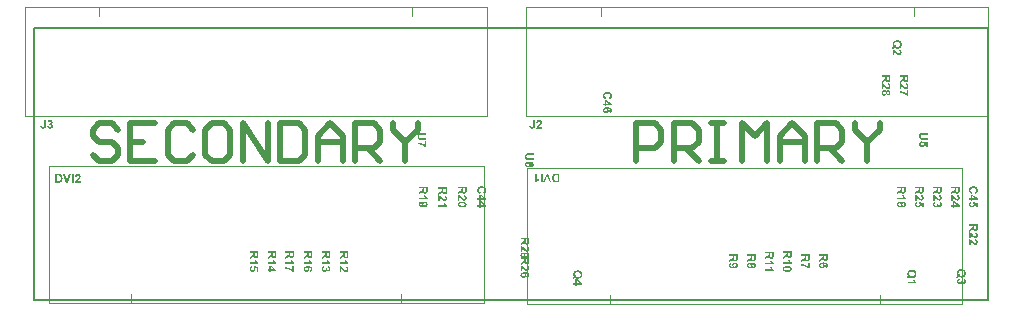
<source format=gto>
G04 Layer_Color=65535*
%FSLAX25Y25*%
%MOIN*%
G70*
G01*
G75*
%ADD37C,0.00394*%
%ADD38C,0.00500*%
%ADD39C,0.02000*%
G36*
X234560Y13327D02*
X234588D01*
X234626Y13320D01*
X234669Y13317D01*
X234716Y13308D01*
X234769Y13298D01*
X234822Y13283D01*
X234882Y13267D01*
X234941Y13245D01*
X234997Y13220D01*
X235056Y13189D01*
X235116Y13155D01*
X235169Y13117D01*
X235222Y13071D01*
X235225Y13068D01*
X235234Y13058D01*
X235247Y13043D01*
X235262Y13024D01*
X235284Y12999D01*
X235306Y12968D01*
X235331Y12930D01*
X235356Y12890D01*
X235381Y12846D01*
X235406Y12796D01*
X235428Y12740D01*
X235449Y12684D01*
X235465Y12618D01*
X235477Y12553D01*
X235487Y12484D01*
X235490Y12409D01*
Y12403D01*
Y12391D01*
X235487Y12365D01*
X235484Y12337D01*
X235481Y12300D01*
X235471Y12256D01*
X235462Y12206D01*
X235446Y12153D01*
X235431Y12097D01*
X235406Y12041D01*
X235381Y11979D01*
X235347Y11919D01*
X235309Y11860D01*
X235262Y11801D01*
X235209Y11742D01*
X235150Y11688D01*
X235147Y11685D01*
X235134Y11676D01*
X235112Y11664D01*
X235084Y11645D01*
X235047Y11623D01*
X235000Y11598D01*
X234947Y11573D01*
X234885Y11548D01*
X234810Y11523D01*
X234729Y11495D01*
X234638Y11473D01*
X234535Y11451D01*
X234426Y11433D01*
X234308Y11420D01*
X234176Y11411D01*
X234036Y11408D01*
X233983D01*
X233961Y11411D01*
X233908D01*
X233843Y11417D01*
X233768Y11423D01*
X233687Y11433D01*
X233599Y11445D01*
X233506Y11461D01*
X233412Y11479D01*
X233315Y11504D01*
X233222Y11532D01*
X233131Y11564D01*
X233047Y11604D01*
X232969Y11648D01*
X232897Y11701D01*
X232894Y11704D01*
X232882Y11713D01*
X232866Y11732D01*
X232844Y11754D01*
X232816Y11782D01*
X232788Y11819D01*
X232754Y11860D01*
X232722Y11907D01*
X232691Y11957D01*
X232657Y12016D01*
X232629Y12078D01*
X232604Y12147D01*
X232579Y12219D01*
X232563Y12294D01*
X232551Y12378D01*
X232548Y12462D01*
Y12465D01*
Y12478D01*
Y12493D01*
X232551Y12518D01*
X232554Y12547D01*
X232557Y12581D01*
X232563Y12618D01*
X232570Y12656D01*
X232592Y12743D01*
X232607Y12790D01*
X232623Y12833D01*
X232645Y12880D01*
X232666Y12924D01*
X232695Y12968D01*
X232726Y13008D01*
X232729Y13011D01*
X232735Y13018D01*
X232744Y13027D01*
X232760Y13043D01*
X232779Y13058D01*
X232804Y13077D01*
X232829Y13096D01*
X232863Y13117D01*
X232897Y13139D01*
X232938Y13161D01*
X232981Y13186D01*
X233031Y13205D01*
X233085Y13227D01*
X233141Y13242D01*
X233203Y13258D01*
X233268Y13270D01*
X233328Y12737D01*
X233322D01*
X233312Y12734D01*
X233300D01*
X233272Y12727D01*
X233234Y12718D01*
X233197Y12706D01*
X233156Y12687D01*
X233119Y12665D01*
X233085Y12637D01*
X233081Y12634D01*
X233072Y12621D01*
X233060Y12603D01*
X233047Y12578D01*
X233031Y12547D01*
X233019Y12509D01*
X233010Y12468D01*
X233006Y12419D01*
Y12415D01*
Y12412D01*
Y12403D01*
X233010Y12391D01*
X233016Y12359D01*
X233025Y12319D01*
X233044Y12275D01*
X233072Y12225D01*
X233091Y12203D01*
X233113Y12178D01*
X233134Y12153D01*
X233162Y12132D01*
X233166D01*
X233169Y12125D01*
X233181Y12119D01*
X233194Y12113D01*
X233212Y12103D01*
X233237Y12091D01*
X233268Y12078D01*
X233303Y12066D01*
X233343Y12054D01*
X233390Y12041D01*
X233443Y12028D01*
X233503Y12016D01*
X233571Y12004D01*
X233643Y11994D01*
X233724Y11985D01*
X233815Y11979D01*
X233811Y11982D01*
X233805Y11988D01*
X233793Y12000D01*
X233777Y12016D01*
X233758Y12035D01*
X233740Y12060D01*
X233718Y12088D01*
X233696Y12122D01*
X233671Y12156D01*
X233649Y12197D01*
X233630Y12238D01*
X233612Y12284D01*
X233596Y12334D01*
X233584Y12387D01*
X233577Y12440D01*
X233574Y12500D01*
Y12503D01*
Y12515D01*
X233577Y12531D01*
Y12556D01*
X233584Y12584D01*
X233587Y12618D01*
X233596Y12659D01*
X233606Y12699D01*
X233621Y12743D01*
X233637Y12790D01*
X233659Y12840D01*
X233683Y12887D01*
X233715Y12936D01*
X233749Y12986D01*
X233787Y13036D01*
X233833Y13083D01*
X233836Y13086D01*
X233846Y13092D01*
X233861Y13105D01*
X233880Y13121D01*
X233908Y13139D01*
X233939Y13161D01*
X233977Y13183D01*
X234017Y13205D01*
X234064Y13230D01*
X234114Y13252D01*
X234170Y13273D01*
X234233Y13292D01*
X234298Y13308D01*
X234367Y13320D01*
X234438Y13327D01*
X234517Y13330D01*
X234535D01*
X234560Y13327D01*
D02*
G37*
G36*
X241481Y14846D02*
Y14840D01*
Y14824D01*
Y14802D01*
Y14771D01*
X241477Y14734D01*
Y14690D01*
X241474Y14640D01*
X241471Y14590D01*
X241462Y14478D01*
X241446Y14368D01*
X241440Y14315D01*
X241428Y14263D01*
X241415Y14216D01*
X241403Y14175D01*
Y14172D01*
X241400Y14166D01*
X241393Y14156D01*
X241387Y14141D01*
X241378Y14122D01*
X241368Y14103D01*
X241340Y14053D01*
X241300Y14000D01*
X241253Y13947D01*
X241194Y13891D01*
X241125Y13841D01*
X241122D01*
X241116Y13835D01*
X241106Y13829D01*
X241091Y13823D01*
X241072Y13810D01*
X241050Y13801D01*
X241022Y13788D01*
X240994Y13776D01*
X240928Y13754D01*
X240850Y13732D01*
X240766Y13720D01*
X240672Y13713D01*
X240641D01*
X240619Y13716D01*
X240591Y13720D01*
X240560Y13723D01*
X240523Y13729D01*
X240485Y13738D01*
X240398Y13760D01*
X240354Y13776D01*
X240311Y13794D01*
X240264Y13816D01*
X240220Y13841D01*
X240177Y13869D01*
X240136Y13904D01*
X240133Y13907D01*
X240126Y13913D01*
X240117Y13922D01*
X240102Y13938D01*
X240086Y13960D01*
X240067Y13985D01*
X240045Y14013D01*
X240024Y14047D01*
X239999Y14085D01*
X239977Y14125D01*
X239955Y14172D01*
X239933Y14225D01*
X239914Y14281D01*
X239896Y14341D01*
X239880Y14406D01*
X239868Y14475D01*
Y14471D01*
X239861Y14465D01*
X239858Y14456D01*
X239849Y14443D01*
X239827Y14409D01*
X239796Y14365D01*
X239761Y14315D01*
X239721Y14263D01*
X239674Y14209D01*
X239627Y14163D01*
X239621Y14156D01*
X239612Y14150D01*
X239602Y14141D01*
X239587Y14128D01*
X239568Y14113D01*
X239546Y14094D01*
X239521Y14075D01*
X239490Y14053D01*
X239456Y14029D01*
X239418Y14000D01*
X239375Y13972D01*
X239328Y13941D01*
X239275Y13907D01*
X239222Y13869D01*
X239159Y13832D01*
X238601Y13479D01*
Y14175D01*
X239228Y14596D01*
X239231Y14599D01*
X239244Y14606D01*
X239259Y14618D01*
X239281Y14634D01*
X239309Y14649D01*
X239337Y14671D01*
X239406Y14718D01*
X239478Y14771D01*
X239546Y14821D01*
X239577Y14846D01*
X239605Y14868D01*
X239631Y14886D01*
X239649Y14905D01*
X239652Y14908D01*
X239665Y14918D01*
X239677Y14936D01*
X239696Y14958D01*
X239718Y14983D01*
X239737Y15014D01*
X239755Y15046D01*
X239768Y15080D01*
X239771Y15083D01*
X239774Y15099D01*
X239780Y15121D01*
X239787Y15152D01*
X239793Y15192D01*
X239796Y15242D01*
X239802Y15301D01*
Y15373D01*
Y15489D01*
X238601D01*
Y16069D01*
X241481D01*
Y14846D01*
D02*
G37*
G36*
X239462Y13292D02*
X239481D01*
X239506Y13289D01*
X239562Y13280D01*
X239627Y13267D01*
X239699Y13245D01*
X239774Y13217D01*
X239849Y13180D01*
X239852D01*
X239858Y13174D01*
X239868Y13167D01*
X239880Y13158D01*
X239917Y13130D01*
X239961Y13092D01*
X240008Y13039D01*
X240061Y12977D01*
X240108Y12905D01*
X240152Y12818D01*
Y12821D01*
X240155Y12827D01*
X240161Y12837D01*
X240167Y12852D01*
X240189Y12890D01*
X240217Y12936D01*
X240251Y12986D01*
X240295Y13036D01*
X240342Y13086D01*
X240398Y13127D01*
X240401D01*
X240404Y13130D01*
X240414Y13136D01*
X240426Y13142D01*
X240457Y13158D01*
X240501Y13174D01*
X240554Y13192D01*
X240613Y13208D01*
X240679Y13220D01*
X240747Y13224D01*
X240763D01*
X240779Y13220D01*
X240800D01*
X240828Y13217D01*
X240860Y13211D01*
X240897Y13205D01*
X240935Y13195D01*
X240975Y13183D01*
X241019Y13167D01*
X241062Y13152D01*
X241106Y13130D01*
X241150Y13102D01*
X241194Y13074D01*
X241237Y13039D01*
X241278Y12999D01*
X241281Y12996D01*
X241287Y12990D01*
X241297Y12974D01*
X241312Y12958D01*
X241328Y12933D01*
X241347Y12905D01*
X241365Y12874D01*
X241384Y12833D01*
X241403Y12793D01*
X241424Y12743D01*
X241440Y12690D01*
X241456Y12634D01*
X241471Y12571D01*
X241481Y12506D01*
X241487Y12434D01*
X241490Y12359D01*
Y12353D01*
Y12341D01*
Y12319D01*
X241487Y12291D01*
X241484Y12256D01*
X241477Y12219D01*
X241471Y12175D01*
X241465Y12125D01*
X241437Y12025D01*
X241421Y11972D01*
X241400Y11919D01*
X241378Y11866D01*
X241347Y11816D01*
X241315Y11767D01*
X241278Y11723D01*
X241275Y11720D01*
X241268Y11713D01*
X241256Y11701D01*
X241240Y11688D01*
X241218Y11670D01*
X241194Y11651D01*
X241165Y11629D01*
X241134Y11607D01*
X241097Y11589D01*
X241056Y11567D01*
X241013Y11548D01*
X240966Y11529D01*
X240916Y11517D01*
X240863Y11504D01*
X240807Y11498D01*
X240747Y11495D01*
X240713D01*
X240698Y11498D01*
X240676Y11501D01*
X240629Y11507D01*
X240573Y11520D01*
X240513Y11539D01*
X240451Y11567D01*
X240392Y11601D01*
X240389D01*
X240386Y11607D01*
X240367Y11620D01*
X240339Y11645D01*
X240304Y11676D01*
X240264Y11716D01*
X240223Y11767D01*
X240186Y11826D01*
X240152Y11891D01*
Y11888D01*
X240148Y11882D01*
X240142Y11869D01*
X240133Y11851D01*
X240123Y11832D01*
X240111Y11807D01*
X240080Y11754D01*
X240039Y11698D01*
X239992Y11635D01*
X239936Y11576D01*
X239871Y11526D01*
X239868D01*
X239861Y11520D01*
X239852Y11514D01*
X239840Y11507D01*
X239821Y11498D01*
X239799Y11486D01*
X239777Y11476D01*
X239749Y11464D01*
X239687Y11442D01*
X239612Y11420D01*
X239531Y11408D01*
X239443Y11401D01*
X239424D01*
X239406Y11405D01*
X239378D01*
X239343Y11408D01*
X239306Y11414D01*
X239262Y11423D01*
X239215Y11433D01*
X239162Y11448D01*
X239112Y11464D01*
X239056Y11486D01*
X239003Y11511D01*
X238950Y11539D01*
X238897Y11573D01*
X238847Y11614D01*
X238797Y11657D01*
X238794Y11660D01*
X238788Y11670D01*
X238776Y11682D01*
X238760Y11704D01*
X238738Y11729D01*
X238719Y11760D01*
X238695Y11798D01*
X238673Y11838D01*
X238651Y11885D01*
X238626Y11935D01*
X238607Y11991D01*
X238588Y12050D01*
X238570Y12116D01*
X238557Y12184D01*
X238551Y12256D01*
X238548Y12334D01*
Y12337D01*
Y12353D01*
Y12372D01*
X238551Y12400D01*
X238554Y12434D01*
X238560Y12472D01*
X238566Y12515D01*
X238573Y12562D01*
X238598Y12668D01*
X238613Y12721D01*
X238635Y12777D01*
X238657Y12830D01*
X238685Y12887D01*
X238716Y12940D01*
X238754Y12990D01*
X238757Y12993D01*
X238766Y13002D01*
X238779Y13018D01*
X238797Y13036D01*
X238822Y13061D01*
X238854Y13086D01*
X238888Y13114D01*
X238929Y13142D01*
X238975Y13171D01*
X239025Y13198D01*
X239078Y13224D01*
X239138Y13249D01*
X239203Y13267D01*
X239272Y13283D01*
X239343Y13292D01*
X239421Y13295D01*
X239443D01*
X239462Y13292D01*
D02*
G37*
G36*
X235481Y14846D02*
Y14840D01*
Y14824D01*
Y14802D01*
Y14771D01*
X235477Y14734D01*
Y14690D01*
X235474Y14640D01*
X235471Y14590D01*
X235462Y14478D01*
X235446Y14368D01*
X235440Y14315D01*
X235428Y14263D01*
X235415Y14216D01*
X235403Y14175D01*
Y14172D01*
X235400Y14166D01*
X235393Y14156D01*
X235387Y14141D01*
X235378Y14122D01*
X235368Y14103D01*
X235340Y14053D01*
X235300Y14000D01*
X235253Y13947D01*
X235194Y13891D01*
X235125Y13841D01*
X235122D01*
X235116Y13835D01*
X235106Y13829D01*
X235091Y13823D01*
X235072Y13810D01*
X235050Y13801D01*
X235022Y13788D01*
X234994Y13776D01*
X234928Y13754D01*
X234850Y13732D01*
X234766Y13720D01*
X234672Y13713D01*
X234641D01*
X234619Y13716D01*
X234591Y13720D01*
X234560Y13723D01*
X234523Y13729D01*
X234485Y13738D01*
X234398Y13760D01*
X234354Y13776D01*
X234311Y13794D01*
X234264Y13816D01*
X234220Y13841D01*
X234176Y13869D01*
X234136Y13904D01*
X234133Y13907D01*
X234126Y13913D01*
X234117Y13922D01*
X234102Y13938D01*
X234086Y13960D01*
X234067Y13985D01*
X234045Y14013D01*
X234024Y14047D01*
X233999Y14085D01*
X233977Y14125D01*
X233955Y14172D01*
X233933Y14225D01*
X233914Y14281D01*
X233896Y14341D01*
X233880Y14406D01*
X233868Y14475D01*
Y14471D01*
X233861Y14465D01*
X233858Y14456D01*
X233849Y14443D01*
X233827Y14409D01*
X233796Y14365D01*
X233762Y14315D01*
X233721Y14263D01*
X233674Y14209D01*
X233627Y14163D01*
X233621Y14156D01*
X233612Y14150D01*
X233602Y14141D01*
X233587Y14128D01*
X233568Y14113D01*
X233546Y14094D01*
X233521Y14075D01*
X233490Y14053D01*
X233456Y14029D01*
X233418Y14000D01*
X233375Y13972D01*
X233328Y13941D01*
X233275Y13907D01*
X233222Y13869D01*
X233159Y13832D01*
X232601Y13479D01*
Y14175D01*
X233228Y14596D01*
X233231Y14599D01*
X233244Y14606D01*
X233259Y14618D01*
X233281Y14634D01*
X233309Y14649D01*
X233337Y14671D01*
X233406Y14718D01*
X233478Y14771D01*
X233546Y14821D01*
X233577Y14846D01*
X233606Y14868D01*
X233630Y14886D01*
X233649Y14905D01*
X233652Y14908D01*
X233665Y14918D01*
X233677Y14936D01*
X233696Y14958D01*
X233718Y14983D01*
X233736Y15014D01*
X233755Y15046D01*
X233768Y15080D01*
X233771Y15083D01*
X233774Y15099D01*
X233780Y15121D01*
X233787Y15152D01*
X233793Y15192D01*
X233796Y15242D01*
X233802Y15301D01*
Y15373D01*
Y15489D01*
X232601D01*
Y16069D01*
X235481D01*
Y14846D01*
D02*
G37*
G36*
X259443Y11398D02*
X259044D01*
X259041Y11401D01*
X259034Y11408D01*
X259019Y11420D01*
X259000Y11439D01*
X258978Y11461D01*
X258947Y11486D01*
X258913Y11514D01*
X258875Y11545D01*
X258832Y11579D01*
X258782Y11617D01*
X258726Y11657D01*
X258666Y11698D01*
X258604Y11742D01*
X258535Y11785D01*
X258460Y11829D01*
X258382Y11876D01*
X258376Y11879D01*
X258364Y11885D01*
X258339Y11897D01*
X258308Y11916D01*
X258267Y11935D01*
X258220Y11957D01*
X258167Y11985D01*
X258108Y12013D01*
X258039Y12041D01*
X257970Y12072D01*
X257892Y12100D01*
X257815Y12132D01*
X257730Y12163D01*
X257643Y12191D01*
X257465Y12244D01*
X257459D01*
X257443Y12250D01*
X257418Y12256D01*
X257384Y12263D01*
X257340Y12272D01*
X257294Y12284D01*
X257237Y12294D01*
X257175Y12306D01*
X257109Y12319D01*
X257041Y12328D01*
X256897Y12347D01*
X256748Y12362D01*
X256601Y12365D01*
Y12899D01*
X256629D01*
X256660Y12896D01*
X256704Y12893D01*
X256757Y12890D01*
X256822Y12883D01*
X256894Y12874D01*
X256975Y12865D01*
X257066Y12849D01*
X257159Y12833D01*
X257259Y12815D01*
X257365Y12790D01*
X257474Y12765D01*
X257587Y12734D01*
X257702Y12696D01*
X257818Y12656D01*
X257821D01*
X257824Y12652D01*
X257833Y12649D01*
X257846Y12646D01*
X257880Y12631D01*
X257924Y12612D01*
X257977Y12590D01*
X258042Y12562D01*
X258114Y12528D01*
X258192Y12490D01*
X258276Y12447D01*
X258364Y12400D01*
X258457Y12350D01*
X258551Y12294D01*
X258648Y12235D01*
X258744Y12169D01*
X258838Y12103D01*
X258931Y12032D01*
Y13286D01*
X259443D01*
Y11398D01*
D02*
G37*
G36*
X265481Y14946D02*
Y14940D01*
Y14924D01*
Y14902D01*
Y14871D01*
X265477Y14834D01*
Y14790D01*
X265474Y14740D01*
X265471Y14690D01*
X265462Y14578D01*
X265446Y14469D01*
X265440Y14415D01*
X265428Y14363D01*
X265415Y14316D01*
X265403Y14275D01*
Y14272D01*
X265400Y14266D01*
X265393Y14256D01*
X265387Y14241D01*
X265378Y14222D01*
X265368Y14203D01*
X265340Y14153D01*
X265300Y14100D01*
X265253Y14047D01*
X265194Y13991D01*
X265125Y13941D01*
X265122D01*
X265116Y13935D01*
X265106Y13929D01*
X265091Y13923D01*
X265072Y13910D01*
X265050Y13901D01*
X265022Y13888D01*
X264994Y13876D01*
X264928Y13854D01*
X264850Y13832D01*
X264766Y13820D01*
X264672Y13813D01*
X264641D01*
X264619Y13816D01*
X264591Y13820D01*
X264560Y13823D01*
X264523Y13829D01*
X264485Y13838D01*
X264398Y13860D01*
X264354Y13876D01*
X264311Y13894D01*
X264264Y13916D01*
X264220Y13941D01*
X264177Y13969D01*
X264136Y14004D01*
X264133Y14007D01*
X264126Y14013D01*
X264117Y14022D01*
X264102Y14038D01*
X264086Y14060D01*
X264067Y14085D01*
X264045Y14113D01*
X264024Y14147D01*
X263999Y14185D01*
X263977Y14225D01*
X263955Y14272D01*
X263933Y14325D01*
X263914Y14381D01*
X263896Y14441D01*
X263880Y14506D01*
X263868Y14575D01*
Y14571D01*
X263861Y14565D01*
X263858Y14556D01*
X263849Y14543D01*
X263827Y14509D01*
X263796Y14465D01*
X263761Y14415D01*
X263721Y14363D01*
X263674Y14309D01*
X263627Y14263D01*
X263621Y14256D01*
X263612Y14250D01*
X263602Y14241D01*
X263587Y14228D01*
X263568Y14213D01*
X263546Y14194D01*
X263521Y14175D01*
X263490Y14153D01*
X263456Y14129D01*
X263418Y14100D01*
X263375Y14072D01*
X263328Y14041D01*
X263275Y14007D01*
X263222Y13969D01*
X263159Y13932D01*
X262601Y13579D01*
Y14275D01*
X263228Y14696D01*
X263231Y14699D01*
X263244Y14706D01*
X263259Y14718D01*
X263281Y14734D01*
X263309Y14749D01*
X263337Y14771D01*
X263406Y14818D01*
X263478Y14871D01*
X263546Y14921D01*
X263577Y14946D01*
X263605Y14968D01*
X263631Y14987D01*
X263649Y15005D01*
X263652Y15008D01*
X263665Y15018D01*
X263677Y15036D01*
X263696Y15058D01*
X263718Y15083D01*
X263737Y15114D01*
X263755Y15146D01*
X263768Y15180D01*
X263771Y15183D01*
X263774Y15199D01*
X263780Y15221D01*
X263787Y15252D01*
X263793Y15292D01*
X263796Y15342D01*
X263802Y15401D01*
Y15473D01*
Y15589D01*
X262601D01*
Y16169D01*
X265481D01*
Y14946D01*
D02*
G37*
G36*
X264070Y13383D02*
X264123D01*
X264189Y13376D01*
X264264Y13370D01*
X264348Y13361D01*
X264435Y13349D01*
X264529Y13333D01*
X264623Y13314D01*
X264719Y13292D01*
X264813Y13264D01*
X264903Y13230D01*
X264988Y13193D01*
X265066Y13146D01*
X265137Y13096D01*
X265141Y13093D01*
X265153Y13083D01*
X265169Y13065D01*
X265194Y13043D01*
X265218Y13015D01*
X265250Y12977D01*
X265281Y12937D01*
X265315Y12890D01*
X265347Y12840D01*
X265378Y12781D01*
X265409Y12718D01*
X265434Y12650D01*
X265459Y12578D01*
X265474Y12503D01*
X265487Y12419D01*
X265490Y12335D01*
Y12331D01*
Y12319D01*
Y12303D01*
X265487Y12278D01*
X265484Y12253D01*
X265481Y12219D01*
X265474Y12182D01*
X265468Y12144D01*
X265443Y12057D01*
X265431Y12013D01*
X265412Y11966D01*
X265390Y11923D01*
X265365Y11876D01*
X265337Y11832D01*
X265303Y11792D01*
X265300Y11789D01*
X265293Y11782D01*
X265284Y11770D01*
X265268Y11757D01*
X265250Y11738D01*
X265225Y11720D01*
X265200Y11698D01*
X265165Y11676D01*
X265131Y11654D01*
X265091Y11629D01*
X265047Y11608D01*
X265000Y11586D01*
X264947Y11564D01*
X264891Y11545D01*
X264832Y11530D01*
X264766Y11517D01*
X264710Y12050D01*
X264716D01*
X264738Y12054D01*
X264766Y12063D01*
X264801Y12072D01*
X264841Y12085D01*
X264879Y12104D01*
X264919Y12128D01*
X264950Y12157D01*
X264953Y12160D01*
X264963Y12172D01*
X264975Y12188D01*
X264991Y12213D01*
X265006Y12244D01*
X265019Y12281D01*
X265028Y12322D01*
X265031Y12369D01*
Y12372D01*
Y12375D01*
Y12384D01*
X265028Y12397D01*
X265022Y12431D01*
X265013Y12472D01*
X264994Y12518D01*
X264966Y12569D01*
X264947Y12593D01*
X264925Y12618D01*
X264900Y12640D01*
X264872Y12665D01*
X264869D01*
X264866Y12671D01*
X264854Y12678D01*
X264841Y12684D01*
X264822Y12693D01*
X264797Y12706D01*
X264766Y12715D01*
X264732Y12728D01*
X264691Y12740D01*
X264645Y12756D01*
X264591Y12768D01*
X264529Y12781D01*
X264463Y12790D01*
X264389Y12802D01*
X264307Y12812D01*
X264217Y12818D01*
X264220Y12815D01*
X264226Y12809D01*
X264239Y12796D01*
X264254Y12781D01*
X264273Y12759D01*
X264295Y12737D01*
X264317Y12709D01*
X264342Y12675D01*
X264364Y12640D01*
X264386Y12600D01*
X264407Y12559D01*
X264426Y12512D01*
X264442Y12466D01*
X264454Y12412D01*
X264460Y12359D01*
X264463Y12303D01*
Y12300D01*
Y12288D01*
X264460Y12269D01*
Y12244D01*
X264454Y12216D01*
X264451Y12182D01*
X264442Y12141D01*
X264429Y12100D01*
X264417Y12054D01*
X264398Y12007D01*
X264376Y11957D01*
X264351Y11907D01*
X264320Y11857D01*
X264286Y11807D01*
X264245Y11757D01*
X264198Y11710D01*
X264195Y11707D01*
X264186Y11701D01*
X264170Y11689D01*
X264152Y11673D01*
X264123Y11654D01*
X264092Y11632D01*
X264058Y11611D01*
X264014Y11586D01*
X263970Y11564D01*
X263917Y11542D01*
X263861Y11520D01*
X263802Y11501D01*
X263737Y11486D01*
X263671Y11473D01*
X263596Y11467D01*
X263521Y11464D01*
X263503D01*
X263478Y11467D01*
X263450D01*
X263412Y11473D01*
X263368Y11477D01*
X263318Y11486D01*
X263265Y11495D01*
X263212Y11511D01*
X263153Y11526D01*
X263094Y11548D01*
X263035Y11573D01*
X262978Y11604D01*
X262919Y11639D01*
X262866Y11679D01*
X262813Y11726D01*
X262810Y11729D01*
X262801Y11738D01*
X262788Y11751D01*
X262772Y11773D01*
X262751Y11798D01*
X262729Y11829D01*
X262704Y11867D01*
X262682Y11907D01*
X262657Y11951D01*
X262632Y12001D01*
X262610Y12057D01*
X262588Y12116D01*
X262573Y12178D01*
X262560Y12244D01*
X262551Y12316D01*
X262548Y12391D01*
Y12397D01*
Y12409D01*
X262551Y12431D01*
X262554Y12462D01*
X262557Y12500D01*
X262566Y12543D01*
X262576Y12590D01*
X262592Y12643D01*
X262607Y12699D01*
X262629Y12759D01*
X262657Y12818D01*
X262691Y12877D01*
X262729Y12937D01*
X262772Y12996D01*
X262825Y13055D01*
X262885Y13108D01*
X262888Y13111D01*
X262900Y13121D01*
X262922Y13133D01*
X262950Y13152D01*
X262988Y13174D01*
X263035Y13196D01*
X263088Y13220D01*
X263150Y13246D01*
X263225Y13274D01*
X263306Y13298D01*
X263397Y13320D01*
X263496Y13342D01*
X263605Y13361D01*
X263727Y13373D01*
X263855Y13383D01*
X263996Y13386D01*
X264049D01*
X264070Y13383D01*
D02*
G37*
G36*
X247481Y15746D02*
Y15740D01*
Y15724D01*
Y15702D01*
Y15671D01*
X247478Y15634D01*
Y15590D01*
X247474Y15540D01*
X247471Y15490D01*
X247462Y15378D01*
X247446Y15269D01*
X247440Y15215D01*
X247428Y15163D01*
X247415Y15116D01*
X247403Y15075D01*
Y15072D01*
X247399Y15066D01*
X247393Y15056D01*
X247387Y15041D01*
X247378Y15022D01*
X247368Y15003D01*
X247340Y14953D01*
X247300Y14900D01*
X247253Y14847D01*
X247194Y14791D01*
X247125Y14741D01*
X247122D01*
X247116Y14735D01*
X247106Y14729D01*
X247091Y14723D01*
X247072Y14710D01*
X247050Y14701D01*
X247022Y14688D01*
X246994Y14676D01*
X246928Y14654D01*
X246850Y14632D01*
X246766Y14620D01*
X246673Y14613D01*
X246641D01*
X246620Y14616D01*
X246591Y14620D01*
X246560Y14623D01*
X246523Y14629D01*
X246485Y14638D01*
X246398Y14660D01*
X246354Y14676D01*
X246311Y14694D01*
X246264Y14716D01*
X246220Y14741D01*
X246177Y14769D01*
X246136Y14804D01*
X246133Y14807D01*
X246127Y14813D01*
X246117Y14822D01*
X246102Y14838D01*
X246086Y14860D01*
X246067Y14885D01*
X246045Y14913D01*
X246024Y14947D01*
X245999Y14985D01*
X245977Y15025D01*
X245955Y15072D01*
X245933Y15125D01*
X245914Y15181D01*
X245896Y15240D01*
X245880Y15306D01*
X245868Y15375D01*
Y15371D01*
X245861Y15365D01*
X245858Y15356D01*
X245849Y15343D01*
X245827Y15309D01*
X245796Y15265D01*
X245761Y15215D01*
X245721Y15163D01*
X245674Y15109D01*
X245627Y15063D01*
X245621Y15056D01*
X245612Y15050D01*
X245602Y15041D01*
X245587Y15028D01*
X245568Y15013D01*
X245546Y14994D01*
X245521Y14975D01*
X245490Y14953D01*
X245456Y14929D01*
X245418Y14900D01*
X245375Y14872D01*
X245328Y14841D01*
X245275Y14807D01*
X245222Y14769D01*
X245159Y14732D01*
X244601Y14379D01*
Y15075D01*
X245228Y15496D01*
X245231Y15499D01*
X245244Y15506D01*
X245259Y15518D01*
X245281Y15534D01*
X245309Y15549D01*
X245337Y15571D01*
X245406Y15618D01*
X245478Y15671D01*
X245546Y15721D01*
X245577Y15746D01*
X245605Y15768D01*
X245631Y15787D01*
X245649Y15805D01*
X245652Y15808D01*
X245665Y15818D01*
X245677Y15836D01*
X245696Y15858D01*
X245718Y15883D01*
X245737Y15914D01*
X245755Y15946D01*
X245768Y15980D01*
X245771Y15983D01*
X245774Y15999D01*
X245780Y16021D01*
X245786Y16052D01*
X245793Y16092D01*
X245796Y16142D01*
X245802Y16201D01*
Y16273D01*
Y16389D01*
X244601D01*
Y16969D01*
X247481D01*
Y15746D01*
D02*
G37*
G36*
X137860Y33299D02*
X137863Y33293D01*
X137866Y33280D01*
X137872Y33265D01*
X137882Y33243D01*
X137891Y33221D01*
X137904Y33193D01*
X137919Y33162D01*
X137953Y33093D01*
X138000Y33015D01*
X138056Y32928D01*
X138125Y32834D01*
X138128Y32831D01*
X138134Y32822D01*
X138144Y32809D01*
X138159Y32794D01*
X138178Y32772D01*
X138203Y32750D01*
X138228Y32725D01*
X138259Y32697D01*
X138328Y32638D01*
X138406Y32581D01*
X138493Y32528D01*
X138540Y32507D01*
X138590Y32488D01*
Y32039D01*
X135701D01*
Y32591D01*
X137776D01*
X137773Y32594D01*
X137763Y32603D01*
X137748Y32622D01*
X137729Y32644D01*
X137707Y32672D01*
X137679Y32709D01*
X137648Y32747D01*
X137617Y32794D01*
X137582Y32844D01*
X137548Y32897D01*
X137514Y32956D01*
X137479Y33018D01*
X137445Y33084D01*
X137414Y33156D01*
X137386Y33227D01*
X137358Y33302D01*
X137860D01*
Y33299D01*
D02*
G37*
G36*
X145081Y37446D02*
Y37440D01*
Y37424D01*
Y37402D01*
Y37371D01*
X145078Y37334D01*
Y37290D01*
X145074Y37240D01*
X145071Y37190D01*
X145062Y37078D01*
X145046Y36968D01*
X145040Y36915D01*
X145028Y36862D01*
X145015Y36816D01*
X145003Y36775D01*
Y36772D01*
X145000Y36766D01*
X144993Y36756D01*
X144987Y36741D01*
X144978Y36722D01*
X144968Y36703D01*
X144940Y36653D01*
X144900Y36600D01*
X144853Y36547D01*
X144794Y36491D01*
X144725Y36441D01*
X144722D01*
X144716Y36435D01*
X144706Y36429D01*
X144691Y36423D01*
X144672Y36410D01*
X144650Y36401D01*
X144622Y36388D01*
X144594Y36376D01*
X144528Y36354D01*
X144450Y36332D01*
X144366Y36320D01*
X144272Y36313D01*
X144241D01*
X144220Y36316D01*
X144191Y36320D01*
X144160Y36323D01*
X144123Y36329D01*
X144085Y36338D01*
X143998Y36360D01*
X143954Y36376D01*
X143911Y36395D01*
X143864Y36416D01*
X143820Y36441D01*
X143776Y36469D01*
X143736Y36504D01*
X143733Y36507D01*
X143727Y36513D01*
X143717Y36522D01*
X143702Y36538D01*
X143686Y36560D01*
X143667Y36585D01*
X143645Y36613D01*
X143624Y36647D01*
X143599Y36685D01*
X143577Y36725D01*
X143555Y36772D01*
X143533Y36825D01*
X143514Y36881D01*
X143496Y36941D01*
X143480Y37006D01*
X143468Y37075D01*
Y37071D01*
X143461Y37065D01*
X143458Y37056D01*
X143449Y37043D01*
X143427Y37009D01*
X143396Y36965D01*
X143361Y36915D01*
X143321Y36862D01*
X143274Y36809D01*
X143227Y36763D01*
X143221Y36756D01*
X143212Y36750D01*
X143202Y36741D01*
X143187Y36728D01*
X143168Y36713D01*
X143146Y36694D01*
X143121Y36675D01*
X143090Y36653D01*
X143056Y36628D01*
X143018Y36600D01*
X142975Y36572D01*
X142928Y36541D01*
X142875Y36507D01*
X142822Y36469D01*
X142759Y36432D01*
X142201Y36079D01*
Y36775D01*
X142828Y37196D01*
X142831Y37199D01*
X142844Y37206D01*
X142859Y37218D01*
X142881Y37234D01*
X142909Y37249D01*
X142937Y37271D01*
X143006Y37318D01*
X143078Y37371D01*
X143146Y37421D01*
X143177Y37446D01*
X143205Y37468D01*
X143230Y37486D01*
X143249Y37505D01*
X143252Y37508D01*
X143265Y37518D01*
X143277Y37536D01*
X143296Y37558D01*
X143318Y37583D01*
X143336Y37614D01*
X143355Y37646D01*
X143368Y37680D01*
X143371Y37683D01*
X143374Y37699D01*
X143380Y37721D01*
X143386Y37752D01*
X143393Y37792D01*
X143396Y37842D01*
X143402Y37901D01*
Y37973D01*
Y38089D01*
X142201D01*
Y38669D01*
X145081D01*
Y37446D01*
D02*
G37*
G36*
X142213Y35954D02*
X142229D01*
X142251Y35951D01*
X142276Y35945D01*
X142307Y35939D01*
X142341Y35933D01*
X142379Y35923D01*
X142463Y35898D01*
X142557Y35864D01*
X142653Y35824D01*
X142750Y35770D01*
X142753Y35767D01*
X142762Y35764D01*
X142778Y35752D01*
X142797Y35739D01*
X142822Y35721D01*
X142856Y35696D01*
X142890Y35667D01*
X142934Y35633D01*
X142981Y35596D01*
X143031Y35549D01*
X143090Y35499D01*
X143149Y35443D01*
X143215Y35381D01*
X143287Y35309D01*
X143361Y35234D01*
X143439Y35150D01*
X143443Y35146D01*
X143455Y35134D01*
X143474Y35115D01*
X143496Y35090D01*
X143524Y35059D01*
X143555Y35028D01*
X143592Y34991D01*
X143630Y34953D01*
X143708Y34872D01*
X143786Y34797D01*
X143820Y34766D01*
X143854Y34735D01*
X143886Y34710D01*
X143911Y34691D01*
X143914D01*
X143917Y34685D01*
X143926Y34682D01*
X143939Y34672D01*
X143973Y34653D01*
X144017Y34632D01*
X144067Y34613D01*
X144123Y34594D01*
X144185Y34582D01*
X144248Y34576D01*
X144279D01*
X144310Y34582D01*
X144354Y34588D01*
X144397Y34600D01*
X144444Y34616D01*
X144491Y34641D01*
X144532Y34675D01*
X144535Y34679D01*
X144547Y34694D01*
X144563Y34716D01*
X144581Y34747D01*
X144600Y34788D01*
X144616Y34835D01*
X144628Y34887D01*
X144631Y34950D01*
Y34953D01*
Y34956D01*
Y34966D01*
Y34978D01*
X144625Y35009D01*
X144619Y35050D01*
X144606Y35093D01*
X144588Y35140D01*
X144560Y35187D01*
X144525Y35228D01*
X144519Y35231D01*
X144507Y35243D01*
X144482Y35259D01*
X144444Y35281D01*
X144397Y35299D01*
X144338Y35318D01*
X144266Y35334D01*
X144226Y35340D01*
X144182Y35343D01*
X144235Y35892D01*
X144241D01*
X144254Y35889D01*
X144279Y35886D01*
X144310Y35880D01*
X144347Y35873D01*
X144391Y35864D01*
X144438Y35852D01*
X144488Y35836D01*
X144541Y35817D01*
X144594Y35795D01*
X144650Y35770D01*
X144703Y35742D01*
X144756Y35711D01*
X144806Y35674D01*
X144850Y35633D01*
X144890Y35586D01*
X144893Y35583D01*
X144900Y35574D01*
X144909Y35558D01*
X144922Y35540D01*
X144937Y35515D01*
X144953Y35483D01*
X144971Y35449D01*
X144990Y35408D01*
X145009Y35362D01*
X145028Y35315D01*
X145043Y35262D01*
X145059Y35203D01*
X145071Y35143D01*
X145081Y35078D01*
X145087Y35009D01*
X145090Y34937D01*
Y34931D01*
Y34919D01*
Y34897D01*
X145087Y34866D01*
X145084Y34831D01*
X145078Y34791D01*
X145071Y34744D01*
X145062Y34694D01*
X145049Y34641D01*
X145034Y34588D01*
X145015Y34532D01*
X144993Y34476D01*
X144965Y34423D01*
X144934Y34370D01*
X144900Y34317D01*
X144859Y34270D01*
X144856Y34267D01*
X144850Y34260D01*
X144834Y34248D01*
X144818Y34232D01*
X144797Y34214D01*
X144769Y34192D01*
X144737Y34170D01*
X144700Y34145D01*
X144662Y34123D01*
X144619Y34101D01*
X144572Y34079D01*
X144522Y34061D01*
X144466Y34045D01*
X144410Y34033D01*
X144351Y34026D01*
X144288Y34023D01*
X144254D01*
X144238Y34026D01*
X144216D01*
X144170Y34033D01*
X144110Y34042D01*
X144048Y34054D01*
X143982Y34070D01*
X143917Y34095D01*
X143914D01*
X143911Y34098D01*
X143898Y34101D01*
X143886Y34108D01*
X143870Y34117D01*
X143851Y34126D01*
X143805Y34148D01*
X143752Y34179D01*
X143689Y34217D01*
X143621Y34264D01*
X143549Y34317D01*
X143543Y34323D01*
X143524Y34335D01*
X143496Y34363D01*
X143455Y34398D01*
X143430Y34423D01*
X143402Y34448D01*
X143374Y34479D01*
X143340Y34510D01*
X143305Y34547D01*
X143265Y34588D01*
X143224Y34632D01*
X143181Y34679D01*
X143177Y34682D01*
X143171Y34691D01*
X143159Y34703D01*
X143143Y34719D01*
X143124Y34741D01*
X143103Y34766D01*
X143053Y34819D01*
X143000Y34875D01*
X142947Y34928D01*
X142922Y34953D01*
X142900Y34975D01*
X142878Y34994D01*
X142862Y35009D01*
X142859Y35012D01*
X142850Y35022D01*
X142834Y35034D01*
X142815Y35050D01*
X142790Y35065D01*
X142766Y35084D01*
X142712Y35122D01*
Y34023D01*
X142201D01*
Y35958D01*
X142204D01*
X142213Y35954D01*
D02*
G37*
G36*
X135713Y35754D02*
X135729D01*
X135751Y35751D01*
X135776Y35745D01*
X135807Y35739D01*
X135841Y35733D01*
X135879Y35723D01*
X135963Y35698D01*
X136056Y35664D01*
X136153Y35623D01*
X136250Y35570D01*
X136253Y35567D01*
X136262Y35564D01*
X136278Y35552D01*
X136297Y35539D01*
X136322Y35520D01*
X136356Y35496D01*
X136390Y35467D01*
X136434Y35433D01*
X136481Y35396D01*
X136531Y35349D01*
X136590Y35299D01*
X136649Y35243D01*
X136715Y35181D01*
X136787Y35109D01*
X136862Y35034D01*
X136940Y34950D01*
X136943Y34947D01*
X136955Y34934D01*
X136974Y34915D01*
X136996Y34890D01*
X137024Y34859D01*
X137055Y34828D01*
X137092Y34791D01*
X137130Y34753D01*
X137208Y34672D01*
X137286Y34597D01*
X137320Y34566D01*
X137354Y34535D01*
X137386Y34510D01*
X137411Y34491D01*
X137414D01*
X137417Y34485D01*
X137426Y34482D01*
X137439Y34472D01*
X137473Y34453D01*
X137517Y34432D01*
X137567Y34413D01*
X137623Y34394D01*
X137685Y34382D01*
X137748Y34376D01*
X137779D01*
X137810Y34382D01*
X137854Y34388D01*
X137897Y34400D01*
X137944Y34416D01*
X137991Y34441D01*
X138031Y34475D01*
X138035Y34479D01*
X138047Y34494D01*
X138063Y34516D01*
X138081Y34547D01*
X138100Y34588D01*
X138116Y34635D01*
X138128Y34688D01*
X138131Y34750D01*
Y34753D01*
Y34756D01*
Y34765D01*
Y34778D01*
X138125Y34809D01*
X138119Y34850D01*
X138106Y34893D01*
X138088Y34940D01*
X138060Y34987D01*
X138025Y35028D01*
X138019Y35031D01*
X138006Y35043D01*
X137982Y35059D01*
X137944Y35081D01*
X137897Y35099D01*
X137838Y35118D01*
X137766Y35134D01*
X137726Y35140D01*
X137682Y35143D01*
X137735Y35692D01*
X137741D01*
X137754Y35689D01*
X137779Y35686D01*
X137810Y35680D01*
X137847Y35673D01*
X137891Y35664D01*
X137938Y35652D01*
X137988Y35636D01*
X138041Y35617D01*
X138094Y35595D01*
X138150Y35570D01*
X138203Y35542D01*
X138256Y35511D01*
X138306Y35474D01*
X138350Y35433D01*
X138390Y35386D01*
X138393Y35383D01*
X138400Y35374D01*
X138409Y35358D01*
X138421Y35340D01*
X138437Y35315D01*
X138453Y35283D01*
X138471Y35249D01*
X138490Y35208D01*
X138509Y35162D01*
X138528Y35115D01*
X138543Y35062D01*
X138559Y35003D01*
X138571Y34943D01*
X138581Y34878D01*
X138587Y34809D01*
X138590Y34737D01*
Y34731D01*
Y34719D01*
Y34697D01*
X138587Y34666D01*
X138584Y34631D01*
X138577Y34591D01*
X138571Y34544D01*
X138562Y34494D01*
X138549Y34441D01*
X138534Y34388D01*
X138515Y34332D01*
X138493Y34276D01*
X138465Y34223D01*
X138434Y34170D01*
X138400Y34117D01*
X138359Y34070D01*
X138356Y34067D01*
X138350Y34060D01*
X138334Y34048D01*
X138319Y34032D01*
X138297Y34014D01*
X138269Y33992D01*
X138237Y33970D01*
X138200Y33945D01*
X138163Y33923D01*
X138119Y33901D01*
X138072Y33879D01*
X138022Y33861D01*
X137966Y33845D01*
X137910Y33833D01*
X137850Y33826D01*
X137788Y33823D01*
X137754D01*
X137738Y33826D01*
X137716D01*
X137670Y33833D01*
X137610Y33842D01*
X137548Y33854D01*
X137482Y33870D01*
X137417Y33895D01*
X137414D01*
X137411Y33898D01*
X137398Y33901D01*
X137386Y33907D01*
X137370Y33917D01*
X137351Y33926D01*
X137304Y33948D01*
X137251Y33979D01*
X137189Y34017D01*
X137120Y34064D01*
X137049Y34117D01*
X137042Y34123D01*
X137024Y34135D01*
X136996Y34163D01*
X136955Y34198D01*
X136930Y34223D01*
X136902Y34248D01*
X136874Y34279D01*
X136840Y34310D01*
X136805Y34347D01*
X136765Y34388D01*
X136724Y34432D01*
X136680Y34479D01*
X136677Y34482D01*
X136671Y34491D01*
X136659Y34503D01*
X136643Y34519D01*
X136624Y34541D01*
X136602Y34566D01*
X136553Y34619D01*
X136500Y34675D01*
X136446Y34728D01*
X136422Y34753D01*
X136400Y34775D01*
X136378Y34794D01*
X136362Y34809D01*
X136359Y34812D01*
X136350Y34822D01*
X136334Y34834D01*
X136316Y34850D01*
X136291Y34865D01*
X136266Y34884D01*
X136213Y34922D01*
Y33823D01*
X135701D01*
Y35758D01*
X135704D01*
X135713Y35754D01*
D02*
G37*
G36*
X246760Y14036D02*
X246763Y14030D01*
X246766Y14017D01*
X246772Y14002D01*
X246782Y13980D01*
X246791Y13958D01*
X246804Y13930D01*
X246819Y13899D01*
X246853Y13830D01*
X246900Y13752D01*
X246956Y13665D01*
X247025Y13571D01*
X247028Y13568D01*
X247035Y13559D01*
X247044Y13546D01*
X247059Y13531D01*
X247078Y13509D01*
X247103Y13487D01*
X247128Y13462D01*
X247159Y13434D01*
X247228Y13375D01*
X247306Y13318D01*
X247393Y13265D01*
X247440Y13244D01*
X247490Y13225D01*
Y12776D01*
X244601D01*
Y13328D01*
X246676D01*
X246673Y13331D01*
X246663Y13340D01*
X246648Y13359D01*
X246629Y13381D01*
X246607Y13409D01*
X246579Y13446D01*
X246548Y13484D01*
X246516Y13531D01*
X246482Y13581D01*
X246448Y13634D01*
X246414Y13693D01*
X246379Y13755D01*
X246345Y13821D01*
X246314Y13893D01*
X246286Y13964D01*
X246258Y14039D01*
X246760D01*
Y14036D01*
D02*
G37*
G36*
Y11799D02*
X246763Y11793D01*
X246766Y11780D01*
X246772Y11765D01*
X246782Y11743D01*
X246791Y11721D01*
X246804Y11693D01*
X246819Y11662D01*
X246853Y11593D01*
X246900Y11515D01*
X246956Y11428D01*
X247025Y11334D01*
X247028Y11331D01*
X247035Y11322D01*
X247044Y11309D01*
X247059Y11294D01*
X247078Y11272D01*
X247103Y11250D01*
X247128Y11225D01*
X247159Y11197D01*
X247228Y11138D01*
X247306Y11082D01*
X247393Y11028D01*
X247440Y11007D01*
X247490Y10988D01*
Y10539D01*
X244601D01*
Y11091D01*
X246676D01*
X246673Y11094D01*
X246663Y11103D01*
X246648Y11122D01*
X246629Y11144D01*
X246607Y11172D01*
X246579Y11209D01*
X246548Y11247D01*
X246516Y11294D01*
X246482Y11344D01*
X246448Y11397D01*
X246414Y11456D01*
X246379Y11518D01*
X246345Y11584D01*
X246314Y11656D01*
X246286Y11727D01*
X246258Y11802D01*
X246760D01*
Y11799D01*
D02*
G37*
G36*
X138581Y37246D02*
Y37240D01*
Y37224D01*
Y37202D01*
Y37171D01*
X138577Y37134D01*
Y37090D01*
X138574Y37040D01*
X138571Y36990D01*
X138562Y36878D01*
X138546Y36768D01*
X138540Y36715D01*
X138528Y36663D01*
X138515Y36616D01*
X138503Y36575D01*
Y36572D01*
X138499Y36566D01*
X138493Y36556D01*
X138487Y36541D01*
X138478Y36522D01*
X138468Y36503D01*
X138440Y36453D01*
X138400Y36400D01*
X138353Y36347D01*
X138294Y36291D01*
X138225Y36241D01*
X138222D01*
X138216Y36235D01*
X138206Y36229D01*
X138191Y36222D01*
X138172Y36210D01*
X138150Y36201D01*
X138122Y36188D01*
X138094Y36176D01*
X138028Y36154D01*
X137950Y36132D01*
X137866Y36120D01*
X137773Y36113D01*
X137741D01*
X137720Y36116D01*
X137691Y36120D01*
X137660Y36123D01*
X137623Y36129D01*
X137585Y36138D01*
X137498Y36160D01*
X137454Y36176D01*
X137411Y36195D01*
X137364Y36216D01*
X137320Y36241D01*
X137276Y36269D01*
X137236Y36304D01*
X137233Y36307D01*
X137226Y36313D01*
X137217Y36322D01*
X137202Y36338D01*
X137186Y36360D01*
X137167Y36385D01*
X137145Y36413D01*
X137124Y36447D01*
X137099Y36485D01*
X137077Y36525D01*
X137055Y36572D01*
X137033Y36625D01*
X137014Y36681D01*
X136996Y36740D01*
X136980Y36806D01*
X136968Y36875D01*
Y36871D01*
X136961Y36865D01*
X136958Y36856D01*
X136949Y36843D01*
X136927Y36809D01*
X136896Y36765D01*
X136862Y36715D01*
X136821Y36663D01*
X136774Y36609D01*
X136727Y36563D01*
X136721Y36556D01*
X136712Y36550D01*
X136702Y36541D01*
X136687Y36528D01*
X136668Y36513D01*
X136646Y36494D01*
X136621Y36475D01*
X136590Y36453D01*
X136556Y36428D01*
X136518Y36400D01*
X136475Y36372D01*
X136428Y36341D01*
X136375Y36307D01*
X136322Y36269D01*
X136259Y36232D01*
X135701Y35879D01*
Y36575D01*
X136328Y36996D01*
X136331Y36999D01*
X136344Y37006D01*
X136359Y37018D01*
X136381Y37034D01*
X136409Y37049D01*
X136437Y37071D01*
X136506Y37118D01*
X136578Y37171D01*
X136646Y37221D01*
X136677Y37246D01*
X136706Y37268D01*
X136730Y37286D01*
X136749Y37305D01*
X136752Y37308D01*
X136765Y37318D01*
X136777Y37336D01*
X136796Y37358D01*
X136818Y37383D01*
X136837Y37414D01*
X136855Y37446D01*
X136868Y37480D01*
X136871Y37483D01*
X136874Y37499D01*
X136880Y37521D01*
X136886Y37552D01*
X136893Y37592D01*
X136896Y37642D01*
X136902Y37701D01*
Y37773D01*
Y37889D01*
X135701D01*
Y38469D01*
X138581D01*
Y37246D01*
D02*
G37*
G36*
X292343Y68961D02*
X291944D01*
X291941Y68964D01*
X291934Y68971D01*
X291919Y68983D01*
X291900Y69002D01*
X291878Y69024D01*
X291847Y69049D01*
X291813Y69077D01*
X291775Y69108D01*
X291732Y69142D01*
X291682Y69180D01*
X291626Y69220D01*
X291566Y69261D01*
X291504Y69305D01*
X291435Y69348D01*
X291360Y69392D01*
X291282Y69439D01*
X291276Y69442D01*
X291264Y69448D01*
X291239Y69460D01*
X291208Y69479D01*
X291167Y69498D01*
X291120Y69520D01*
X291067Y69548D01*
X291008Y69576D01*
X290939Y69604D01*
X290870Y69635D01*
X290792Y69663D01*
X290715Y69695D01*
X290630Y69726D01*
X290543Y69754D01*
X290365Y69807D01*
X290359D01*
X290343Y69813D01*
X290318Y69819D01*
X290284Y69826D01*
X290240Y69835D01*
X290194Y69847D01*
X290137Y69857D01*
X290075Y69869D01*
X290009Y69882D01*
X289941Y69891D01*
X289797Y69910D01*
X289648Y69925D01*
X289501Y69928D01*
Y70462D01*
X289529D01*
X289560Y70459D01*
X289604Y70456D01*
X289657Y70453D01*
X289722Y70446D01*
X289794Y70437D01*
X289875Y70428D01*
X289966Y70412D01*
X290059Y70397D01*
X290159Y70378D01*
X290265Y70353D01*
X290374Y70328D01*
X290487Y70297D01*
X290602Y70259D01*
X290718Y70219D01*
X290721D01*
X290724Y70215D01*
X290733Y70212D01*
X290746Y70209D01*
X290780Y70194D01*
X290824Y70175D01*
X290877Y70153D01*
X290942Y70125D01*
X291014Y70091D01*
X291092Y70053D01*
X291176Y70010D01*
X291264Y69963D01*
X291357Y69913D01*
X291451Y69857D01*
X291548Y69797D01*
X291644Y69732D01*
X291738Y69666D01*
X291831Y69595D01*
Y70849D01*
X292343D01*
Y68961D01*
D02*
G37*
G36*
X309481Y37446D02*
Y37440D01*
Y37424D01*
Y37402D01*
Y37371D01*
X309477Y37334D01*
Y37290D01*
X309474Y37240D01*
X309471Y37190D01*
X309462Y37078D01*
X309446Y36968D01*
X309440Y36915D01*
X309428Y36862D01*
X309415Y36816D01*
X309403Y36775D01*
Y36772D01*
X309400Y36766D01*
X309393Y36756D01*
X309387Y36741D01*
X309378Y36722D01*
X309368Y36703D01*
X309340Y36653D01*
X309300Y36600D01*
X309253Y36547D01*
X309194Y36491D01*
X309125Y36441D01*
X309122D01*
X309116Y36435D01*
X309106Y36429D01*
X309091Y36423D01*
X309072Y36410D01*
X309050Y36401D01*
X309022Y36388D01*
X308994Y36376D01*
X308928Y36354D01*
X308850Y36332D01*
X308766Y36320D01*
X308672Y36313D01*
X308641D01*
X308619Y36316D01*
X308591Y36320D01*
X308560Y36323D01*
X308523Y36329D01*
X308485Y36338D01*
X308398Y36360D01*
X308354Y36376D01*
X308311Y36395D01*
X308264Y36416D01*
X308220Y36441D01*
X308176Y36469D01*
X308136Y36504D01*
X308133Y36507D01*
X308126Y36513D01*
X308117Y36522D01*
X308102Y36538D01*
X308086Y36560D01*
X308067Y36585D01*
X308045Y36613D01*
X308024Y36647D01*
X307999Y36685D01*
X307977Y36725D01*
X307955Y36772D01*
X307933Y36825D01*
X307914Y36881D01*
X307896Y36941D01*
X307880Y37006D01*
X307868Y37075D01*
Y37071D01*
X307861Y37065D01*
X307858Y37056D01*
X307849Y37043D01*
X307827Y37009D01*
X307796Y36965D01*
X307762Y36915D01*
X307721Y36862D01*
X307674Y36809D01*
X307627Y36763D01*
X307621Y36756D01*
X307612Y36750D01*
X307602Y36741D01*
X307587Y36728D01*
X307568Y36713D01*
X307546Y36694D01*
X307521Y36675D01*
X307490Y36653D01*
X307456Y36628D01*
X307418Y36600D01*
X307375Y36572D01*
X307328Y36541D01*
X307275Y36507D01*
X307222Y36469D01*
X307159Y36432D01*
X306601Y36079D01*
Y36775D01*
X307228Y37196D01*
X307231Y37199D01*
X307244Y37206D01*
X307259Y37218D01*
X307281Y37234D01*
X307309Y37249D01*
X307337Y37271D01*
X307406Y37318D01*
X307478Y37371D01*
X307546Y37421D01*
X307577Y37446D01*
X307606Y37468D01*
X307630Y37486D01*
X307649Y37505D01*
X307652Y37508D01*
X307665Y37518D01*
X307677Y37536D01*
X307696Y37558D01*
X307718Y37583D01*
X307736Y37614D01*
X307755Y37646D01*
X307768Y37680D01*
X307771Y37683D01*
X307774Y37699D01*
X307780Y37721D01*
X307786Y37752D01*
X307793Y37792D01*
X307796Y37842D01*
X307802Y37901D01*
Y37973D01*
Y38089D01*
X306601D01*
Y38669D01*
X309481D01*
Y37446D01*
D02*
G37*
G36*
X306613Y35954D02*
X306629D01*
X306651Y35951D01*
X306676Y35945D01*
X306707Y35939D01*
X306741Y35933D01*
X306779Y35923D01*
X306863Y35898D01*
X306957Y35864D01*
X307053Y35824D01*
X307150Y35770D01*
X307153Y35767D01*
X307162Y35764D01*
X307178Y35752D01*
X307197Y35739D01*
X307222Y35721D01*
X307256Y35696D01*
X307290Y35667D01*
X307334Y35633D01*
X307381Y35596D01*
X307431Y35549D01*
X307490Y35499D01*
X307549Y35443D01*
X307615Y35381D01*
X307687Y35309D01*
X307762Y35234D01*
X307839Y35150D01*
X307843Y35146D01*
X307855Y35134D01*
X307874Y35115D01*
X307896Y35090D01*
X307924Y35059D01*
X307955Y35028D01*
X307992Y34991D01*
X308030Y34953D01*
X308108Y34872D01*
X308186Y34797D01*
X308220Y34766D01*
X308254Y34735D01*
X308286Y34710D01*
X308311Y34691D01*
X308314D01*
X308317Y34685D01*
X308326Y34682D01*
X308339Y34672D01*
X308373Y34653D01*
X308417Y34632D01*
X308467Y34613D01*
X308523Y34594D01*
X308585Y34582D01*
X308648Y34576D01*
X308679D01*
X308710Y34582D01*
X308754Y34588D01*
X308797Y34600D01*
X308844Y34616D01*
X308891Y34641D01*
X308931Y34675D01*
X308935Y34679D01*
X308947Y34694D01*
X308963Y34716D01*
X308981Y34747D01*
X309000Y34788D01*
X309016Y34835D01*
X309028Y34887D01*
X309031Y34950D01*
Y34953D01*
Y34956D01*
Y34966D01*
Y34978D01*
X309025Y35009D01*
X309019Y35050D01*
X309006Y35093D01*
X308988Y35140D01*
X308960Y35187D01*
X308925Y35228D01*
X308919Y35231D01*
X308907Y35243D01*
X308882Y35259D01*
X308844Y35281D01*
X308797Y35299D01*
X308738Y35318D01*
X308666Y35334D01*
X308626Y35340D01*
X308582Y35343D01*
X308635Y35892D01*
X308641D01*
X308654Y35889D01*
X308679Y35886D01*
X308710Y35880D01*
X308747Y35873D01*
X308791Y35864D01*
X308838Y35852D01*
X308888Y35836D01*
X308941Y35817D01*
X308994Y35795D01*
X309050Y35770D01*
X309103Y35742D01*
X309156Y35711D01*
X309206Y35674D01*
X309250Y35633D01*
X309290Y35586D01*
X309293Y35583D01*
X309300Y35574D01*
X309309Y35558D01*
X309321Y35540D01*
X309337Y35515D01*
X309353Y35483D01*
X309371Y35449D01*
X309390Y35408D01*
X309409Y35362D01*
X309428Y35315D01*
X309443Y35262D01*
X309459Y35203D01*
X309471Y35143D01*
X309481Y35078D01*
X309487Y35009D01*
X309490Y34937D01*
Y34931D01*
Y34919D01*
Y34897D01*
X309487Y34866D01*
X309484Y34831D01*
X309477Y34791D01*
X309471Y34744D01*
X309462Y34694D01*
X309449Y34641D01*
X309434Y34588D01*
X309415Y34532D01*
X309393Y34476D01*
X309365Y34423D01*
X309334Y34370D01*
X309300Y34317D01*
X309259Y34270D01*
X309256Y34267D01*
X309250Y34260D01*
X309234Y34248D01*
X309219Y34232D01*
X309197Y34214D01*
X309169Y34192D01*
X309137Y34170D01*
X309100Y34145D01*
X309063Y34123D01*
X309019Y34101D01*
X308972Y34079D01*
X308922Y34061D01*
X308866Y34045D01*
X308810Y34033D01*
X308751Y34026D01*
X308688Y34023D01*
X308654D01*
X308638Y34026D01*
X308616D01*
X308570Y34033D01*
X308510Y34042D01*
X308448Y34054D01*
X308382Y34070D01*
X308317Y34095D01*
X308314D01*
X308311Y34098D01*
X308298Y34101D01*
X308286Y34108D01*
X308270Y34117D01*
X308251Y34126D01*
X308205Y34148D01*
X308152Y34179D01*
X308089Y34217D01*
X308020Y34264D01*
X307949Y34317D01*
X307943Y34323D01*
X307924Y34335D01*
X307896Y34363D01*
X307855Y34398D01*
X307830Y34423D01*
X307802Y34448D01*
X307774Y34479D01*
X307740Y34510D01*
X307705Y34547D01*
X307665Y34588D01*
X307624Y34632D01*
X307580Y34679D01*
X307577Y34682D01*
X307571Y34691D01*
X307559Y34703D01*
X307543Y34719D01*
X307524Y34741D01*
X307503Y34766D01*
X307453Y34819D01*
X307400Y34875D01*
X307347Y34928D01*
X307322Y34953D01*
X307300Y34975D01*
X307278Y34994D01*
X307262Y35009D01*
X307259Y35012D01*
X307250Y35022D01*
X307234Y35034D01*
X307215Y35050D01*
X307190Y35065D01*
X307166Y35084D01*
X307113Y35122D01*
Y34023D01*
X306601D01*
Y35958D01*
X306604D01*
X306613Y35954D01*
D02*
G37*
G36*
X289513Y73154D02*
X289529D01*
X289551Y73151D01*
X289576Y73145D01*
X289607Y73139D01*
X289641Y73133D01*
X289679Y73123D01*
X289763Y73098D01*
X289857Y73064D01*
X289953Y73023D01*
X290050Y72970D01*
X290053Y72967D01*
X290062Y72964D01*
X290078Y72952D01*
X290097Y72939D01*
X290122Y72921D01*
X290156Y72896D01*
X290190Y72868D01*
X290234Y72833D01*
X290281Y72796D01*
X290331Y72749D01*
X290390Y72699D01*
X290449Y72643D01*
X290515Y72580D01*
X290587Y72509D01*
X290662Y72434D01*
X290739Y72350D01*
X290743Y72347D01*
X290755Y72334D01*
X290774Y72315D01*
X290796Y72290D01*
X290824Y72259D01*
X290855Y72228D01*
X290892Y72190D01*
X290930Y72153D01*
X291008Y72072D01*
X291086Y71997D01*
X291120Y71966D01*
X291154Y71935D01*
X291186Y71910D01*
X291211Y71891D01*
X291214D01*
X291217Y71885D01*
X291226Y71882D01*
X291239Y71872D01*
X291273Y71854D01*
X291317Y71832D01*
X291367Y71813D01*
X291423Y71794D01*
X291485Y71782D01*
X291548Y71776D01*
X291579D01*
X291610Y71782D01*
X291654Y71788D01*
X291697Y71801D01*
X291744Y71816D01*
X291791Y71841D01*
X291831Y71875D01*
X291835Y71878D01*
X291847Y71894D01*
X291863Y71916D01*
X291881Y71947D01*
X291900Y71988D01*
X291916Y72035D01*
X291928Y72088D01*
X291931Y72150D01*
Y72153D01*
Y72156D01*
Y72166D01*
Y72178D01*
X291925Y72209D01*
X291919Y72250D01*
X291906Y72293D01*
X291888Y72340D01*
X291860Y72387D01*
X291825Y72428D01*
X291819Y72431D01*
X291807Y72443D01*
X291782Y72459D01*
X291744Y72481D01*
X291697Y72499D01*
X291638Y72518D01*
X291566Y72534D01*
X291526Y72540D01*
X291482Y72543D01*
X291535Y73092D01*
X291541D01*
X291554Y73089D01*
X291579Y73086D01*
X291610Y73080D01*
X291647Y73073D01*
X291691Y73064D01*
X291738Y73052D01*
X291788Y73036D01*
X291841Y73017D01*
X291894Y72995D01*
X291950Y72970D01*
X292003Y72942D01*
X292056Y72911D01*
X292106Y72874D01*
X292150Y72833D01*
X292190Y72786D01*
X292193Y72783D01*
X292200Y72774D01*
X292209Y72758D01*
X292221Y72740D01*
X292237Y72715D01*
X292253Y72683D01*
X292271Y72649D01*
X292290Y72609D01*
X292309Y72562D01*
X292328Y72515D01*
X292343Y72462D01*
X292359Y72403D01*
X292371Y72343D01*
X292381Y72278D01*
X292387Y72209D01*
X292390Y72137D01*
Y72131D01*
Y72119D01*
Y72097D01*
X292387Y72066D01*
X292384Y72031D01*
X292377Y71991D01*
X292371Y71944D01*
X292362Y71894D01*
X292349Y71841D01*
X292334Y71788D01*
X292315Y71732D01*
X292293Y71676D01*
X292265Y71623D01*
X292234Y71570D01*
X292200Y71517D01*
X292159Y71470D01*
X292156Y71467D01*
X292150Y71460D01*
X292134Y71448D01*
X292119Y71432D01*
X292097Y71414D01*
X292069Y71392D01*
X292037Y71370D01*
X292000Y71345D01*
X291963Y71323D01*
X291919Y71301D01*
X291872Y71279D01*
X291822Y71261D01*
X291766Y71245D01*
X291710Y71233D01*
X291651Y71226D01*
X291588Y71223D01*
X291554D01*
X291538Y71226D01*
X291516D01*
X291470Y71233D01*
X291410Y71242D01*
X291348Y71254D01*
X291282Y71270D01*
X291217Y71295D01*
X291214D01*
X291211Y71298D01*
X291198Y71301D01*
X291186Y71307D01*
X291170Y71317D01*
X291151Y71326D01*
X291105Y71348D01*
X291052Y71379D01*
X290989Y71417D01*
X290920Y71464D01*
X290849Y71517D01*
X290843Y71523D01*
X290824Y71535D01*
X290796Y71563D01*
X290755Y71598D01*
X290730Y71623D01*
X290702Y71648D01*
X290674Y71679D01*
X290640Y71710D01*
X290605Y71747D01*
X290565Y71788D01*
X290524Y71832D01*
X290480Y71878D01*
X290477Y71882D01*
X290471Y71891D01*
X290459Y71903D01*
X290443Y71919D01*
X290424Y71941D01*
X290403Y71966D01*
X290353Y72019D01*
X290300Y72075D01*
X290247Y72128D01*
X290222Y72153D01*
X290200Y72175D01*
X290178Y72194D01*
X290162Y72209D01*
X290159Y72212D01*
X290150Y72222D01*
X290134Y72234D01*
X290115Y72250D01*
X290090Y72265D01*
X290066Y72284D01*
X290013Y72321D01*
Y71223D01*
X289501D01*
Y73158D01*
X289504D01*
X289513Y73154D01*
D02*
G37*
G36*
X283513D02*
X283529D01*
X283551Y73151D01*
X283576Y73145D01*
X283607Y73139D01*
X283641Y73133D01*
X283679Y73123D01*
X283763Y73098D01*
X283857Y73064D01*
X283953Y73023D01*
X284050Y72970D01*
X284053Y72967D01*
X284062Y72964D01*
X284078Y72952D01*
X284097Y72939D01*
X284122Y72921D01*
X284156Y72896D01*
X284190Y72868D01*
X284234Y72833D01*
X284281Y72796D01*
X284331Y72749D01*
X284390Y72699D01*
X284449Y72643D01*
X284515Y72580D01*
X284587Y72509D01*
X284662Y72434D01*
X284739Y72350D01*
X284743Y72347D01*
X284755Y72334D01*
X284774Y72315D01*
X284796Y72290D01*
X284824Y72259D01*
X284855Y72228D01*
X284892Y72190D01*
X284930Y72153D01*
X285008Y72072D01*
X285086Y71997D01*
X285120Y71966D01*
X285154Y71935D01*
X285186Y71910D01*
X285211Y71891D01*
X285214D01*
X285217Y71885D01*
X285226Y71882D01*
X285239Y71872D01*
X285273Y71854D01*
X285317Y71832D01*
X285367Y71813D01*
X285423Y71794D01*
X285485Y71782D01*
X285548Y71776D01*
X285579D01*
X285610Y71782D01*
X285654Y71788D01*
X285697Y71801D01*
X285744Y71816D01*
X285791Y71841D01*
X285831Y71875D01*
X285835Y71878D01*
X285847Y71894D01*
X285863Y71916D01*
X285881Y71947D01*
X285900Y71988D01*
X285916Y72035D01*
X285928Y72088D01*
X285931Y72150D01*
Y72153D01*
Y72156D01*
Y72166D01*
Y72178D01*
X285925Y72209D01*
X285919Y72250D01*
X285906Y72293D01*
X285888Y72340D01*
X285860Y72387D01*
X285825Y72428D01*
X285819Y72431D01*
X285806Y72443D01*
X285782Y72459D01*
X285744Y72481D01*
X285697Y72499D01*
X285638Y72518D01*
X285566Y72534D01*
X285526Y72540D01*
X285482Y72543D01*
X285535Y73092D01*
X285541D01*
X285554Y73089D01*
X285579Y73086D01*
X285610Y73080D01*
X285647Y73073D01*
X285691Y73064D01*
X285738Y73052D01*
X285788Y73036D01*
X285841Y73017D01*
X285894Y72995D01*
X285950Y72970D01*
X286003Y72942D01*
X286056Y72911D01*
X286106Y72874D01*
X286150Y72833D01*
X286190Y72786D01*
X286193Y72783D01*
X286200Y72774D01*
X286209Y72758D01*
X286222Y72740D01*
X286237Y72715D01*
X286253Y72683D01*
X286271Y72649D01*
X286290Y72609D01*
X286309Y72562D01*
X286328Y72515D01*
X286343Y72462D01*
X286359Y72403D01*
X286371Y72343D01*
X286381Y72278D01*
X286387Y72209D01*
X286390Y72137D01*
Y72131D01*
Y72119D01*
Y72097D01*
X286387Y72066D01*
X286384Y72031D01*
X286378Y71991D01*
X286371Y71944D01*
X286362Y71894D01*
X286349Y71841D01*
X286334Y71788D01*
X286315Y71732D01*
X286293Y71676D01*
X286265Y71623D01*
X286234Y71570D01*
X286200Y71517D01*
X286159Y71470D01*
X286156Y71467D01*
X286150Y71460D01*
X286134Y71448D01*
X286119Y71432D01*
X286097Y71414D01*
X286069Y71392D01*
X286037Y71370D01*
X286000Y71345D01*
X285963Y71323D01*
X285919Y71301D01*
X285872Y71279D01*
X285822Y71261D01*
X285766Y71245D01*
X285710Y71233D01*
X285650Y71226D01*
X285588Y71223D01*
X285554D01*
X285538Y71226D01*
X285516D01*
X285470Y71233D01*
X285410Y71242D01*
X285348Y71254D01*
X285282Y71270D01*
X285217Y71295D01*
X285214D01*
X285211Y71298D01*
X285198Y71301D01*
X285186Y71307D01*
X285170Y71317D01*
X285151Y71326D01*
X285104Y71348D01*
X285051Y71379D01*
X284989Y71417D01*
X284920Y71464D01*
X284849Y71517D01*
X284842Y71523D01*
X284824Y71535D01*
X284796Y71563D01*
X284755Y71598D01*
X284730Y71623D01*
X284702Y71648D01*
X284674Y71679D01*
X284640Y71710D01*
X284605Y71747D01*
X284565Y71788D01*
X284524Y71832D01*
X284481Y71878D01*
X284477Y71882D01*
X284471Y71891D01*
X284459Y71903D01*
X284443Y71919D01*
X284424Y71941D01*
X284402Y71966D01*
X284353Y72019D01*
X284300Y72075D01*
X284246Y72128D01*
X284222Y72153D01*
X284200Y72175D01*
X284178Y72194D01*
X284162Y72209D01*
X284159Y72212D01*
X284150Y72222D01*
X284134Y72234D01*
X284116Y72250D01*
X284090Y72265D01*
X284066Y72284D01*
X284013Y72321D01*
Y71223D01*
X283501D01*
Y73158D01*
X283504D01*
X283513Y73154D01*
D02*
G37*
G36*
X284362Y70855D02*
X284381D01*
X284406Y70852D01*
X284462Y70843D01*
X284527Y70830D01*
X284599Y70808D01*
X284674Y70780D01*
X284749Y70743D01*
X284752D01*
X284758Y70736D01*
X284768Y70730D01*
X284780Y70721D01*
X284818Y70693D01*
X284861Y70655D01*
X284908Y70602D01*
X284961Y70540D01*
X285008Y70468D01*
X285051Y70381D01*
Y70384D01*
X285055Y70390D01*
X285061Y70400D01*
X285067Y70415D01*
X285089Y70453D01*
X285117Y70499D01*
X285151Y70549D01*
X285195Y70599D01*
X285242Y70649D01*
X285298Y70690D01*
X285301D01*
X285304Y70693D01*
X285314Y70699D01*
X285326Y70705D01*
X285357Y70721D01*
X285401Y70736D01*
X285454Y70755D01*
X285513Y70771D01*
X285579Y70783D01*
X285647Y70786D01*
X285663D01*
X285679Y70783D01*
X285700D01*
X285729Y70780D01*
X285760Y70774D01*
X285797Y70768D01*
X285835Y70758D01*
X285875Y70746D01*
X285919Y70730D01*
X285963Y70715D01*
X286006Y70693D01*
X286050Y70665D01*
X286094Y70637D01*
X286137Y70602D01*
X286178Y70562D01*
X286181Y70559D01*
X286187Y70552D01*
X286196Y70537D01*
X286212Y70521D01*
X286228Y70496D01*
X286246Y70468D01*
X286265Y70437D01*
X286284Y70397D01*
X286303Y70356D01*
X286324Y70306D01*
X286340Y70253D01*
X286356Y70197D01*
X286371Y70134D01*
X286381Y70069D01*
X286387Y69997D01*
X286390Y69922D01*
Y69916D01*
Y69903D01*
Y69882D01*
X286387Y69854D01*
X286384Y69819D01*
X286378Y69782D01*
X286371Y69738D01*
X286365Y69688D01*
X286337Y69588D01*
X286321Y69535D01*
X286299Y69482D01*
X286278Y69429D01*
X286246Y69379D01*
X286215Y69329D01*
X286178Y69286D01*
X286175Y69283D01*
X286168Y69276D01*
X286156Y69264D01*
X286140Y69251D01*
X286119Y69233D01*
X286094Y69214D01*
X286066Y69192D01*
X286034Y69170D01*
X285997Y69152D01*
X285956Y69130D01*
X285913Y69111D01*
X285866Y69092D01*
X285816Y69080D01*
X285763Y69067D01*
X285707Y69061D01*
X285647Y69058D01*
X285613D01*
X285597Y69061D01*
X285576Y69064D01*
X285529Y69071D01*
X285473Y69083D01*
X285413Y69102D01*
X285351Y69130D01*
X285292Y69164D01*
X285289D01*
X285285Y69170D01*
X285267Y69183D01*
X285239Y69208D01*
X285204Y69239D01*
X285164Y69279D01*
X285123Y69329D01*
X285086Y69389D01*
X285051Y69454D01*
Y69451D01*
X285048Y69445D01*
X285042Y69432D01*
X285033Y69414D01*
X285023Y69395D01*
X285011Y69370D01*
X284980Y69317D01*
X284939Y69261D01*
X284892Y69198D01*
X284836Y69139D01*
X284771Y69089D01*
X284768D01*
X284761Y69083D01*
X284752Y69077D01*
X284739Y69071D01*
X284721Y69061D01*
X284699Y69049D01*
X284677Y69039D01*
X284649Y69027D01*
X284587Y69005D01*
X284512Y68983D01*
X284431Y68971D01*
X284343Y68964D01*
X284325D01*
X284306Y68967D01*
X284278D01*
X284243Y68971D01*
X284206Y68977D01*
X284162Y68986D01*
X284116Y68996D01*
X284062Y69011D01*
X284013Y69027D01*
X283956Y69049D01*
X283903Y69074D01*
X283850Y69102D01*
X283797Y69136D01*
X283747Y69177D01*
X283697Y69220D01*
X283694Y69223D01*
X283688Y69233D01*
X283676Y69245D01*
X283660Y69267D01*
X283638Y69292D01*
X283619Y69323D01*
X283594Y69361D01*
X283573Y69401D01*
X283551Y69448D01*
X283526Y69498D01*
X283507Y69554D01*
X283488Y69613D01*
X283470Y69679D01*
X283457Y69748D01*
X283451Y69819D01*
X283448Y69897D01*
Y69900D01*
Y69916D01*
Y69935D01*
X283451Y69963D01*
X283454Y69997D01*
X283460Y70034D01*
X283467Y70078D01*
X283473Y70125D01*
X283498Y70231D01*
X283513Y70284D01*
X283535Y70340D01*
X283557Y70393D01*
X283585Y70450D01*
X283616Y70503D01*
X283654Y70552D01*
X283657Y70556D01*
X283666Y70565D01*
X283679Y70581D01*
X283697Y70599D01*
X283722Y70624D01*
X283754Y70649D01*
X283788Y70677D01*
X283828Y70705D01*
X283875Y70733D01*
X283925Y70762D01*
X283978Y70786D01*
X284037Y70811D01*
X284103Y70830D01*
X284172Y70846D01*
X284243Y70855D01*
X284321Y70858D01*
X284343D01*
X284362Y70855D01*
D02*
G37*
G36*
X292381Y74646D02*
Y74640D01*
Y74624D01*
Y74602D01*
Y74571D01*
X292377Y74534D01*
Y74490D01*
X292374Y74440D01*
X292371Y74390D01*
X292362Y74278D01*
X292346Y74168D01*
X292340Y74116D01*
X292328Y74063D01*
X292315Y74016D01*
X292303Y73975D01*
Y73972D01*
X292300Y73966D01*
X292293Y73956D01*
X292287Y73941D01*
X292278Y73922D01*
X292268Y73903D01*
X292240Y73853D01*
X292200Y73800D01*
X292153Y73747D01*
X292094Y73691D01*
X292025Y73641D01*
X292022D01*
X292016Y73635D01*
X292006Y73629D01*
X291991Y73623D01*
X291972Y73610D01*
X291950Y73601D01*
X291922Y73588D01*
X291894Y73576D01*
X291828Y73554D01*
X291750Y73532D01*
X291666Y73520D01*
X291572Y73513D01*
X291541D01*
X291519Y73516D01*
X291491Y73520D01*
X291460Y73523D01*
X291423Y73529D01*
X291385Y73538D01*
X291298Y73560D01*
X291254Y73576D01*
X291211Y73594D01*
X291164Y73616D01*
X291120Y73641D01*
X291076Y73669D01*
X291036Y73704D01*
X291033Y73707D01*
X291026Y73713D01*
X291017Y73722D01*
X291002Y73738D01*
X290986Y73760D01*
X290967Y73785D01*
X290945Y73813D01*
X290924Y73847D01*
X290899Y73885D01*
X290877Y73925D01*
X290855Y73972D01*
X290833Y74025D01*
X290814Y74081D01*
X290796Y74141D01*
X290780Y74206D01*
X290768Y74275D01*
Y74272D01*
X290761Y74265D01*
X290758Y74256D01*
X290749Y74243D01*
X290727Y74209D01*
X290696Y74165D01*
X290662Y74116D01*
X290621Y74063D01*
X290574Y74009D01*
X290527Y73963D01*
X290521Y73956D01*
X290512Y73950D01*
X290502Y73941D01*
X290487Y73928D01*
X290468Y73913D01*
X290446Y73894D01*
X290421Y73875D01*
X290390Y73853D01*
X290356Y73829D01*
X290318Y73800D01*
X290275Y73772D01*
X290228Y73741D01*
X290175Y73707D01*
X290122Y73669D01*
X290059Y73632D01*
X289501Y73279D01*
Y73975D01*
X290128Y74396D01*
X290131Y74399D01*
X290144Y74406D01*
X290159Y74418D01*
X290181Y74434D01*
X290209Y74449D01*
X290237Y74471D01*
X290306Y74518D01*
X290378Y74571D01*
X290446Y74621D01*
X290477Y74646D01*
X290506Y74668D01*
X290530Y74686D01*
X290549Y74705D01*
X290552Y74708D01*
X290565Y74718D01*
X290577Y74736D01*
X290596Y74758D01*
X290618Y74783D01*
X290636Y74814D01*
X290655Y74846D01*
X290668Y74880D01*
X290671Y74883D01*
X290674Y74899D01*
X290680Y74920D01*
X290686Y74952D01*
X290693Y74992D01*
X290696Y75042D01*
X290702Y75101D01*
Y75173D01*
Y75289D01*
X289501D01*
Y75869D01*
X292381D01*
Y74646D01*
D02*
G37*
G36*
X309490Y32501D02*
Y32036D01*
X307665D01*
Y31677D01*
X307181D01*
Y32036D01*
X306601D01*
Y32569D01*
X307181D01*
Y33746D01*
X307662D01*
X309490Y32501D01*
D02*
G37*
G36*
X252760Y14236D02*
X252763Y14230D01*
X252766Y14217D01*
X252772Y14202D01*
X252782Y14180D01*
X252791Y14158D01*
X252804Y14130D01*
X252819Y14099D01*
X252853Y14030D01*
X252900Y13952D01*
X252956Y13865D01*
X253025Y13771D01*
X253028Y13768D01*
X253034Y13759D01*
X253044Y13746D01*
X253059Y13731D01*
X253078Y13709D01*
X253103Y13687D01*
X253128Y13662D01*
X253159Y13634D01*
X253228Y13575D01*
X253306Y13519D01*
X253393Y13465D01*
X253440Y13444D01*
X253490Y13425D01*
Y12976D01*
X250601D01*
Y13528D01*
X252676D01*
X252673Y13531D01*
X252663Y13540D01*
X252648Y13559D01*
X252629Y13581D01*
X252607Y13609D01*
X252579Y13646D01*
X252548Y13684D01*
X252517Y13731D01*
X252482Y13781D01*
X252448Y13834D01*
X252414Y13893D01*
X252379Y13955D01*
X252345Y14021D01*
X252314Y14093D01*
X252286Y14164D01*
X252258Y14239D01*
X252760D01*
Y14236D01*
D02*
G37*
G36*
X252102Y12149D02*
X252155D01*
X252223Y12143D01*
X252298Y12136D01*
X252382Y12127D01*
X252473Y12118D01*
X252570Y12102D01*
X252666Y12083D01*
X252763Y12061D01*
X252860Y12033D01*
X252953Y12002D01*
X253041Y11965D01*
X253122Y11921D01*
X253194Y11871D01*
X253197Y11868D01*
X253206Y11859D01*
X253222Y11846D01*
X253240Y11828D01*
X253262Y11802D01*
X253287Y11774D01*
X253315Y11740D01*
X253343Y11703D01*
X253368Y11659D01*
X253396Y11609D01*
X253421Y11556D01*
X253443Y11497D01*
X253462Y11434D01*
X253478Y11366D01*
X253487Y11294D01*
X253490Y11219D01*
Y11213D01*
Y11200D01*
X253487Y11179D01*
Y11151D01*
X253481Y11116D01*
X253474Y11076D01*
X253465Y11029D01*
X253452Y10979D01*
X253437Y10929D01*
X253418Y10876D01*
X253393Y10820D01*
X253365Y10767D01*
X253331Y10714D01*
X253290Y10661D01*
X253243Y10611D01*
X253190Y10564D01*
X253187Y10561D01*
X253175Y10551D01*
X253153Y10539D01*
X253122Y10520D01*
X253084Y10498D01*
X253034Y10473D01*
X252978Y10448D01*
X252910Y10424D01*
X252835Y10398D01*
X252747Y10370D01*
X252651Y10349D01*
X252545Y10327D01*
X252429Y10308D01*
X252301Y10296D01*
X252164Y10286D01*
X252017Y10283D01*
X251961D01*
X251939Y10286D01*
X251883D01*
X251818Y10293D01*
X251740Y10299D01*
X251655Y10308D01*
X251565Y10317D01*
X251468Y10333D01*
X251372Y10352D01*
X251272Y10377D01*
X251175Y10402D01*
X251084Y10436D01*
X250994Y10473D01*
X250913Y10517D01*
X250841Y10567D01*
X250838Y10570D01*
X250829Y10576D01*
X250813Y10592D01*
X250794Y10611D01*
X250772Y10633D01*
X250747Y10664D01*
X250723Y10698D01*
X250694Y10735D01*
X250666Y10779D01*
X250641Y10829D01*
X250616Y10882D01*
X250595Y10941D01*
X250576Y11004D01*
X250560Y11073D01*
X250551Y11144D01*
X250548Y11219D01*
Y11225D01*
Y11238D01*
X250551Y11260D01*
X250554Y11288D01*
X250557Y11325D01*
X250563Y11366D01*
X250576Y11412D01*
X250588Y11462D01*
X250604Y11515D01*
X250626Y11569D01*
X250654Y11625D01*
X250682Y11681D01*
X250719Y11737D01*
X250763Y11793D01*
X250813Y11846D01*
X250869Y11896D01*
X250872Y11899D01*
X250885Y11906D01*
X250904Y11921D01*
X250932Y11937D01*
X250969Y11955D01*
X251016Y11977D01*
X251072Y11999D01*
X251134Y12024D01*
X251209Y12049D01*
X251293Y12071D01*
X251387Y12093D01*
X251493Y12111D01*
X251609Y12127D01*
X251736Y12139D01*
X251874Y12149D01*
X252024Y12152D01*
X252080D01*
X252102Y12149D01*
D02*
G37*
G36*
X259481Y14846D02*
Y14840D01*
Y14824D01*
Y14802D01*
Y14771D01*
X259477Y14734D01*
Y14690D01*
X259474Y14640D01*
X259471Y14590D01*
X259462Y14478D01*
X259446Y14368D01*
X259440Y14315D01*
X259428Y14263D01*
X259415Y14216D01*
X259403Y14175D01*
Y14172D01*
X259400Y14166D01*
X259393Y14156D01*
X259387Y14141D01*
X259378Y14122D01*
X259368Y14103D01*
X259340Y14053D01*
X259300Y14000D01*
X259253Y13947D01*
X259194Y13891D01*
X259125Y13841D01*
X259122D01*
X259116Y13835D01*
X259106Y13829D01*
X259091Y13823D01*
X259072Y13810D01*
X259050Y13801D01*
X259022Y13788D01*
X258994Y13776D01*
X258928Y13754D01*
X258850Y13732D01*
X258766Y13720D01*
X258672Y13713D01*
X258641D01*
X258619Y13716D01*
X258591Y13720D01*
X258560Y13723D01*
X258523Y13729D01*
X258485Y13738D01*
X258398Y13760D01*
X258354Y13776D01*
X258311Y13794D01*
X258264Y13816D01*
X258220Y13841D01*
X258176Y13869D01*
X258136Y13904D01*
X258133Y13907D01*
X258126Y13913D01*
X258117Y13922D01*
X258102Y13938D01*
X258086Y13960D01*
X258067Y13985D01*
X258045Y14013D01*
X258024Y14047D01*
X257999Y14085D01*
X257977Y14125D01*
X257955Y14172D01*
X257933Y14225D01*
X257914Y14281D01*
X257896Y14341D01*
X257880Y14406D01*
X257868Y14475D01*
Y14471D01*
X257861Y14465D01*
X257858Y14456D01*
X257849Y14443D01*
X257827Y14409D01*
X257796Y14365D01*
X257762Y14315D01*
X257721Y14263D01*
X257674Y14209D01*
X257627Y14163D01*
X257621Y14156D01*
X257612Y14150D01*
X257602Y14141D01*
X257587Y14128D01*
X257568Y14113D01*
X257546Y14094D01*
X257521Y14075D01*
X257490Y14053D01*
X257456Y14029D01*
X257418Y14000D01*
X257375Y13972D01*
X257328Y13941D01*
X257275Y13907D01*
X257222Y13869D01*
X257159Y13832D01*
X256601Y13479D01*
Y14175D01*
X257228Y14596D01*
X257231Y14599D01*
X257244Y14606D01*
X257259Y14618D01*
X257281Y14634D01*
X257309Y14649D01*
X257337Y14671D01*
X257406Y14718D01*
X257478Y14771D01*
X257546Y14821D01*
X257577Y14846D01*
X257606Y14868D01*
X257630Y14886D01*
X257649Y14905D01*
X257652Y14908D01*
X257665Y14918D01*
X257677Y14936D01*
X257696Y14958D01*
X257718Y14983D01*
X257736Y15014D01*
X257755Y15046D01*
X257768Y15080D01*
X257771Y15083D01*
X257774Y15099D01*
X257780Y15121D01*
X257786Y15152D01*
X257793Y15192D01*
X257796Y15242D01*
X257802Y15301D01*
Y15373D01*
Y15489D01*
X256601D01*
Y16069D01*
X259481D01*
Y14846D01*
D02*
G37*
G36*
X253481Y15946D02*
Y15940D01*
Y15924D01*
Y15902D01*
Y15871D01*
X253478Y15834D01*
Y15790D01*
X253474Y15740D01*
X253471Y15690D01*
X253462Y15578D01*
X253446Y15469D01*
X253440Y15416D01*
X253428Y15362D01*
X253415Y15316D01*
X253403Y15275D01*
Y15272D01*
X253399Y15266D01*
X253393Y15256D01*
X253387Y15241D01*
X253378Y15222D01*
X253368Y15203D01*
X253340Y15153D01*
X253300Y15100D01*
X253253Y15047D01*
X253194Y14991D01*
X253125Y14941D01*
X253122D01*
X253116Y14935D01*
X253106Y14929D01*
X253091Y14922D01*
X253072Y14910D01*
X253050Y14901D01*
X253022Y14888D01*
X252994Y14876D01*
X252928Y14854D01*
X252850Y14832D01*
X252766Y14820D01*
X252673Y14813D01*
X252641D01*
X252620Y14817D01*
X252591Y14820D01*
X252560Y14823D01*
X252523Y14829D01*
X252485Y14838D01*
X252398Y14860D01*
X252354Y14876D01*
X252311Y14895D01*
X252264Y14916D01*
X252220Y14941D01*
X252176Y14969D01*
X252136Y15004D01*
X252133Y15007D01*
X252127Y15013D01*
X252117Y15022D01*
X252102Y15038D01*
X252086Y15060D01*
X252067Y15085D01*
X252045Y15113D01*
X252024Y15147D01*
X251999Y15185D01*
X251977Y15225D01*
X251955Y15272D01*
X251933Y15325D01*
X251914Y15381D01*
X251896Y15440D01*
X251880Y15506D01*
X251868Y15575D01*
Y15572D01*
X251861Y15565D01*
X251858Y15556D01*
X251849Y15543D01*
X251827Y15509D01*
X251796Y15465D01*
X251762Y15416D01*
X251721Y15362D01*
X251674Y15309D01*
X251627Y15263D01*
X251621Y15256D01*
X251612Y15250D01*
X251602Y15241D01*
X251587Y15228D01*
X251568Y15213D01*
X251546Y15194D01*
X251521Y15175D01*
X251490Y15153D01*
X251456Y15128D01*
X251418Y15100D01*
X251375Y15072D01*
X251328Y15041D01*
X251275Y15007D01*
X251222Y14969D01*
X251159Y14932D01*
X250601Y14579D01*
Y15275D01*
X251228Y15696D01*
X251231Y15699D01*
X251244Y15706D01*
X251259Y15718D01*
X251281Y15734D01*
X251309Y15749D01*
X251337Y15771D01*
X251406Y15818D01*
X251478Y15871D01*
X251546Y15921D01*
X251577Y15946D01*
X251606Y15968D01*
X251630Y15987D01*
X251649Y16005D01*
X251652Y16008D01*
X251665Y16018D01*
X251677Y16036D01*
X251696Y16058D01*
X251718Y16083D01*
X251736Y16114D01*
X251755Y16146D01*
X251768Y16180D01*
X251771Y16183D01*
X251774Y16199D01*
X251780Y16220D01*
X251786Y16252D01*
X251793Y16292D01*
X251796Y16342D01*
X251802Y16401D01*
Y16473D01*
Y16589D01*
X250601D01*
Y17169D01*
X253481D01*
Y15946D01*
D02*
G37*
G36*
X297481Y37446D02*
Y37440D01*
Y37424D01*
Y37402D01*
Y37371D01*
X297478Y37334D01*
Y37290D01*
X297474Y37240D01*
X297471Y37190D01*
X297462Y37078D01*
X297446Y36968D01*
X297440Y36915D01*
X297428Y36862D01*
X297415Y36816D01*
X297403Y36775D01*
Y36772D01*
X297399Y36766D01*
X297393Y36756D01*
X297387Y36741D01*
X297378Y36722D01*
X297368Y36703D01*
X297340Y36653D01*
X297300Y36600D01*
X297253Y36547D01*
X297194Y36491D01*
X297125Y36441D01*
X297122D01*
X297116Y36435D01*
X297106Y36429D01*
X297091Y36423D01*
X297072Y36410D01*
X297050Y36401D01*
X297022Y36388D01*
X296994Y36376D01*
X296928Y36354D01*
X296850Y36332D01*
X296766Y36320D01*
X296673Y36313D01*
X296641D01*
X296620Y36316D01*
X296591Y36320D01*
X296560Y36323D01*
X296523Y36329D01*
X296485Y36338D01*
X296398Y36360D01*
X296354Y36376D01*
X296311Y36395D01*
X296264Y36416D01*
X296220Y36441D01*
X296177Y36469D01*
X296136Y36504D01*
X296133Y36507D01*
X296127Y36513D01*
X296117Y36522D01*
X296102Y36538D01*
X296086Y36560D01*
X296067Y36585D01*
X296045Y36613D01*
X296024Y36647D01*
X295999Y36685D01*
X295977Y36725D01*
X295955Y36772D01*
X295933Y36825D01*
X295914Y36881D01*
X295896Y36941D01*
X295880Y37006D01*
X295868Y37075D01*
Y37071D01*
X295861Y37065D01*
X295858Y37056D01*
X295849Y37043D01*
X295827Y37009D01*
X295796Y36965D01*
X295761Y36915D01*
X295721Y36862D01*
X295674Y36809D01*
X295627Y36763D01*
X295621Y36756D01*
X295612Y36750D01*
X295602Y36741D01*
X295587Y36728D01*
X295568Y36713D01*
X295546Y36694D01*
X295521Y36675D01*
X295490Y36653D01*
X295456Y36628D01*
X295418Y36600D01*
X295375Y36572D01*
X295328Y36541D01*
X295275Y36507D01*
X295222Y36469D01*
X295159Y36432D01*
X294601Y36079D01*
Y36775D01*
X295228Y37196D01*
X295231Y37199D01*
X295244Y37206D01*
X295259Y37218D01*
X295281Y37234D01*
X295309Y37249D01*
X295337Y37271D01*
X295406Y37318D01*
X295478Y37371D01*
X295546Y37421D01*
X295577Y37446D01*
X295605Y37468D01*
X295631Y37486D01*
X295649Y37505D01*
X295652Y37508D01*
X295665Y37518D01*
X295677Y37536D01*
X295696Y37558D01*
X295718Y37583D01*
X295737Y37614D01*
X295755Y37646D01*
X295768Y37680D01*
X295771Y37683D01*
X295774Y37699D01*
X295780Y37721D01*
X295786Y37752D01*
X295793Y37792D01*
X295796Y37842D01*
X295802Y37901D01*
Y37973D01*
Y38089D01*
X294601D01*
Y38669D01*
X297481D01*
Y37446D01*
D02*
G37*
G36*
X294613Y35954D02*
X294629D01*
X294651Y35951D01*
X294676Y35945D01*
X294707Y35939D01*
X294741Y35933D01*
X294779Y35923D01*
X294863Y35898D01*
X294956Y35864D01*
X295053Y35824D01*
X295150Y35770D01*
X295153Y35767D01*
X295162Y35764D01*
X295178Y35752D01*
X295197Y35739D01*
X295222Y35721D01*
X295256Y35696D01*
X295290Y35667D01*
X295334Y35633D01*
X295381Y35596D01*
X295431Y35549D01*
X295490Y35499D01*
X295549Y35443D01*
X295615Y35381D01*
X295687Y35309D01*
X295761Y35234D01*
X295840Y35150D01*
X295843Y35146D01*
X295855Y35134D01*
X295874Y35115D01*
X295896Y35090D01*
X295924Y35059D01*
X295955Y35028D01*
X295992Y34991D01*
X296030Y34953D01*
X296108Y34872D01*
X296186Y34797D01*
X296220Y34766D01*
X296254Y34735D01*
X296286Y34710D01*
X296311Y34691D01*
X296314D01*
X296317Y34685D01*
X296326Y34682D01*
X296339Y34672D01*
X296373Y34653D01*
X296417Y34632D01*
X296467Y34613D01*
X296523Y34594D01*
X296585Y34582D01*
X296648Y34576D01*
X296679D01*
X296710Y34582D01*
X296754Y34588D01*
X296797Y34600D01*
X296844Y34616D01*
X296891Y34641D01*
X296932Y34675D01*
X296935Y34679D01*
X296947Y34694D01*
X296963Y34716D01*
X296981Y34747D01*
X297000Y34788D01*
X297016Y34835D01*
X297028Y34887D01*
X297031Y34950D01*
Y34953D01*
Y34956D01*
Y34966D01*
Y34978D01*
X297025Y35009D01*
X297019Y35050D01*
X297006Y35093D01*
X296988Y35140D01*
X296960Y35187D01*
X296925Y35228D01*
X296919Y35231D01*
X296906Y35243D01*
X296882Y35259D01*
X296844Y35281D01*
X296797Y35299D01*
X296738Y35318D01*
X296666Y35334D01*
X296626Y35340D01*
X296582Y35343D01*
X296635Y35892D01*
X296641D01*
X296654Y35889D01*
X296679Y35886D01*
X296710Y35880D01*
X296747Y35873D01*
X296791Y35864D01*
X296838Y35852D01*
X296888Y35836D01*
X296941Y35817D01*
X296994Y35795D01*
X297050Y35770D01*
X297103Y35742D01*
X297156Y35711D01*
X297206Y35674D01*
X297250Y35633D01*
X297290Y35586D01*
X297293Y35583D01*
X297300Y35574D01*
X297309Y35558D01*
X297322Y35540D01*
X297337Y35515D01*
X297353Y35483D01*
X297371Y35449D01*
X297390Y35408D01*
X297409Y35362D01*
X297428Y35315D01*
X297443Y35262D01*
X297459Y35203D01*
X297471Y35143D01*
X297481Y35078D01*
X297487Y35009D01*
X297490Y34937D01*
Y34931D01*
Y34919D01*
Y34897D01*
X297487Y34866D01*
X297484Y34831D01*
X297478Y34791D01*
X297471Y34744D01*
X297462Y34694D01*
X297449Y34641D01*
X297434Y34588D01*
X297415Y34532D01*
X297393Y34476D01*
X297365Y34423D01*
X297334Y34370D01*
X297300Y34317D01*
X297259Y34270D01*
X297256Y34267D01*
X297250Y34260D01*
X297234Y34248D01*
X297218Y34232D01*
X297197Y34214D01*
X297169Y34192D01*
X297137Y34170D01*
X297100Y34145D01*
X297062Y34123D01*
X297019Y34101D01*
X296972Y34079D01*
X296922Y34061D01*
X296866Y34045D01*
X296810Y34033D01*
X296750Y34026D01*
X296688Y34023D01*
X296654D01*
X296638Y34026D01*
X296616D01*
X296570Y34033D01*
X296510Y34042D01*
X296448Y34054D01*
X296382Y34070D01*
X296317Y34095D01*
X296314D01*
X296311Y34098D01*
X296298Y34101D01*
X296286Y34108D01*
X296270Y34117D01*
X296251Y34126D01*
X296204Y34148D01*
X296151Y34179D01*
X296089Y34217D01*
X296020Y34264D01*
X295949Y34317D01*
X295942Y34323D01*
X295924Y34335D01*
X295896Y34363D01*
X295855Y34398D01*
X295830Y34423D01*
X295802Y34448D01*
X295774Y34479D01*
X295740Y34510D01*
X295705Y34547D01*
X295665Y34588D01*
X295624Y34632D01*
X295581Y34679D01*
X295577Y34682D01*
X295571Y34691D01*
X295559Y34703D01*
X295543Y34719D01*
X295524Y34741D01*
X295502Y34766D01*
X295453Y34819D01*
X295400Y34875D01*
X295346Y34928D01*
X295322Y34953D01*
X295300Y34975D01*
X295278Y34994D01*
X295262Y35009D01*
X295259Y35012D01*
X295250Y35022D01*
X295234Y35034D01*
X295216Y35050D01*
X295191Y35065D01*
X295166Y35084D01*
X295112Y35122D01*
Y34023D01*
X294601D01*
Y35958D01*
X294604D01*
X294613Y35954D01*
D02*
G37*
G36*
X295396Y33094D02*
X295387D01*
X295378Y33090D01*
X295365Y33087D01*
X295331Y33081D01*
X295290Y33068D01*
X295240Y33050D01*
X295194Y33025D01*
X295144Y32994D01*
X295100Y32956D01*
X295097Y32950D01*
X295085Y32934D01*
X295066Y32912D01*
X295047Y32878D01*
X295025Y32841D01*
X295010Y32794D01*
X294997Y32744D01*
X294991Y32688D01*
Y32685D01*
Y32678D01*
Y32672D01*
X294994Y32660D01*
X294997Y32625D01*
X295010Y32585D01*
X295025Y32538D01*
X295050Y32491D01*
X295085Y32441D01*
X295106Y32416D01*
X295131Y32395D01*
X295134D01*
X295138Y32388D01*
X295147Y32382D01*
X295156Y32376D01*
X295172Y32366D01*
X295191Y32357D01*
X295212Y32345D01*
X295237Y32332D01*
X295265Y32323D01*
X295297Y32310D01*
X295331Y32301D01*
X295368Y32292D01*
X295412Y32285D01*
X295456Y32279D01*
X295506Y32273D01*
X295581D01*
X295599Y32276D01*
X295621D01*
X295646Y32279D01*
X295705Y32289D01*
X295771Y32301D01*
X295836Y32323D01*
X295899Y32354D01*
X295955Y32395D01*
X295958D01*
X295961Y32401D01*
X295977Y32416D01*
X295999Y32441D01*
X296024Y32479D01*
X296045Y32522D01*
X296067Y32576D01*
X296083Y32635D01*
X296089Y32669D01*
Y32704D01*
Y32707D01*
Y32713D01*
Y32725D01*
X296086Y32744D01*
X296083Y32766D01*
X296077Y32788D01*
X296064Y32847D01*
X296039Y32912D01*
X296020Y32950D01*
X296002Y32984D01*
X295977Y33022D01*
X295949Y33059D01*
X295918Y33097D01*
X295880Y33131D01*
X295942Y33577D01*
X297443Y33293D01*
Y31833D01*
X296925D01*
Y32878D01*
X296435Y32966D01*
Y32963D01*
X296439Y32956D01*
X296445Y32947D01*
X296451Y32934D01*
X296457Y32916D01*
X296467Y32897D01*
X296482Y32850D01*
X296501Y32791D01*
X296513Y32728D01*
X296526Y32660D01*
X296529Y32588D01*
Y32585D01*
Y32572D01*
X296526Y32554D01*
Y32526D01*
X296520Y32495D01*
X296513Y32457D01*
X296507Y32416D01*
X296495Y32373D01*
X296482Y32323D01*
X296463Y32273D01*
X296442Y32223D01*
X296417Y32170D01*
X296386Y32117D01*
X296348Y32064D01*
X296307Y32014D01*
X296261Y31964D01*
X296258Y31961D01*
X296248Y31952D01*
X296233Y31939D01*
X296211Y31923D01*
X296186Y31905D01*
X296155Y31883D01*
X296117Y31858D01*
X296074Y31833D01*
X296027Y31811D01*
X295974Y31786D01*
X295914Y31764D01*
X295855Y31746D01*
X295786Y31730D01*
X295718Y31718D01*
X295643Y31708D01*
X295565Y31705D01*
X295531D01*
X295506Y31708D01*
X295474Y31711D01*
X295437Y31718D01*
X295396Y31724D01*
X295353Y31730D01*
X295303Y31743D01*
X295253Y31755D01*
X295200Y31774D01*
X295147Y31793D01*
X295091Y31817D01*
X295038Y31846D01*
X294982Y31877D01*
X294929Y31914D01*
X294925Y31917D01*
X294913Y31927D01*
X294894Y31942D01*
X294869Y31967D01*
X294841Y31995D01*
X294807Y32030D01*
X294772Y32070D01*
X294738Y32117D01*
X294704Y32170D01*
X294670Y32229D01*
X294635Y32292D01*
X294607Y32360D01*
X294582Y32435D01*
X294563Y32516D01*
X294551Y32604D01*
X294548Y32694D01*
Y32697D01*
Y32713D01*
Y32732D01*
X294551Y32760D01*
X294554Y32794D01*
X294560Y32835D01*
X294566Y32878D01*
X294576Y32925D01*
X294601Y33028D01*
X294616Y33084D01*
X294638Y33137D01*
X294663Y33193D01*
X294691Y33246D01*
X294723Y33296D01*
X294760Y33346D01*
X294763Y33349D01*
X294769Y33356D01*
X294782Y33368D01*
X294800Y33387D01*
X294822Y33406D01*
X294847Y33427D01*
X294879Y33452D01*
X294913Y33477D01*
X294953Y33502D01*
X294997Y33527D01*
X295044Y33552D01*
X295094Y33577D01*
X295150Y33599D01*
X295209Y33618D01*
X295272Y33630D01*
X295337Y33643D01*
X295396Y33094D01*
D02*
G37*
G36*
X143702Y33649D02*
X143755D01*
X143823Y33643D01*
X143898Y33636D01*
X143982Y33627D01*
X144073Y33618D01*
X144170Y33602D01*
X144266Y33583D01*
X144363Y33562D01*
X144460Y33533D01*
X144553Y33502D01*
X144641Y33465D01*
X144722Y33421D01*
X144794Y33371D01*
X144797Y33368D01*
X144806Y33359D01*
X144822Y33346D01*
X144840Y33327D01*
X144862Y33303D01*
X144887Y33274D01*
X144915Y33240D01*
X144943Y33203D01*
X144968Y33159D01*
X144996Y33109D01*
X145021Y33056D01*
X145043Y32997D01*
X145062Y32934D01*
X145078Y32866D01*
X145087Y32794D01*
X145090Y32719D01*
Y32713D01*
Y32700D01*
X145087Y32678D01*
Y32651D01*
X145081Y32616D01*
X145074Y32576D01*
X145065Y32529D01*
X145053Y32479D01*
X145037Y32429D01*
X145018Y32376D01*
X144993Y32320D01*
X144965Y32267D01*
X144931Y32214D01*
X144890Y32161D01*
X144843Y32111D01*
X144790Y32064D01*
X144787Y32061D01*
X144775Y32051D01*
X144753Y32039D01*
X144722Y32020D01*
X144684Y31998D01*
X144634Y31973D01*
X144578Y31949D01*
X144510Y31923D01*
X144435Y31898D01*
X144347Y31870D01*
X144251Y31849D01*
X144145Y31827D01*
X144029Y31808D01*
X143901Y31796D01*
X143764Y31786D01*
X143617Y31783D01*
X143561D01*
X143539Y31786D01*
X143483D01*
X143418Y31793D01*
X143340Y31799D01*
X143255Y31808D01*
X143165Y31817D01*
X143068Y31833D01*
X142972Y31852D01*
X142872Y31877D01*
X142775Y31902D01*
X142684Y31936D01*
X142594Y31973D01*
X142513Y32017D01*
X142441Y32067D01*
X142438Y32070D01*
X142429Y32076D01*
X142413Y32092D01*
X142394Y32111D01*
X142373Y32133D01*
X142348Y32164D01*
X142323Y32198D01*
X142295Y32236D01*
X142266Y32279D01*
X142241Y32329D01*
X142217Y32382D01*
X142195Y32441D01*
X142176Y32504D01*
X142160Y32572D01*
X142151Y32644D01*
X142148Y32719D01*
Y32725D01*
Y32738D01*
X142151Y32760D01*
X142154Y32788D01*
X142157Y32825D01*
X142163Y32866D01*
X142176Y32912D01*
X142188Y32963D01*
X142204Y33015D01*
X142226Y33068D01*
X142254Y33125D01*
X142282Y33181D01*
X142319Y33237D01*
X142363Y33293D01*
X142413Y33346D01*
X142469Y33396D01*
X142472Y33399D01*
X142485Y33406D01*
X142503Y33421D01*
X142532Y33437D01*
X142569Y33455D01*
X142616Y33477D01*
X142672Y33499D01*
X142734Y33524D01*
X142809Y33549D01*
X142894Y33571D01*
X142987Y33593D01*
X143093Y33611D01*
X143209Y33627D01*
X143336Y33639D01*
X143474Y33649D01*
X143624Y33652D01*
X143680D01*
X143702Y33649D01*
D02*
G37*
G36*
X92960Y14236D02*
X92963Y14230D01*
X92966Y14217D01*
X92972Y14202D01*
X92982Y14180D01*
X92991Y14158D01*
X93004Y14130D01*
X93019Y14099D01*
X93054Y14030D01*
X93100Y13952D01*
X93156Y13865D01*
X93225Y13771D01*
X93228Y13768D01*
X93234Y13759D01*
X93244Y13746D01*
X93259Y13731D01*
X93278Y13709D01*
X93303Y13687D01*
X93328Y13662D01*
X93359Y13634D01*
X93428Y13575D01*
X93506Y13519D01*
X93593Y13465D01*
X93640Y13444D01*
X93690Y13425D01*
Y12976D01*
X90801D01*
Y13528D01*
X92876D01*
X92873Y13531D01*
X92863Y13540D01*
X92848Y13559D01*
X92829Y13581D01*
X92807Y13609D01*
X92779Y13646D01*
X92748Y13684D01*
X92716Y13731D01*
X92682Y13781D01*
X92648Y13834D01*
X92614Y13893D01*
X92579Y13955D01*
X92545Y14021D01*
X92514Y14093D01*
X92486Y14164D01*
X92458Y14239D01*
X92960D01*
Y14236D01*
D02*
G37*
G36*
X92270Y12146D02*
X92323D01*
X92389Y12139D01*
X92464Y12133D01*
X92548Y12124D01*
X92635Y12111D01*
X92729Y12096D01*
X92823Y12077D01*
X92919Y12055D01*
X93013Y12027D01*
X93103Y11993D01*
X93188Y11955D01*
X93266Y11909D01*
X93337Y11859D01*
X93340Y11856D01*
X93353Y11846D01*
X93369Y11828D01*
X93394Y11806D01*
X93419Y11778D01*
X93450Y11740D01*
X93481Y11700D01*
X93515Y11653D01*
X93546Y11603D01*
X93578Y11544D01*
X93609Y11481D01*
X93634Y11412D01*
X93659Y11341D01*
X93674Y11266D01*
X93687Y11182D01*
X93690Y11097D01*
Y11094D01*
Y11082D01*
Y11066D01*
X93687Y11041D01*
X93684Y11016D01*
X93681Y10982D01*
X93674Y10944D01*
X93668Y10907D01*
X93643Y10820D01*
X93631Y10776D01*
X93612Y10729D01*
X93590Y10686D01*
X93565Y10639D01*
X93537Y10595D01*
X93503Y10554D01*
X93500Y10551D01*
X93493Y10545D01*
X93484Y10533D01*
X93468Y10520D01*
X93450Y10502D01*
X93425Y10483D01*
X93400Y10461D01*
X93366Y10439D01*
X93331Y10417D01*
X93291Y10392D01*
X93247Y10370D01*
X93200Y10349D01*
X93147Y10327D01*
X93091Y10308D01*
X93032Y10293D01*
X92966Y10280D01*
X92910Y10813D01*
X92916D01*
X92938Y10817D01*
X92966Y10826D01*
X93001Y10835D01*
X93041Y10848D01*
X93078Y10866D01*
X93119Y10892D01*
X93150Y10920D01*
X93153Y10923D01*
X93163Y10935D01*
X93175Y10951D01*
X93191Y10976D01*
X93206Y11007D01*
X93219Y11044D01*
X93228Y11085D01*
X93231Y11132D01*
Y11135D01*
Y11138D01*
Y11147D01*
X93228Y11160D01*
X93222Y11194D01*
X93213Y11235D01*
X93194Y11282D01*
X93166Y11331D01*
X93147Y11356D01*
X93125Y11381D01*
X93100Y11403D01*
X93072Y11428D01*
X93069D01*
X93066Y11434D01*
X93054Y11441D01*
X93041Y11447D01*
X93022Y11456D01*
X92997Y11469D01*
X92966Y11478D01*
X92932Y11490D01*
X92891Y11503D01*
X92844Y11519D01*
X92791Y11531D01*
X92729Y11544D01*
X92664Y11553D01*
X92589Y11565D01*
X92507Y11575D01*
X92417Y11581D01*
X92420Y11578D01*
X92426Y11572D01*
X92439Y11559D01*
X92454Y11544D01*
X92473Y11522D01*
X92495Y11500D01*
X92517Y11472D01*
X92542Y11438D01*
X92564Y11403D01*
X92585Y11363D01*
X92607Y11322D01*
X92626Y11275D01*
X92642Y11229D01*
X92654Y11175D01*
X92660Y11122D01*
X92664Y11066D01*
Y11063D01*
Y11051D01*
X92660Y11032D01*
Y11007D01*
X92654Y10979D01*
X92651Y10944D01*
X92642Y10904D01*
X92629Y10863D01*
X92617Y10817D01*
X92598Y10770D01*
X92576Y10720D01*
X92551Y10670D01*
X92520Y10620D01*
X92486Y10570D01*
X92445Y10520D01*
X92398Y10473D01*
X92395Y10470D01*
X92386Y10464D01*
X92370Y10452D01*
X92352Y10436D01*
X92323Y10417D01*
X92292Y10395D01*
X92258Y10374D01*
X92214Y10349D01*
X92171Y10327D01*
X92118Y10305D01*
X92061Y10283D01*
X92002Y10264D01*
X91936Y10249D01*
X91871Y10236D01*
X91796Y10230D01*
X91721Y10227D01*
X91703D01*
X91678Y10230D01*
X91650D01*
X91612Y10236D01*
X91568Y10239D01*
X91518Y10249D01*
X91465Y10258D01*
X91412Y10274D01*
X91353Y10289D01*
X91294Y10311D01*
X91234Y10336D01*
X91178Y10367D01*
X91119Y10402D01*
X91066Y10442D01*
X91013Y10489D01*
X91010Y10492D01*
X91000Y10502D01*
X90988Y10514D01*
X90973Y10536D01*
X90951Y10561D01*
X90929Y10592D01*
X90904Y10629D01*
X90882Y10670D01*
X90857Y10714D01*
X90832Y10764D01*
X90810Y10820D01*
X90788Y10879D01*
X90773Y10941D01*
X90760Y11007D01*
X90751Y11079D01*
X90748Y11154D01*
Y11160D01*
Y11172D01*
X90751Y11194D01*
X90754Y11225D01*
X90757Y11263D01*
X90767Y11306D01*
X90776Y11353D01*
X90791Y11406D01*
X90807Y11462D01*
X90829Y11522D01*
X90857Y11581D01*
X90891Y11640D01*
X90929Y11700D01*
X90973Y11759D01*
X91026Y11818D01*
X91085Y11871D01*
X91088Y11874D01*
X91100Y11884D01*
X91122Y11896D01*
X91150Y11915D01*
X91188Y11937D01*
X91234Y11958D01*
X91288Y11983D01*
X91350Y12009D01*
X91425Y12037D01*
X91506Y12061D01*
X91597Y12083D01*
X91696Y12105D01*
X91805Y12124D01*
X91927Y12136D01*
X92055Y12146D01*
X92195Y12149D01*
X92248D01*
X92270Y12146D01*
D02*
G37*
G36*
X87581Y15946D02*
Y15940D01*
Y15924D01*
Y15902D01*
Y15871D01*
X87577Y15834D01*
Y15790D01*
X87574Y15740D01*
X87571Y15690D01*
X87562Y15578D01*
X87546Y15469D01*
X87540Y15416D01*
X87528Y15362D01*
X87515Y15316D01*
X87503Y15275D01*
Y15272D01*
X87499Y15266D01*
X87493Y15256D01*
X87487Y15241D01*
X87478Y15222D01*
X87468Y15203D01*
X87440Y15153D01*
X87400Y15100D01*
X87353Y15047D01*
X87294Y14991D01*
X87225Y14941D01*
X87222D01*
X87216Y14935D01*
X87206Y14929D01*
X87191Y14922D01*
X87172Y14910D01*
X87150Y14901D01*
X87122Y14888D01*
X87094Y14876D01*
X87028Y14854D01*
X86950Y14832D01*
X86866Y14820D01*
X86773Y14813D01*
X86741D01*
X86720Y14817D01*
X86691Y14820D01*
X86660Y14823D01*
X86623Y14829D01*
X86585Y14838D01*
X86498Y14860D01*
X86454Y14876D01*
X86411Y14895D01*
X86364Y14916D01*
X86320Y14941D01*
X86276Y14969D01*
X86236Y15004D01*
X86233Y15007D01*
X86226Y15013D01*
X86217Y15022D01*
X86202Y15038D01*
X86186Y15060D01*
X86167Y15085D01*
X86145Y15113D01*
X86124Y15147D01*
X86099Y15185D01*
X86077Y15225D01*
X86055Y15272D01*
X86033Y15325D01*
X86014Y15381D01*
X85996Y15440D01*
X85980Y15506D01*
X85968Y15575D01*
Y15572D01*
X85961Y15565D01*
X85958Y15556D01*
X85949Y15543D01*
X85927Y15509D01*
X85896Y15465D01*
X85861Y15416D01*
X85821Y15362D01*
X85774Y15309D01*
X85727Y15263D01*
X85721Y15256D01*
X85712Y15250D01*
X85702Y15241D01*
X85687Y15228D01*
X85668Y15213D01*
X85646Y15194D01*
X85621Y15175D01*
X85590Y15153D01*
X85556Y15128D01*
X85518Y15100D01*
X85475Y15072D01*
X85428Y15041D01*
X85375Y15007D01*
X85322Y14969D01*
X85259Y14932D01*
X84701Y14579D01*
Y15275D01*
X85328Y15696D01*
X85331Y15699D01*
X85344Y15706D01*
X85359Y15718D01*
X85381Y15734D01*
X85409Y15749D01*
X85437Y15771D01*
X85506Y15818D01*
X85578Y15871D01*
X85646Y15921D01*
X85677Y15946D01*
X85706Y15968D01*
X85730Y15987D01*
X85749Y16005D01*
X85752Y16008D01*
X85765Y16018D01*
X85777Y16036D01*
X85796Y16058D01*
X85818Y16083D01*
X85836Y16114D01*
X85855Y16146D01*
X85868Y16180D01*
X85871Y16183D01*
X85874Y16199D01*
X85880Y16220D01*
X85887Y16252D01*
X85893Y16292D01*
X85896Y16342D01*
X85902Y16401D01*
Y16473D01*
Y16589D01*
X84701D01*
Y17169D01*
X87581D01*
Y15946D01*
D02*
G37*
G36*
X93681D02*
Y15940D01*
Y15924D01*
Y15902D01*
Y15871D01*
X93678Y15834D01*
Y15790D01*
X93674Y15740D01*
X93671Y15690D01*
X93662Y15578D01*
X93646Y15469D01*
X93640Y15416D01*
X93628Y15362D01*
X93615Y15316D01*
X93603Y15275D01*
Y15272D01*
X93599Y15266D01*
X93593Y15256D01*
X93587Y15241D01*
X93578Y15222D01*
X93568Y15203D01*
X93540Y15153D01*
X93500Y15100D01*
X93453Y15047D01*
X93394Y14991D01*
X93325Y14941D01*
X93322D01*
X93316Y14935D01*
X93306Y14929D01*
X93291Y14922D01*
X93272Y14910D01*
X93250Y14901D01*
X93222Y14888D01*
X93194Y14876D01*
X93128Y14854D01*
X93050Y14832D01*
X92966Y14820D01*
X92873Y14813D01*
X92841D01*
X92819Y14817D01*
X92791Y14820D01*
X92760Y14823D01*
X92723Y14829D01*
X92685Y14838D01*
X92598Y14860D01*
X92554Y14876D01*
X92511Y14895D01*
X92464Y14916D01*
X92420Y14941D01*
X92376Y14969D01*
X92336Y15004D01*
X92333Y15007D01*
X92326Y15013D01*
X92317Y15022D01*
X92302Y15038D01*
X92286Y15060D01*
X92267Y15085D01*
X92245Y15113D01*
X92224Y15147D01*
X92199Y15185D01*
X92177Y15225D01*
X92155Y15272D01*
X92133Y15325D01*
X92114Y15381D01*
X92096Y15440D01*
X92080Y15506D01*
X92068Y15575D01*
Y15572D01*
X92061Y15565D01*
X92058Y15556D01*
X92049Y15543D01*
X92027Y15509D01*
X91996Y15465D01*
X91961Y15416D01*
X91921Y15362D01*
X91874Y15309D01*
X91827Y15263D01*
X91821Y15256D01*
X91812Y15250D01*
X91802Y15241D01*
X91787Y15228D01*
X91768Y15213D01*
X91746Y15194D01*
X91721Y15175D01*
X91690Y15153D01*
X91656Y15128D01*
X91618Y15100D01*
X91575Y15072D01*
X91528Y15041D01*
X91475Y15007D01*
X91422Y14969D01*
X91359Y14932D01*
X90801Y14579D01*
Y15275D01*
X91428Y15696D01*
X91431Y15699D01*
X91444Y15706D01*
X91459Y15718D01*
X91481Y15734D01*
X91509Y15749D01*
X91537Y15771D01*
X91606Y15818D01*
X91678Y15871D01*
X91746Y15921D01*
X91777Y15946D01*
X91805Y15968D01*
X91830Y15987D01*
X91849Y16005D01*
X91852Y16008D01*
X91865Y16018D01*
X91877Y16036D01*
X91896Y16058D01*
X91918Y16083D01*
X91936Y16114D01*
X91955Y16146D01*
X91968Y16180D01*
X91971Y16183D01*
X91974Y16199D01*
X91980Y16220D01*
X91987Y16252D01*
X91993Y16292D01*
X91996Y16342D01*
X92002Y16401D01*
Y16473D01*
Y16589D01*
X90801D01*
Y17169D01*
X93681D01*
Y15946D01*
D02*
G37*
G36*
X99681D02*
Y15940D01*
Y15924D01*
Y15902D01*
Y15871D01*
X99677Y15834D01*
Y15790D01*
X99674Y15740D01*
X99671Y15690D01*
X99662Y15578D01*
X99646Y15469D01*
X99640Y15416D01*
X99628Y15362D01*
X99615Y15316D01*
X99603Y15275D01*
Y15272D01*
X99599Y15266D01*
X99593Y15256D01*
X99587Y15241D01*
X99578Y15222D01*
X99568Y15203D01*
X99540Y15153D01*
X99500Y15100D01*
X99453Y15047D01*
X99394Y14991D01*
X99325Y14941D01*
X99322D01*
X99316Y14935D01*
X99306Y14929D01*
X99291Y14922D01*
X99272Y14910D01*
X99250Y14901D01*
X99222Y14888D01*
X99194Y14876D01*
X99128Y14854D01*
X99050Y14832D01*
X98966Y14820D01*
X98873Y14813D01*
X98841D01*
X98820Y14817D01*
X98791Y14820D01*
X98760Y14823D01*
X98723Y14829D01*
X98685Y14838D01*
X98598Y14860D01*
X98554Y14876D01*
X98511Y14895D01*
X98464Y14916D01*
X98420Y14941D01*
X98376Y14969D01*
X98336Y15004D01*
X98333Y15007D01*
X98326Y15013D01*
X98317Y15022D01*
X98302Y15038D01*
X98286Y15060D01*
X98267Y15085D01*
X98245Y15113D01*
X98224Y15147D01*
X98199Y15185D01*
X98177Y15225D01*
X98155Y15272D01*
X98133Y15325D01*
X98114Y15381D01*
X98096Y15440D01*
X98080Y15506D01*
X98068Y15575D01*
Y15572D01*
X98061Y15565D01*
X98058Y15556D01*
X98049Y15543D01*
X98027Y15509D01*
X97996Y15465D01*
X97961Y15416D01*
X97921Y15362D01*
X97874Y15309D01*
X97827Y15263D01*
X97821Y15256D01*
X97812Y15250D01*
X97802Y15241D01*
X97787Y15228D01*
X97768Y15213D01*
X97746Y15194D01*
X97721Y15175D01*
X97690Y15153D01*
X97656Y15128D01*
X97618Y15100D01*
X97575Y15072D01*
X97528Y15041D01*
X97475Y15007D01*
X97422Y14969D01*
X97359Y14932D01*
X96801Y14579D01*
Y15275D01*
X97428Y15696D01*
X97431Y15699D01*
X97444Y15706D01*
X97459Y15718D01*
X97481Y15734D01*
X97509Y15749D01*
X97537Y15771D01*
X97606Y15818D01*
X97678Y15871D01*
X97746Y15921D01*
X97777Y15946D01*
X97806Y15968D01*
X97830Y15987D01*
X97849Y16005D01*
X97852Y16008D01*
X97865Y16018D01*
X97877Y16036D01*
X97896Y16058D01*
X97918Y16083D01*
X97936Y16114D01*
X97955Y16146D01*
X97968Y16180D01*
X97971Y16183D01*
X97974Y16199D01*
X97980Y16220D01*
X97987Y16252D01*
X97993Y16292D01*
X97996Y16342D01*
X98002Y16401D01*
Y16473D01*
Y16589D01*
X96801D01*
Y17169D01*
X99681D01*
Y15946D01*
D02*
G37*
G36*
X98960Y14236D02*
X98963Y14230D01*
X98966Y14217D01*
X98972Y14202D01*
X98982Y14180D01*
X98991Y14158D01*
X99004Y14130D01*
X99019Y14099D01*
X99054Y14030D01*
X99100Y13952D01*
X99156Y13865D01*
X99225Y13771D01*
X99228Y13768D01*
X99234Y13759D01*
X99244Y13746D01*
X99259Y13731D01*
X99278Y13709D01*
X99303Y13687D01*
X99328Y13662D01*
X99359Y13634D01*
X99428Y13575D01*
X99506Y13519D01*
X99593Y13465D01*
X99640Y13444D01*
X99690Y13425D01*
Y12976D01*
X96801D01*
Y13528D01*
X98876D01*
X98873Y13531D01*
X98863Y13540D01*
X98848Y13559D01*
X98829Y13581D01*
X98807Y13609D01*
X98779Y13646D01*
X98748Y13684D01*
X98716Y13731D01*
X98682Y13781D01*
X98648Y13834D01*
X98614Y13893D01*
X98579Y13955D01*
X98545Y14021D01*
X98514Y14093D01*
X98486Y14164D01*
X98458Y14239D01*
X98960D01*
Y14236D01*
D02*
G37*
G36*
X97628Y11637D02*
X97618D01*
X97609Y11634D01*
X97593Y11631D01*
X97556Y11625D01*
X97512Y11609D01*
X97459Y11593D01*
X97409Y11569D01*
X97356Y11537D01*
X97312Y11500D01*
X97309Y11494D01*
X97297Y11481D01*
X97278Y11456D01*
X97259Y11425D01*
X97241Y11384D01*
X97222Y11338D01*
X97210Y11285D01*
X97206Y11229D01*
Y11225D01*
Y11222D01*
Y11213D01*
X97210Y11200D01*
X97213Y11169D01*
X97222Y11129D01*
X97238Y11082D01*
X97259Y11035D01*
X97291Y10985D01*
X97334Y10938D01*
X97341Y10932D01*
X97359Y10920D01*
X97387Y10901D01*
X97428Y10879D01*
X97478Y10857D01*
X97537Y10838D01*
X97606Y10826D01*
X97684Y10820D01*
X97702D01*
X97718Y10823D01*
X97737D01*
X97756Y10826D01*
X97802Y10832D01*
X97855Y10848D01*
X97912Y10866D01*
X97965Y10895D01*
X98014Y10932D01*
X98021Y10938D01*
X98033Y10951D01*
X98055Y10976D01*
X98077Y11007D01*
X98099Y11048D01*
X98121Y11094D01*
X98133Y11147D01*
X98139Y11207D01*
Y11213D01*
Y11225D01*
X98136Y11247D01*
X98133Y11278D01*
X98130Y11316D01*
X98121Y11356D01*
X98111Y11406D01*
X98096Y11459D01*
X98545Y11400D01*
Y11397D01*
Y11391D01*
Y11378D01*
Y11363D01*
X98548Y11344D01*
Y11322D01*
X98554Y11272D01*
X98564Y11216D01*
X98582Y11160D01*
X98607Y11107D01*
X98638Y11057D01*
X98645Y11051D01*
X98657Y11038D01*
X98679Y11019D01*
X98710Y10994D01*
X98751Y10973D01*
X98798Y10954D01*
X98851Y10941D01*
X98913Y10935D01*
X98938D01*
X98963Y10938D01*
X98997Y10944D01*
X99032Y10957D01*
X99072Y10973D01*
X99110Y10994D01*
X99144Y11022D01*
X99147Y11026D01*
X99156Y11038D01*
X99172Y11057D01*
X99188Y11085D01*
X99203Y11119D01*
X99219Y11157D01*
X99228Y11203D01*
X99231Y11257D01*
Y11263D01*
Y11282D01*
X99225Y11306D01*
X99219Y11341D01*
X99206Y11378D01*
X99191Y11419D01*
X99166Y11459D01*
X99132Y11500D01*
X99128Y11503D01*
X99113Y11515D01*
X99091Y11531D01*
X99060Y11553D01*
X99019Y11575D01*
X98972Y11593D01*
X98913Y11609D01*
X98848Y11622D01*
X98932Y12130D01*
X98935D01*
X98944Y12127D01*
X98957Y12124D01*
X98975Y12121D01*
X98997Y12115D01*
X99022Y12108D01*
X99082Y12090D01*
X99150Y12068D01*
X99219Y12040D01*
X99287Y12009D01*
X99350Y11971D01*
X99353D01*
X99356Y11965D01*
X99375Y11952D01*
X99406Y11927D01*
X99440Y11893D01*
X99481Y11852D01*
X99521Y11802D01*
X99562Y11743D01*
X99599Y11675D01*
Y11671D01*
X99603Y11665D01*
X99609Y11656D01*
X99615Y11640D01*
X99621Y11622D01*
X99628Y11600D01*
X99637Y11575D01*
X99646Y11547D01*
X99662Y11484D01*
X99677Y11409D01*
X99687Y11328D01*
X99690Y11241D01*
Y11235D01*
Y11222D01*
X99687Y11200D01*
Y11172D01*
X99681Y11138D01*
X99677Y11097D01*
X99668Y11054D01*
X99659Y11007D01*
X99643Y10954D01*
X99628Y10901D01*
X99606Y10848D01*
X99581Y10795D01*
X99550Y10739D01*
X99515Y10686D01*
X99475Y10636D01*
X99428Y10589D01*
X99425Y10586D01*
X99418Y10580D01*
X99406Y10570D01*
X99390Y10558D01*
X99372Y10542D01*
X99347Y10523D01*
X99319Y10505D01*
X99287Y10486D01*
X99219Y10448D01*
X99138Y10414D01*
X99094Y10402D01*
X99047Y10392D01*
X99001Y10386D01*
X98950Y10383D01*
X98935D01*
X98913Y10386D01*
X98888Y10389D01*
X98857Y10395D01*
X98820Y10405D01*
X98776Y10417D01*
X98732Y10436D01*
X98685Y10458D01*
X98635Y10483D01*
X98585Y10517D01*
X98536Y10558D01*
X98486Y10605D01*
X98436Y10661D01*
X98389Y10726D01*
X98345Y10798D01*
Y10795D01*
X98342Y10785D01*
X98339Y10773D01*
X98333Y10757D01*
X98326Y10735D01*
X98317Y10711D01*
X98295Y10657D01*
X98264Y10592D01*
X98220Y10526D01*
X98171Y10464D01*
X98139Y10433D01*
X98105Y10405D01*
X98102Y10402D01*
X98096Y10398D01*
X98086Y10392D01*
X98074Y10380D01*
X98055Y10370D01*
X98033Y10358D01*
X98008Y10342D01*
X97980Y10330D01*
X97915Y10302D01*
X97840Y10277D01*
X97752Y10261D01*
X97706Y10258D01*
X97659Y10255D01*
X97643D01*
X97621Y10258D01*
X97597D01*
X97562Y10264D01*
X97525Y10271D01*
X97484Y10277D01*
X97437Y10289D01*
X97387Y10305D01*
X97334Y10324D01*
X97281Y10345D01*
X97228Y10374D01*
X97172Y10405D01*
X97119Y10442D01*
X97066Y10483D01*
X97013Y10533D01*
X97010Y10536D01*
X97000Y10545D01*
X96988Y10561D01*
X96973Y10583D01*
X96951Y10611D01*
X96929Y10642D01*
X96904Y10679D01*
X96882Y10723D01*
X96857Y10770D01*
X96832Y10823D01*
X96810Y10882D01*
X96788Y10941D01*
X96773Y11007D01*
X96760Y11076D01*
X96751Y11151D01*
X96748Y11225D01*
Y11229D01*
Y11244D01*
X96751Y11263D01*
Y11291D01*
X96754Y11322D01*
X96760Y11363D01*
X96767Y11406D01*
X96776Y11453D01*
X96788Y11503D01*
X96804Y11556D01*
X96820Y11609D01*
X96841Y11662D01*
X96869Y11718D01*
X96898Y11771D01*
X96932Y11824D01*
X96973Y11874D01*
X96976Y11877D01*
X96982Y11887D01*
X96994Y11899D01*
X97013Y11915D01*
X97035Y11934D01*
X97063Y11958D01*
X97094Y11980D01*
X97132Y12009D01*
X97172Y12033D01*
X97216Y12058D01*
X97263Y12083D01*
X97316Y12108D01*
X97372Y12127D01*
X97431Y12146D01*
X97497Y12161D01*
X97562Y12171D01*
X97628Y11637D01*
D02*
G37*
G36*
X86860Y14236D02*
X86863Y14230D01*
X86866Y14217D01*
X86872Y14202D01*
X86882Y14180D01*
X86891Y14158D01*
X86904Y14130D01*
X86919Y14099D01*
X86954Y14030D01*
X87000Y13952D01*
X87056Y13865D01*
X87125Y13771D01*
X87128Y13768D01*
X87134Y13759D01*
X87144Y13746D01*
X87159Y13731D01*
X87178Y13709D01*
X87203Y13687D01*
X87228Y13662D01*
X87259Y13634D01*
X87328Y13575D01*
X87406Y13519D01*
X87493Y13465D01*
X87540Y13444D01*
X87590Y13425D01*
Y12976D01*
X84701D01*
Y13528D01*
X86776D01*
X86773Y13531D01*
X86763Y13540D01*
X86748Y13559D01*
X86729Y13581D01*
X86707Y13609D01*
X86679Y13646D01*
X86648Y13684D01*
X86616Y13731D01*
X86582Y13781D01*
X86548Y13834D01*
X86514Y13893D01*
X86479Y13955D01*
X86445Y14021D01*
X86414Y14093D01*
X86386Y14164D01*
X86358Y14239D01*
X86860D01*
Y14236D01*
D02*
G37*
G36*
X166070Y46980D02*
X166123D01*
X166189Y46973D01*
X166264Y46967D01*
X166348Y46958D01*
X166435Y46945D01*
X166529Y46930D01*
X166623Y46911D01*
X166719Y46889D01*
X166813Y46861D01*
X166903Y46827D01*
X166988Y46789D01*
X167066Y46742D01*
X167137Y46693D01*
X167140Y46690D01*
X167153Y46680D01*
X167169Y46661D01*
X167194Y46640D01*
X167218Y46611D01*
X167250Y46574D01*
X167281Y46534D01*
X167315Y46487D01*
X167347Y46437D01*
X167378Y46378D01*
X167409Y46315D01*
X167434Y46246D01*
X167459Y46175D01*
X167474Y46100D01*
X167487Y46016D01*
X167490Y45931D01*
Y45928D01*
Y45916D01*
Y45900D01*
X167487Y45875D01*
X167484Y45850D01*
X167481Y45816D01*
X167474Y45779D01*
X167468Y45741D01*
X167443Y45654D01*
X167431Y45610D01*
X167412Y45563D01*
X167390Y45520D01*
X167365Y45473D01*
X167337Y45429D01*
X167303Y45388D01*
X167300Y45385D01*
X167293Y45379D01*
X167284Y45367D01*
X167269Y45354D01*
X167250Y45335D01*
X167225Y45317D01*
X167200Y45295D01*
X167166Y45273D01*
X167131Y45251D01*
X167091Y45226D01*
X167047Y45204D01*
X167000Y45182D01*
X166947Y45161D01*
X166891Y45142D01*
X166832Y45126D01*
X166766Y45114D01*
X166710Y45647D01*
X166716D01*
X166738Y45651D01*
X166766Y45660D01*
X166800Y45669D01*
X166841Y45682D01*
X166878Y45700D01*
X166919Y45725D01*
X166950Y45753D01*
X166953Y45757D01*
X166963Y45769D01*
X166975Y45785D01*
X166991Y45810D01*
X167006Y45841D01*
X167019Y45878D01*
X167028Y45919D01*
X167031Y45966D01*
Y45969D01*
Y45972D01*
Y45981D01*
X167028Y45994D01*
X167022Y46028D01*
X167013Y46069D01*
X166994Y46115D01*
X166966Y46165D01*
X166947Y46190D01*
X166925Y46215D01*
X166900Y46237D01*
X166872Y46262D01*
X166869D01*
X166866Y46268D01*
X166853Y46275D01*
X166841Y46281D01*
X166822Y46290D01*
X166797Y46303D01*
X166766Y46312D01*
X166732Y46325D01*
X166691Y46337D01*
X166645Y46352D01*
X166591Y46365D01*
X166529Y46378D01*
X166463Y46387D01*
X166389Y46399D01*
X166307Y46409D01*
X166217Y46415D01*
X166220Y46412D01*
X166226Y46406D01*
X166239Y46393D01*
X166254Y46378D01*
X166273Y46356D01*
X166295Y46334D01*
X166317Y46306D01*
X166342Y46271D01*
X166364Y46237D01*
X166385Y46196D01*
X166407Y46156D01*
X166426Y46109D01*
X166442Y46062D01*
X166454Y46009D01*
X166460Y45956D01*
X166463Y45900D01*
Y45897D01*
Y45884D01*
X166460Y45866D01*
Y45841D01*
X166454Y45813D01*
X166451Y45779D01*
X166442Y45738D01*
X166429Y45697D01*
X166417Y45651D01*
X166398Y45604D01*
X166376Y45554D01*
X166351Y45504D01*
X166320Y45454D01*
X166286Y45404D01*
X166245Y45354D01*
X166198Y45307D01*
X166195Y45304D01*
X166186Y45298D01*
X166170Y45285D01*
X166151Y45270D01*
X166123Y45251D01*
X166092Y45229D01*
X166058Y45208D01*
X166014Y45182D01*
X165971Y45161D01*
X165918Y45139D01*
X165861Y45117D01*
X165802Y45098D01*
X165736Y45083D01*
X165671Y45070D01*
X165596Y45064D01*
X165521Y45061D01*
X165503D01*
X165478Y45064D01*
X165450D01*
X165412Y45070D01*
X165368Y45073D01*
X165319Y45083D01*
X165265Y45092D01*
X165212Y45108D01*
X165153Y45123D01*
X165094Y45145D01*
X165034Y45170D01*
X164978Y45201D01*
X164919Y45236D01*
X164866Y45276D01*
X164813Y45323D01*
X164810Y45326D01*
X164801Y45335D01*
X164788Y45348D01*
X164772Y45370D01*
X164751Y45395D01*
X164729Y45426D01*
X164704Y45463D01*
X164682Y45504D01*
X164657Y45548D01*
X164632Y45597D01*
X164610Y45654D01*
X164588Y45713D01*
X164573Y45775D01*
X164560Y45841D01*
X164551Y45913D01*
X164548Y45987D01*
Y45994D01*
Y46006D01*
X164551Y46028D01*
X164554Y46059D01*
X164557Y46097D01*
X164567Y46140D01*
X164576Y46187D01*
X164592Y46240D01*
X164607Y46296D01*
X164629Y46356D01*
X164657Y46415D01*
X164691Y46474D01*
X164729Y46534D01*
X164772Y46593D01*
X164825Y46652D01*
X164885Y46705D01*
X164888Y46708D01*
X164900Y46718D01*
X164922Y46730D01*
X164950Y46749D01*
X164988Y46771D01*
X165034Y46793D01*
X165088Y46817D01*
X165150Y46842D01*
X165225Y46870D01*
X165306Y46895D01*
X165396Y46917D01*
X165496Y46939D01*
X165605Y46958D01*
X165727Y46970D01*
X165855Y46980D01*
X165996Y46983D01*
X166049D01*
X166070Y46980D01*
D02*
G37*
G36*
X131681Y55989D02*
X129993D01*
X129955Y55985D01*
X129834D01*
X129756Y55979D01*
X129718D01*
X129687Y55976D01*
X129659Y55973D01*
X129634Y55970D01*
X129631D01*
X129628Y55967D01*
X129618D01*
X129606Y55961D01*
X129571Y55951D01*
X129531Y55932D01*
X129487Y55911D01*
X129440Y55879D01*
X129394Y55839D01*
X129350Y55792D01*
Y55789D01*
X129347Y55786D01*
X129341Y55777D01*
X129334Y55767D01*
X129316Y55736D01*
X129297Y55692D01*
X129278Y55636D01*
X129260Y55571D01*
X129247Y55496D01*
X129244Y55408D01*
Y55405D01*
Y55396D01*
Y55383D01*
X129247Y55368D01*
Y55346D01*
X129250Y55324D01*
X129256Y55268D01*
X129269Y55209D01*
X129288Y55146D01*
X129309Y55087D01*
X129344Y55034D01*
X129347Y55028D01*
X129362Y55015D01*
X129384Y54993D01*
X129412Y54968D01*
X129447Y54943D01*
X129490Y54918D01*
X129537Y54897D01*
X129590Y54884D01*
X129596D01*
X129606Y54881D01*
X129618D01*
X129637Y54878D01*
X129656Y54875D01*
X129681Y54872D01*
X129709Y54869D01*
X129740D01*
X129777Y54865D01*
X129818Y54862D01*
X129862Y54859D01*
X129912D01*
X129965Y54856D01*
X131681D01*
Y54276D01*
X130036D01*
X129990Y54279D01*
X129937D01*
X129877Y54282D01*
X129759Y54288D01*
X129637Y54298D01*
X129578Y54304D01*
X129525Y54310D01*
X129475Y54316D01*
X129431Y54326D01*
X129428D01*
X129422Y54329D01*
X129409Y54332D01*
X129397Y54335D01*
X129378Y54341D01*
X129356Y54347D01*
X129306Y54366D01*
X129247Y54388D01*
X129188Y54419D01*
X129128Y54457D01*
X129069Y54500D01*
X129066D01*
X129063Y54507D01*
X129044Y54522D01*
X129019Y54550D01*
X128985Y54588D01*
X128947Y54638D01*
X128910Y54694D01*
X128869Y54763D01*
X128835Y54837D01*
Y54840D01*
X128832Y54847D01*
X128826Y54859D01*
X128823Y54875D01*
X128816Y54897D01*
X128807Y54922D01*
X128801Y54953D01*
X128791Y54987D01*
X128782Y55024D01*
X128776Y55065D01*
X128770Y55112D01*
X128760Y55159D01*
X128757Y55212D01*
X128751Y55268D01*
X128748Y55327D01*
Y55390D01*
Y55393D01*
Y55408D01*
Y55430D01*
X128751Y55458D01*
Y55493D01*
X128754Y55530D01*
X128757Y55574D01*
X128760Y55620D01*
X128770Y55723D01*
X128788Y55826D01*
X128810Y55926D01*
X128826Y55973D01*
X128841Y56014D01*
Y56017D01*
X128844Y56023D01*
X128851Y56035D01*
X128860Y56048D01*
X128869Y56067D01*
X128879Y56089D01*
X128910Y56135D01*
X128944Y56188D01*
X128985Y56244D01*
X129035Y56301D01*
X129088Y56350D01*
X129091D01*
X129094Y56357D01*
X129104Y56363D01*
X129116Y56369D01*
X129144Y56391D01*
X129185Y56416D01*
X129235Y56444D01*
X129288Y56472D01*
X129347Y56494D01*
X129409Y56513D01*
X129412D01*
X129422Y56516D01*
X129434Y56519D01*
X129456Y56522D01*
X129481Y56525D01*
X129512Y56532D01*
X129550Y56535D01*
X129593Y56541D01*
X129640Y56547D01*
X129696Y56550D01*
X129756Y56556D01*
X129821Y56560D01*
X129893Y56563D01*
X129968Y56566D01*
X130052Y56569D01*
X131681D01*
Y55989D01*
D02*
G37*
G36*
X131643Y51895D02*
X131244D01*
X131241Y51898D01*
X131234Y51904D01*
X131219Y51917D01*
X131200Y51936D01*
X131178Y51958D01*
X131147Y51982D01*
X131113Y52011D01*
X131075Y52042D01*
X131032Y52076D01*
X130982Y52114D01*
X130926Y52154D01*
X130866Y52195D01*
X130804Y52238D01*
X130735Y52282D01*
X130660Y52326D01*
X130582Y52372D01*
X130576Y52376D01*
X130564Y52382D01*
X130539Y52394D01*
X130508Y52413D01*
X130467Y52432D01*
X130420Y52454D01*
X130367Y52482D01*
X130308Y52510D01*
X130239Y52538D01*
X130171Y52569D01*
X130093Y52597D01*
X130015Y52628D01*
X129930Y52660D01*
X129843Y52688D01*
X129665Y52741D01*
X129659D01*
X129643Y52747D01*
X129618Y52753D01*
X129584Y52759D01*
X129540Y52769D01*
X129493Y52781D01*
X129437Y52791D01*
X129375Y52803D01*
X129309Y52816D01*
X129241Y52825D01*
X129097Y52844D01*
X128947Y52859D01*
X128801Y52862D01*
Y53396D01*
X128829D01*
X128860Y53393D01*
X128904Y53390D01*
X128957Y53386D01*
X129022Y53380D01*
X129094Y53371D01*
X129175Y53362D01*
X129266Y53346D01*
X129359Y53330D01*
X129459Y53312D01*
X129565Y53287D01*
X129674Y53262D01*
X129787Y53231D01*
X129902Y53193D01*
X130018Y53153D01*
X130021D01*
X130024Y53149D01*
X130033Y53146D01*
X130046Y53143D01*
X130080Y53128D01*
X130124Y53109D01*
X130177Y53087D01*
X130242Y53059D01*
X130314Y53025D01*
X130392Y52987D01*
X130476Y52943D01*
X130564Y52897D01*
X130657Y52847D01*
X130751Y52791D01*
X130848Y52731D01*
X130944Y52666D01*
X131038Y52600D01*
X131131Y52529D01*
Y53783D01*
X131643D01*
Y51895D01*
D02*
G37*
G36*
X167481Y49189D02*
X165793D01*
X165755Y49185D01*
X165634D01*
X165556Y49179D01*
X165518D01*
X165487Y49176D01*
X165459Y49173D01*
X165434Y49170D01*
X165431D01*
X165428Y49167D01*
X165418D01*
X165406Y49161D01*
X165372Y49151D01*
X165331Y49132D01*
X165287Y49111D01*
X165241Y49079D01*
X165194Y49039D01*
X165150Y48992D01*
Y48989D01*
X165147Y48986D01*
X165141Y48976D01*
X165134Y48967D01*
X165116Y48936D01*
X165097Y48892D01*
X165078Y48836D01*
X165059Y48770D01*
X165047Y48696D01*
X165044Y48608D01*
Y48605D01*
Y48596D01*
Y48583D01*
X165047Y48568D01*
Y48546D01*
X165050Y48524D01*
X165056Y48468D01*
X165069Y48409D01*
X165088Y48346D01*
X165109Y48287D01*
X165144Y48234D01*
X165147Y48228D01*
X165162Y48215D01*
X165184Y48193D01*
X165212Y48168D01*
X165247Y48143D01*
X165290Y48118D01*
X165337Y48097D01*
X165390Y48084D01*
X165396D01*
X165406Y48081D01*
X165418D01*
X165437Y48078D01*
X165456Y48075D01*
X165481Y48072D01*
X165509Y48068D01*
X165540D01*
X165577Y48065D01*
X165618Y48062D01*
X165662Y48059D01*
X165712D01*
X165765Y48056D01*
X167481D01*
Y47476D01*
X165836D01*
X165790Y47479D01*
X165736D01*
X165677Y47482D01*
X165559Y47488D01*
X165437Y47498D01*
X165378Y47504D01*
X165325Y47510D01*
X165275Y47516D01*
X165231Y47526D01*
X165228D01*
X165222Y47529D01*
X165209Y47532D01*
X165197Y47535D01*
X165178Y47541D01*
X165156Y47548D01*
X165106Y47566D01*
X165047Y47588D01*
X164988Y47619D01*
X164928Y47657D01*
X164869Y47700D01*
X164866D01*
X164863Y47707D01*
X164844Y47722D01*
X164819Y47750D01*
X164785Y47788D01*
X164748Y47838D01*
X164710Y47894D01*
X164670Y47962D01*
X164635Y48037D01*
Y48041D01*
X164632Y48047D01*
X164626Y48059D01*
X164623Y48075D01*
X164617Y48097D01*
X164607Y48122D01*
X164601Y48153D01*
X164592Y48187D01*
X164582Y48224D01*
X164576Y48265D01*
X164570Y48312D01*
X164560Y48359D01*
X164557Y48412D01*
X164551Y48468D01*
X164548Y48527D01*
Y48590D01*
Y48593D01*
Y48608D01*
Y48630D01*
X164551Y48658D01*
Y48693D01*
X164554Y48730D01*
X164557Y48774D01*
X164560Y48820D01*
X164570Y48923D01*
X164588Y49026D01*
X164610Y49126D01*
X164626Y49173D01*
X164641Y49214D01*
Y49217D01*
X164645Y49223D01*
X164651Y49235D01*
X164660Y49248D01*
X164670Y49267D01*
X164679Y49288D01*
X164710Y49335D01*
X164744Y49388D01*
X164785Y49444D01*
X164835Y49501D01*
X164888Y49551D01*
X164891D01*
X164894Y49557D01*
X164903Y49563D01*
X164916Y49569D01*
X164944Y49591D01*
X164985Y49616D01*
X165034Y49644D01*
X165088Y49672D01*
X165147Y49694D01*
X165209Y49713D01*
X165212D01*
X165222Y49716D01*
X165234Y49719D01*
X165256Y49722D01*
X165281Y49725D01*
X165312Y49731D01*
X165350Y49735D01*
X165393Y49741D01*
X165440Y49747D01*
X165496Y49750D01*
X165556Y49757D01*
X165621Y49760D01*
X165693Y49763D01*
X165768Y49766D01*
X165852Y49769D01*
X167481D01*
Y49189D01*
D02*
G37*
G36*
X87543Y10261D02*
X87144D01*
X87141Y10264D01*
X87134Y10271D01*
X87119Y10283D01*
X87100Y10302D01*
X87078Y10324D01*
X87047Y10349D01*
X87013Y10377D01*
X86975Y10408D01*
X86932Y10442D01*
X86882Y10480D01*
X86826Y10520D01*
X86766Y10561D01*
X86704Y10605D01*
X86635Y10648D01*
X86560Y10692D01*
X86482Y10739D01*
X86476Y10742D01*
X86464Y10748D01*
X86439Y10761D01*
X86408Y10779D01*
X86367Y10798D01*
X86320Y10820D01*
X86267Y10848D01*
X86208Y10876D01*
X86139Y10904D01*
X86071Y10935D01*
X85992Y10963D01*
X85914Y10994D01*
X85830Y11026D01*
X85743Y11054D01*
X85565Y11107D01*
X85559D01*
X85543Y11113D01*
X85518Y11119D01*
X85484Y11125D01*
X85440Y11135D01*
X85394Y11147D01*
X85337Y11157D01*
X85275Y11169D01*
X85209Y11182D01*
X85141Y11191D01*
X84997Y11210D01*
X84847Y11225D01*
X84701Y11229D01*
Y11762D01*
X84729D01*
X84760Y11759D01*
X84804Y11756D01*
X84857Y11753D01*
X84922Y11746D01*
X84994Y11737D01*
X85075Y11728D01*
X85166Y11712D01*
X85259Y11697D01*
X85359Y11678D01*
X85465Y11653D01*
X85575Y11628D01*
X85687Y11597D01*
X85802Y11559D01*
X85918Y11519D01*
X85921D01*
X85924Y11515D01*
X85933Y11512D01*
X85946Y11509D01*
X85980Y11494D01*
X86024Y11475D01*
X86077Y11453D01*
X86142Y11425D01*
X86214Y11391D01*
X86292Y11353D01*
X86376Y11310D01*
X86464Y11263D01*
X86557Y11213D01*
X86651Y11157D01*
X86748Y11097D01*
X86844Y11032D01*
X86938Y10966D01*
X87032Y10895D01*
Y12149D01*
X87543D01*
Y10261D01*
D02*
G37*
G36*
X298881Y55989D02*
X297193D01*
X297155Y55985D01*
X297034D01*
X296956Y55979D01*
X296918D01*
X296887Y55976D01*
X296859Y55973D01*
X296834Y55970D01*
X296831D01*
X296828Y55967D01*
X296818D01*
X296806Y55961D01*
X296772Y55951D01*
X296731Y55932D01*
X296687Y55911D01*
X296640Y55879D01*
X296594Y55839D01*
X296550Y55792D01*
Y55789D01*
X296547Y55786D01*
X296541Y55777D01*
X296534Y55767D01*
X296516Y55736D01*
X296497Y55692D01*
X296478Y55636D01*
X296460Y55571D01*
X296447Y55496D01*
X296444Y55408D01*
Y55405D01*
Y55396D01*
Y55383D01*
X296447Y55368D01*
Y55346D01*
X296450Y55324D01*
X296456Y55268D01*
X296469Y55209D01*
X296488Y55146D01*
X296509Y55087D01*
X296544Y55034D01*
X296547Y55028D01*
X296562Y55015D01*
X296584Y54993D01*
X296612Y54968D01*
X296647Y54943D01*
X296690Y54918D01*
X296737Y54897D01*
X296790Y54884D01*
X296796D01*
X296806Y54881D01*
X296818D01*
X296837Y54878D01*
X296856Y54875D01*
X296881Y54872D01*
X296909Y54869D01*
X296940D01*
X296977Y54865D01*
X297018Y54862D01*
X297062Y54859D01*
X297112D01*
X297165Y54856D01*
X298881D01*
Y54276D01*
X297236D01*
X297190Y54279D01*
X297136D01*
X297077Y54282D01*
X296959Y54288D01*
X296837Y54298D01*
X296778Y54304D01*
X296725Y54310D01*
X296675Y54316D01*
X296631Y54326D01*
X296628D01*
X296622Y54329D01*
X296609Y54332D01*
X296597Y54335D01*
X296578Y54341D01*
X296556Y54347D01*
X296506Y54366D01*
X296447Y54388D01*
X296388Y54419D01*
X296328Y54457D01*
X296269Y54500D01*
X296266D01*
X296263Y54507D01*
X296244Y54522D01*
X296219Y54550D01*
X296185Y54588D01*
X296147Y54638D01*
X296110Y54694D01*
X296070Y54763D01*
X296035Y54837D01*
Y54840D01*
X296032Y54847D01*
X296026Y54859D01*
X296023Y54875D01*
X296016Y54897D01*
X296007Y54922D01*
X296001Y54953D01*
X295991Y54987D01*
X295982Y55024D01*
X295976Y55065D01*
X295970Y55112D01*
X295960Y55159D01*
X295957Y55212D01*
X295951Y55268D01*
X295948Y55327D01*
Y55390D01*
Y55393D01*
Y55408D01*
Y55430D01*
X295951Y55458D01*
Y55493D01*
X295954Y55530D01*
X295957Y55574D01*
X295960Y55620D01*
X295970Y55723D01*
X295988Y55826D01*
X296010Y55926D01*
X296026Y55973D01*
X296041Y56014D01*
Y56017D01*
X296044Y56023D01*
X296051Y56035D01*
X296060Y56048D01*
X296070Y56067D01*
X296079Y56089D01*
X296110Y56135D01*
X296144Y56188D01*
X296185Y56244D01*
X296235Y56301D01*
X296288Y56350D01*
X296291D01*
X296294Y56357D01*
X296304Y56363D01*
X296316Y56369D01*
X296344Y56391D01*
X296385Y56416D01*
X296434Y56444D01*
X296488Y56472D01*
X296547Y56494D01*
X296609Y56513D01*
X296612D01*
X296622Y56516D01*
X296634Y56519D01*
X296656Y56522D01*
X296681Y56525D01*
X296712Y56532D01*
X296750Y56535D01*
X296793Y56541D01*
X296840Y56547D01*
X296896Y56550D01*
X296956Y56556D01*
X297021Y56560D01*
X297093Y56563D01*
X297168Y56566D01*
X297252Y56569D01*
X298881D01*
Y55989D01*
D02*
G37*
G36*
X296796Y53227D02*
X296787D01*
X296778Y53224D01*
X296765Y53221D01*
X296731Y53215D01*
X296690Y53202D01*
X296640Y53184D01*
X296594Y53159D01*
X296544Y53128D01*
X296500Y53090D01*
X296497Y53084D01*
X296484Y53068D01*
X296466Y53047D01*
X296447Y53012D01*
X296425Y52975D01*
X296410Y52928D01*
X296397Y52878D01*
X296391Y52822D01*
Y52819D01*
Y52812D01*
Y52806D01*
X296394Y52794D01*
X296397Y52759D01*
X296410Y52719D01*
X296425Y52672D01*
X296450Y52625D01*
X296484Y52575D01*
X296506Y52550D01*
X296531Y52529D01*
X296534D01*
X296537Y52522D01*
X296547Y52516D01*
X296556Y52510D01*
X296572Y52500D01*
X296590Y52491D01*
X296612Y52479D01*
X296637Y52466D01*
X296665Y52457D01*
X296697Y52444D01*
X296731Y52435D01*
X296768Y52426D01*
X296812Y52419D01*
X296856Y52413D01*
X296906Y52407D01*
X296981D01*
X296999Y52410D01*
X297021D01*
X297046Y52413D01*
X297105Y52422D01*
X297171Y52435D01*
X297236Y52457D01*
X297299Y52488D01*
X297355Y52529D01*
X297358D01*
X297361Y52535D01*
X297377Y52550D01*
X297399Y52575D01*
X297424Y52613D01*
X297445Y52657D01*
X297467Y52710D01*
X297483Y52769D01*
X297489Y52803D01*
Y52837D01*
Y52841D01*
Y52847D01*
Y52859D01*
X297486Y52878D01*
X297483Y52900D01*
X297477Y52922D01*
X297464Y52981D01*
X297439Y53047D01*
X297420Y53084D01*
X297402Y53118D01*
X297377Y53156D01*
X297349Y53193D01*
X297318Y53231D01*
X297280Y53265D01*
X297342Y53711D01*
X298843Y53427D01*
Y51967D01*
X298325D01*
Y53012D01*
X297835Y53100D01*
Y53096D01*
X297838Y53090D01*
X297845Y53081D01*
X297851Y53068D01*
X297857Y53050D01*
X297867Y53031D01*
X297882Y52984D01*
X297901Y52925D01*
X297913Y52862D01*
X297926Y52794D01*
X297929Y52722D01*
Y52719D01*
Y52706D01*
X297926Y52688D01*
Y52660D01*
X297920Y52628D01*
X297913Y52591D01*
X297907Y52550D01*
X297895Y52507D01*
X297882Y52457D01*
X297864Y52407D01*
X297842Y52357D01*
X297817Y52304D01*
X297785Y52251D01*
X297748Y52198D01*
X297708Y52148D01*
X297661Y52098D01*
X297658Y52095D01*
X297648Y52086D01*
X297633Y52073D01*
X297611Y52057D01*
X297586Y52039D01*
X297555Y52017D01*
X297517Y51992D01*
X297474Y51967D01*
X297427Y51945D01*
X297374Y51920D01*
X297314Y51898D01*
X297255Y51880D01*
X297186Y51864D01*
X297118Y51851D01*
X297043Y51842D01*
X296965Y51839D01*
X296931D01*
X296906Y51842D01*
X296874Y51845D01*
X296837Y51851D01*
X296796Y51858D01*
X296753Y51864D01*
X296703Y51876D01*
X296653Y51889D01*
X296600Y51908D01*
X296547Y51926D01*
X296491Y51951D01*
X296438Y51979D01*
X296381Y52011D01*
X296328Y52048D01*
X296325Y52051D01*
X296313Y52061D01*
X296294Y52076D01*
X296269Y52101D01*
X296241Y52129D01*
X296207Y52163D01*
X296172Y52204D01*
X296138Y52251D01*
X296104Y52304D01*
X296070Y52363D01*
X296035Y52426D01*
X296007Y52494D01*
X295982Y52569D01*
X295963Y52650D01*
X295951Y52738D01*
X295948Y52828D01*
Y52831D01*
Y52847D01*
Y52865D01*
X295951Y52894D01*
X295954Y52928D01*
X295960Y52969D01*
X295967Y53012D01*
X295976Y53059D01*
X296001Y53162D01*
X296016Y53218D01*
X296038Y53271D01*
X296063Y53327D01*
X296091Y53380D01*
X296123Y53430D01*
X296160Y53480D01*
X296163Y53483D01*
X296169Y53490D01*
X296182Y53502D01*
X296200Y53521D01*
X296222Y53539D01*
X296247Y53561D01*
X296279Y53586D01*
X296313Y53611D01*
X296353Y53636D01*
X296397Y53661D01*
X296444Y53686D01*
X296494Y53711D01*
X296550Y53733D01*
X296609Y53752D01*
X296672Y53764D01*
X296737Y53777D01*
X296796Y53227D01*
D02*
G37*
G36*
X151590Y34735D02*
Y34270D01*
X149765D01*
Y33911D01*
X149281D01*
Y34270D01*
X148701D01*
Y34803D01*
X149281D01*
Y35980D01*
X149762D01*
X151590Y34735D01*
D02*
G37*
G36*
Y32498D02*
Y32033D01*
X149765D01*
Y31674D01*
X149281D01*
Y32033D01*
X148701D01*
Y32566D01*
X149281D01*
Y33743D01*
X149762D01*
X151590Y32498D01*
D02*
G37*
G36*
X81681Y15946D02*
Y15940D01*
Y15924D01*
Y15902D01*
Y15871D01*
X81678Y15834D01*
Y15790D01*
X81674Y15740D01*
X81671Y15690D01*
X81662Y15578D01*
X81646Y15469D01*
X81640Y15416D01*
X81628Y15362D01*
X81615Y15316D01*
X81603Y15275D01*
Y15272D01*
X81599Y15266D01*
X81593Y15256D01*
X81587Y15241D01*
X81578Y15222D01*
X81568Y15203D01*
X81540Y15153D01*
X81500Y15100D01*
X81453Y15047D01*
X81394Y14991D01*
X81325Y14941D01*
X81322D01*
X81316Y14935D01*
X81306Y14929D01*
X81291Y14922D01*
X81272Y14910D01*
X81250Y14901D01*
X81222Y14888D01*
X81194Y14876D01*
X81128Y14854D01*
X81050Y14832D01*
X80966Y14820D01*
X80872Y14813D01*
X80841D01*
X80819Y14817D01*
X80791Y14820D01*
X80760Y14823D01*
X80723Y14829D01*
X80685Y14838D01*
X80598Y14860D01*
X80554Y14876D01*
X80511Y14895D01*
X80464Y14916D01*
X80420Y14941D01*
X80376Y14969D01*
X80336Y15004D01*
X80333Y15007D01*
X80326Y15013D01*
X80317Y15022D01*
X80302Y15038D01*
X80286Y15060D01*
X80267Y15085D01*
X80245Y15113D01*
X80224Y15147D01*
X80199Y15185D01*
X80177Y15225D01*
X80155Y15272D01*
X80133Y15325D01*
X80114Y15381D01*
X80096Y15440D01*
X80080Y15506D01*
X80068Y15575D01*
Y15572D01*
X80061Y15565D01*
X80058Y15556D01*
X80049Y15543D01*
X80027Y15509D01*
X79996Y15465D01*
X79962Y15416D01*
X79921Y15362D01*
X79874Y15309D01*
X79827Y15263D01*
X79821Y15256D01*
X79812Y15250D01*
X79802Y15241D01*
X79787Y15228D01*
X79768Y15213D01*
X79746Y15194D01*
X79721Y15175D01*
X79690Y15153D01*
X79656Y15128D01*
X79618Y15100D01*
X79575Y15072D01*
X79528Y15041D01*
X79475Y15007D01*
X79422Y14969D01*
X79359Y14932D01*
X78801Y14579D01*
Y15275D01*
X79428Y15696D01*
X79431Y15699D01*
X79444Y15706D01*
X79459Y15718D01*
X79481Y15734D01*
X79509Y15749D01*
X79537Y15771D01*
X79606Y15818D01*
X79678Y15871D01*
X79746Y15921D01*
X79777Y15946D01*
X79805Y15968D01*
X79830Y15987D01*
X79849Y16005D01*
X79852Y16008D01*
X79865Y16018D01*
X79877Y16036D01*
X79896Y16058D01*
X79918Y16083D01*
X79936Y16114D01*
X79955Y16146D01*
X79968Y16180D01*
X79971Y16183D01*
X79974Y16199D01*
X79980Y16220D01*
X79987Y16252D01*
X79993Y16292D01*
X79996Y16342D01*
X80002Y16401D01*
Y16473D01*
Y16589D01*
X78801D01*
Y17169D01*
X81681D01*
Y15946D01*
D02*
G37*
G36*
X150180Y38766D02*
X150230Y38763D01*
X150289Y38756D01*
X150361Y38750D01*
X150439Y38738D01*
X150520Y38722D01*
X150610Y38703D01*
X150701Y38679D01*
X150794Y38650D01*
X150888Y38613D01*
X150978Y38572D01*
X151066Y38522D01*
X151150Y38466D01*
X151228Y38401D01*
X151231Y38398D01*
X151247Y38382D01*
X151266Y38363D01*
X151291Y38332D01*
X151322Y38295D01*
X151356Y38251D01*
X151390Y38198D01*
X151428Y38139D01*
X151465Y38073D01*
X151503Y37998D01*
X151534Y37920D01*
X151565Y37833D01*
X151590Y37739D01*
X151612Y37639D01*
X151624Y37533D01*
X151627Y37424D01*
Y37418D01*
Y37399D01*
X151624Y37374D01*
X151621Y37337D01*
X151618Y37293D01*
X151612Y37240D01*
X151602Y37181D01*
X151587Y37119D01*
X151571Y37053D01*
X151549Y36984D01*
X151524Y36913D01*
X151493Y36841D01*
X151459Y36769D01*
X151415Y36697D01*
X151368Y36632D01*
X151312Y36566D01*
X151309Y36563D01*
X151303Y36557D01*
X151294Y36547D01*
X151278Y36535D01*
X151259Y36516D01*
X151237Y36498D01*
X151209Y36479D01*
X151178Y36454D01*
X151141Y36432D01*
X151103Y36407D01*
X151060Y36382D01*
X151013Y36357D01*
X150960Y36335D01*
X150907Y36310D01*
X150847Y36288D01*
X150785Y36270D01*
X150648Y36844D01*
X150651D01*
X150657Y36847D01*
X150670Y36850D01*
X150685Y36853D01*
X150704Y36860D01*
X150726Y36869D01*
X150776Y36891D01*
X150832Y36919D01*
X150891Y36956D01*
X150947Y37003D01*
X151000Y37059D01*
X151003Y37062D01*
X151006Y37065D01*
X151013Y37075D01*
X151022Y37087D01*
X151031Y37103D01*
X151041Y37122D01*
X151066Y37168D01*
X151091Y37228D01*
X151110Y37293D01*
X151125Y37368D01*
X151131Y37452D01*
Y37455D01*
Y37468D01*
Y37484D01*
X151128Y37505D01*
X151125Y37533D01*
X151119Y37565D01*
X151113Y37599D01*
X151103Y37636D01*
X151091Y37677D01*
X151075Y37721D01*
X151056Y37764D01*
X151035Y37808D01*
X151006Y37852D01*
X150975Y37892D01*
X150941Y37936D01*
X150900Y37973D01*
X150897Y37977D01*
X150891Y37983D01*
X150875Y37992D01*
X150857Y38004D01*
X150832Y38020D01*
X150801Y38036D01*
X150763Y38054D01*
X150719Y38070D01*
X150673Y38089D01*
X150617Y38107D01*
X150557Y38123D01*
X150489Y38139D01*
X150414Y38151D01*
X150336Y38160D01*
X150248Y38167D01*
X150155Y38170D01*
X150102D01*
X150067Y38167D01*
X150021Y38164D01*
X149971Y38160D01*
X149915Y38154D01*
X149852Y38145D01*
X149724Y38123D01*
X149662Y38107D01*
X149596Y38089D01*
X149534Y38067D01*
X149478Y38039D01*
X149425Y38011D01*
X149378Y37977D01*
X149375Y37973D01*
X149369Y37967D01*
X149356Y37955D01*
X149340Y37942D01*
X149325Y37920D01*
X149306Y37898D01*
X149284Y37870D01*
X149262Y37839D01*
X149241Y37805D01*
X149219Y37764D01*
X149200Y37724D01*
X149184Y37677D01*
X149169Y37630D01*
X149156Y37577D01*
X149150Y37521D01*
X149147Y37465D01*
Y37462D01*
Y37455D01*
Y37443D01*
X149150Y37427D01*
Y37405D01*
X149156Y37384D01*
X149166Y37328D01*
X149184Y37265D01*
X149209Y37200D01*
X149247Y37134D01*
X149269Y37100D01*
X149294Y37069D01*
X149297Y37065D01*
X149300Y37062D01*
X149309Y37053D01*
X149322Y37040D01*
X149337Y37028D01*
X149356Y37012D01*
X149381Y36994D01*
X149406Y36975D01*
X149437Y36956D01*
X149471Y36934D01*
X149509Y36916D01*
X149553Y36894D01*
X149596Y36875D01*
X149646Y36856D01*
X149702Y36841D01*
X149759Y36825D01*
X149584Y36261D01*
X149578D01*
X149562Y36267D01*
X149540Y36273D01*
X149506Y36285D01*
X149468Y36301D01*
X149422Y36317D01*
X149372Y36338D01*
X149319Y36363D01*
X149262Y36391D01*
X149203Y36423D01*
X149144Y36460D01*
X149088Y36498D01*
X149028Y36541D01*
X148975Y36588D01*
X148925Y36638D01*
X148879Y36694D01*
X148876Y36697D01*
X148869Y36707D01*
X148857Y36725D01*
X148844Y36747D01*
X148826Y36778D01*
X148807Y36813D01*
X148785Y36853D01*
X148766Y36903D01*
X148744Y36953D01*
X148723Y37012D01*
X148704Y37075D01*
X148685Y37143D01*
X148673Y37215D01*
X148660Y37293D01*
X148654Y37374D01*
X148651Y37459D01*
Y37462D01*
Y37465D01*
Y37484D01*
X148654Y37515D01*
X148657Y37555D01*
X148663Y37602D01*
X148673Y37658D01*
X148682Y37724D01*
X148701Y37792D01*
X148720Y37864D01*
X148748Y37942D01*
X148779Y38020D01*
X148816Y38098D01*
X148860Y38176D01*
X148913Y38254D01*
X148972Y38329D01*
X149041Y38401D01*
X149044Y38404D01*
X149060Y38416D01*
X149082Y38435D01*
X149113Y38457D01*
X149153Y38485D01*
X149200Y38516D01*
X149256Y38550D01*
X149322Y38585D01*
X149393Y38619D01*
X149475Y38653D01*
X149562Y38685D01*
X149659Y38713D01*
X149762Y38735D01*
X149871Y38753D01*
X149986Y38766D01*
X150111Y38769D01*
X150161D01*
X150180Y38766D01*
D02*
G37*
G36*
X132081Y37446D02*
Y37440D01*
Y37424D01*
Y37402D01*
Y37371D01*
X132078Y37334D01*
Y37290D01*
X132074Y37240D01*
X132071Y37190D01*
X132062Y37078D01*
X132046Y36968D01*
X132040Y36915D01*
X132028Y36862D01*
X132015Y36816D01*
X132003Y36775D01*
Y36772D01*
X132000Y36766D01*
X131993Y36756D01*
X131987Y36741D01*
X131978Y36722D01*
X131968Y36703D01*
X131940Y36653D01*
X131900Y36600D01*
X131853Y36547D01*
X131794Y36491D01*
X131725Y36441D01*
X131722D01*
X131716Y36435D01*
X131706Y36429D01*
X131691Y36423D01*
X131672Y36410D01*
X131650Y36401D01*
X131622Y36388D01*
X131594Y36376D01*
X131528Y36354D01*
X131450Y36332D01*
X131366Y36320D01*
X131272Y36313D01*
X131241D01*
X131219Y36316D01*
X131191Y36320D01*
X131160Y36323D01*
X131123Y36329D01*
X131085Y36338D01*
X130998Y36360D01*
X130954Y36376D01*
X130911Y36395D01*
X130864Y36416D01*
X130820Y36441D01*
X130776Y36469D01*
X130736Y36504D01*
X130733Y36507D01*
X130727Y36513D01*
X130717Y36522D01*
X130702Y36538D01*
X130686Y36560D01*
X130667Y36585D01*
X130645Y36613D01*
X130624Y36647D01*
X130599Y36685D01*
X130577Y36725D01*
X130555Y36772D01*
X130533Y36825D01*
X130514Y36881D01*
X130496Y36941D01*
X130480Y37006D01*
X130468Y37075D01*
Y37071D01*
X130461Y37065D01*
X130458Y37056D01*
X130449Y37043D01*
X130427Y37009D01*
X130396Y36965D01*
X130361Y36915D01*
X130321Y36862D01*
X130274Y36809D01*
X130227Y36763D01*
X130221Y36756D01*
X130212Y36750D01*
X130202Y36741D01*
X130187Y36728D01*
X130168Y36713D01*
X130146Y36694D01*
X130121Y36675D01*
X130090Y36653D01*
X130056Y36628D01*
X130018Y36600D01*
X129975Y36572D01*
X129928Y36541D01*
X129875Y36507D01*
X129822Y36469D01*
X129759Y36432D01*
X129201Y36079D01*
Y36775D01*
X129828Y37196D01*
X129831Y37199D01*
X129844Y37206D01*
X129859Y37218D01*
X129881Y37234D01*
X129909Y37249D01*
X129937Y37271D01*
X130006Y37318D01*
X130078Y37371D01*
X130146Y37421D01*
X130177Y37446D01*
X130206Y37468D01*
X130230Y37486D01*
X130249Y37505D01*
X130252Y37508D01*
X130265Y37518D01*
X130277Y37536D01*
X130296Y37558D01*
X130318Y37583D01*
X130336Y37614D01*
X130355Y37646D01*
X130368Y37680D01*
X130371Y37683D01*
X130374Y37699D01*
X130380Y37721D01*
X130386Y37752D01*
X130393Y37792D01*
X130396Y37842D01*
X130402Y37901D01*
Y37973D01*
Y38089D01*
X129201D01*
Y38669D01*
X132081D01*
Y37446D01*
D02*
G37*
G36*
X131360Y35736D02*
X131363Y35730D01*
X131366Y35717D01*
X131372Y35702D01*
X131382Y35680D01*
X131391Y35658D01*
X131404Y35630D01*
X131419Y35599D01*
X131454Y35530D01*
X131500Y35452D01*
X131556Y35365D01*
X131625Y35271D01*
X131628Y35268D01*
X131634Y35259D01*
X131644Y35246D01*
X131659Y35231D01*
X131678Y35209D01*
X131703Y35187D01*
X131728Y35162D01*
X131759Y35134D01*
X131828Y35075D01*
X131906Y35019D01*
X131993Y34966D01*
X132040Y34944D01*
X132090Y34925D01*
Y34476D01*
X129201D01*
Y35028D01*
X131276D01*
X131272Y35031D01*
X131263Y35040D01*
X131248Y35059D01*
X131229Y35081D01*
X131207Y35109D01*
X131179Y35146D01*
X131148Y35184D01*
X131116Y35231D01*
X131082Y35281D01*
X131048Y35334D01*
X131014Y35393D01*
X130979Y35455D01*
X130945Y35521D01*
X130914Y35593D01*
X130886Y35664D01*
X130858Y35739D01*
X131360D01*
Y35736D01*
D02*
G37*
G36*
X131160Y33689D02*
X131188D01*
X131226Y33683D01*
X131269Y33680D01*
X131316Y33671D01*
X131369Y33661D01*
X131422Y33646D01*
X131482Y33630D01*
X131541Y33608D01*
X131597Y33583D01*
X131656Y33552D01*
X131716Y33518D01*
X131769Y33480D01*
X131822Y33434D01*
X131825Y33430D01*
X131834Y33421D01*
X131847Y33406D01*
X131862Y33387D01*
X131884Y33362D01*
X131906Y33331D01*
X131931Y33293D01*
X131956Y33253D01*
X131981Y33209D01*
X132006Y33159D01*
X132028Y33103D01*
X132049Y33047D01*
X132065Y32981D01*
X132078Y32916D01*
X132087Y32847D01*
X132090Y32772D01*
Y32766D01*
Y32753D01*
X132087Y32728D01*
X132084Y32700D01*
X132081Y32663D01*
X132071Y32619D01*
X132062Y32569D01*
X132046Y32516D01*
X132031Y32460D01*
X132006Y32404D01*
X131981Y32342D01*
X131947Y32282D01*
X131909Y32223D01*
X131862Y32164D01*
X131809Y32105D01*
X131750Y32051D01*
X131747Y32048D01*
X131734Y32039D01*
X131712Y32026D01*
X131684Y32008D01*
X131647Y31986D01*
X131600Y31961D01*
X131547Y31936D01*
X131485Y31911D01*
X131410Y31886D01*
X131329Y31858D01*
X131238Y31836D01*
X131135Y31814D01*
X131026Y31796D01*
X130907Y31783D01*
X130776Y31774D01*
X130636Y31771D01*
X130583D01*
X130561Y31774D01*
X130508D01*
X130443Y31780D01*
X130368Y31786D01*
X130287Y31796D01*
X130199Y31808D01*
X130106Y31824D01*
X130012Y31842D01*
X129915Y31867D01*
X129822Y31895D01*
X129731Y31927D01*
X129647Y31967D01*
X129569Y32011D01*
X129497Y32064D01*
X129494Y32067D01*
X129482Y32076D01*
X129466Y32095D01*
X129444Y32117D01*
X129416Y32145D01*
X129388Y32182D01*
X129354Y32223D01*
X129323Y32270D01*
X129291Y32320D01*
X129257Y32379D01*
X129229Y32441D01*
X129204Y32510D01*
X129179Y32582D01*
X129163Y32657D01*
X129151Y32741D01*
X129148Y32825D01*
Y32828D01*
Y32841D01*
Y32856D01*
X129151Y32881D01*
X129154Y32909D01*
X129157Y32944D01*
X129163Y32981D01*
X129170Y33019D01*
X129192Y33106D01*
X129207Y33153D01*
X129223Y33196D01*
X129244Y33243D01*
X129266Y33287D01*
X129295Y33331D01*
X129326Y33371D01*
X129329Y33374D01*
X129335Y33380D01*
X129344Y33390D01*
X129360Y33406D01*
X129379Y33421D01*
X129404Y33440D01*
X129429Y33459D01*
X129463Y33480D01*
X129497Y33502D01*
X129538Y33524D01*
X129581Y33549D01*
X129631Y33568D01*
X129684Y33590D01*
X129741Y33605D01*
X129803Y33621D01*
X129868Y33633D01*
X129928Y33100D01*
X129922D01*
X129912Y33097D01*
X129900D01*
X129872Y33090D01*
X129834Y33081D01*
X129797Y33068D01*
X129756Y33050D01*
X129719Y33028D01*
X129684Y33000D01*
X129681Y32997D01*
X129672Y32984D01*
X129659Y32966D01*
X129647Y32941D01*
X129631Y32909D01*
X129619Y32872D01*
X129610Y32831D01*
X129606Y32781D01*
Y32778D01*
Y32775D01*
Y32766D01*
X129610Y32753D01*
X129616Y32722D01*
X129625Y32682D01*
X129644Y32638D01*
X129672Y32588D01*
X129691Y32566D01*
X129712Y32541D01*
X129734Y32516D01*
X129762Y32495D01*
X129766D01*
X129769Y32488D01*
X129781Y32482D01*
X129794Y32476D01*
X129812Y32466D01*
X129837Y32454D01*
X129868Y32441D01*
X129903Y32429D01*
X129943Y32416D01*
X129990Y32404D01*
X130043Y32392D01*
X130103Y32379D01*
X130171Y32366D01*
X130243Y32357D01*
X130324Y32348D01*
X130414Y32342D01*
X130411Y32345D01*
X130405Y32351D01*
X130393Y32363D01*
X130377Y32379D01*
X130358Y32398D01*
X130340Y32423D01*
X130318Y32451D01*
X130296Y32485D01*
X130271Y32519D01*
X130249Y32560D01*
X130230Y32601D01*
X130212Y32647D01*
X130196Y32697D01*
X130184Y32750D01*
X130177Y32803D01*
X130174Y32863D01*
Y32866D01*
Y32878D01*
X130177Y32894D01*
Y32919D01*
X130184Y32947D01*
X130187Y32981D01*
X130196Y33022D01*
X130206Y33062D01*
X130221Y33106D01*
X130237Y33153D01*
X130259Y33203D01*
X130283Y33250D01*
X130315Y33299D01*
X130349Y33349D01*
X130386Y33399D01*
X130433Y33446D01*
X130436Y33449D01*
X130446Y33455D01*
X130461Y33468D01*
X130480Y33483D01*
X130508Y33502D01*
X130539Y33524D01*
X130577Y33546D01*
X130617Y33568D01*
X130664Y33593D01*
X130714Y33615D01*
X130770Y33636D01*
X130833Y33655D01*
X130898Y33671D01*
X130967Y33683D01*
X131038Y33689D01*
X131116Y33692D01*
X131135D01*
X131160Y33689D01*
D02*
G37*
G36*
X80960Y14236D02*
X80963Y14230D01*
X80966Y14217D01*
X80972Y14202D01*
X80982Y14180D01*
X80991Y14158D01*
X81004Y14130D01*
X81019Y14099D01*
X81054Y14030D01*
X81100Y13952D01*
X81156Y13865D01*
X81225Y13771D01*
X81228Y13768D01*
X81235Y13759D01*
X81244Y13746D01*
X81259Y13731D01*
X81278Y13709D01*
X81303Y13687D01*
X81328Y13662D01*
X81359Y13634D01*
X81428Y13575D01*
X81506Y13519D01*
X81593Y13465D01*
X81640Y13444D01*
X81690Y13425D01*
Y12976D01*
X78801D01*
Y13528D01*
X80876D01*
X80872Y13531D01*
X80863Y13540D01*
X80848Y13559D01*
X80829Y13581D01*
X80807Y13609D01*
X80779Y13646D01*
X80748Y13684D01*
X80717Y13731D01*
X80682Y13781D01*
X80648Y13834D01*
X80614Y13893D01*
X80579Y13955D01*
X80545Y14021D01*
X80514Y14093D01*
X80486Y14164D01*
X80458Y14239D01*
X80960D01*
Y14236D01*
D02*
G37*
G36*
X105681Y15846D02*
Y15840D01*
Y15824D01*
Y15802D01*
Y15771D01*
X105677Y15734D01*
Y15690D01*
X105674Y15640D01*
X105671Y15590D01*
X105662Y15478D01*
X105646Y15369D01*
X105640Y15315D01*
X105628Y15262D01*
X105615Y15216D01*
X105603Y15175D01*
Y15172D01*
X105599Y15166D01*
X105593Y15156D01*
X105587Y15141D01*
X105578Y15122D01*
X105568Y15103D01*
X105540Y15053D01*
X105500Y15000D01*
X105453Y14947D01*
X105394Y14891D01*
X105325Y14841D01*
X105322D01*
X105316Y14835D01*
X105306Y14829D01*
X105291Y14822D01*
X105272Y14810D01*
X105250Y14801D01*
X105222Y14788D01*
X105194Y14776D01*
X105128Y14754D01*
X105050Y14732D01*
X104966Y14720D01*
X104873Y14713D01*
X104841D01*
X104820Y14717D01*
X104791Y14720D01*
X104760Y14723D01*
X104723Y14729D01*
X104685Y14738D01*
X104598Y14760D01*
X104554Y14776D01*
X104511Y14795D01*
X104464Y14816D01*
X104420Y14841D01*
X104376Y14869D01*
X104336Y14904D01*
X104333Y14907D01*
X104326Y14913D01*
X104317Y14922D01*
X104302Y14938D01*
X104286Y14960D01*
X104267Y14985D01*
X104245Y15013D01*
X104224Y15047D01*
X104199Y15085D01*
X104177Y15125D01*
X104155Y15172D01*
X104133Y15225D01*
X104114Y15281D01*
X104096Y15340D01*
X104080Y15406D01*
X104068Y15475D01*
Y15472D01*
X104061Y15465D01*
X104058Y15456D01*
X104049Y15443D01*
X104027Y15409D01*
X103996Y15365D01*
X103962Y15315D01*
X103921Y15262D01*
X103874Y15209D01*
X103827Y15163D01*
X103821Y15156D01*
X103812Y15150D01*
X103802Y15141D01*
X103787Y15128D01*
X103768Y15113D01*
X103746Y15094D01*
X103721Y15075D01*
X103690Y15053D01*
X103656Y15029D01*
X103618Y15000D01*
X103575Y14972D01*
X103528Y14941D01*
X103475Y14907D01*
X103422Y14869D01*
X103359Y14832D01*
X102801Y14479D01*
Y15175D01*
X103428Y15596D01*
X103431Y15599D01*
X103444Y15606D01*
X103459Y15618D01*
X103481Y15634D01*
X103509Y15649D01*
X103537Y15671D01*
X103606Y15718D01*
X103678Y15771D01*
X103746Y15821D01*
X103777Y15846D01*
X103805Y15868D01*
X103830Y15887D01*
X103849Y15905D01*
X103852Y15908D01*
X103865Y15918D01*
X103877Y15936D01*
X103896Y15958D01*
X103918Y15983D01*
X103937Y16014D01*
X103955Y16046D01*
X103968Y16080D01*
X103971Y16083D01*
X103974Y16099D01*
X103980Y16120D01*
X103986Y16152D01*
X103993Y16192D01*
X103996Y16242D01*
X104002Y16301D01*
Y16373D01*
Y16489D01*
X102801D01*
Y17069D01*
X105681D01*
Y15846D01*
D02*
G37*
G36*
X104960Y14136D02*
X104963Y14130D01*
X104966Y14117D01*
X104972Y14102D01*
X104982Y14080D01*
X104991Y14058D01*
X105004Y14030D01*
X105019Y13999D01*
X105053Y13930D01*
X105100Y13852D01*
X105156Y13765D01*
X105225Y13671D01*
X105228Y13668D01*
X105234Y13659D01*
X105244Y13646D01*
X105259Y13631D01*
X105278Y13609D01*
X105303Y13587D01*
X105328Y13562D01*
X105359Y13534D01*
X105428Y13475D01*
X105506Y13419D01*
X105593Y13365D01*
X105640Y13344D01*
X105690Y13325D01*
Y12876D01*
X102801D01*
Y13428D01*
X104876D01*
X104873Y13431D01*
X104863Y13440D01*
X104848Y13459D01*
X104829Y13481D01*
X104807Y13509D01*
X104779Y13546D01*
X104748Y13584D01*
X104717Y13631D01*
X104682Y13681D01*
X104648Y13734D01*
X104614Y13793D01*
X104579Y13855D01*
X104545Y13921D01*
X104514Y13993D01*
X104486Y14064D01*
X104458Y14139D01*
X104960D01*
Y14136D01*
D02*
G37*
G36*
X102813Y12117D02*
X102829D01*
X102851Y12114D01*
X102876Y12108D01*
X102907Y12102D01*
X102941Y12096D01*
X102979Y12086D01*
X103063Y12061D01*
X103156Y12027D01*
X103253Y11987D01*
X103350Y11933D01*
X103353Y11930D01*
X103362Y11927D01*
X103378Y11915D01*
X103397Y11902D01*
X103422Y11884D01*
X103456Y11858D01*
X103490Y11830D01*
X103534Y11796D01*
X103581Y11759D01*
X103631Y11712D01*
X103690Y11662D01*
X103749Y11606D01*
X103815Y11543D01*
X103887Y11472D01*
X103962Y11397D01*
X104040Y11312D01*
X104043Y11309D01*
X104055Y11297D01*
X104074Y11278D01*
X104096Y11253D01*
X104124Y11222D01*
X104155Y11191D01*
X104192Y11153D01*
X104230Y11116D01*
X104308Y11035D01*
X104386Y10960D01*
X104420Y10929D01*
X104454Y10898D01*
X104486Y10873D01*
X104511Y10854D01*
X104514D01*
X104517Y10848D01*
X104526Y10845D01*
X104539Y10835D01*
X104573Y10817D01*
X104617Y10795D01*
X104667Y10776D01*
X104723Y10757D01*
X104785Y10745D01*
X104848Y10739D01*
X104879D01*
X104910Y10745D01*
X104954Y10751D01*
X104997Y10763D01*
X105044Y10779D01*
X105091Y10804D01*
X105131Y10838D01*
X105135Y10841D01*
X105147Y10857D01*
X105163Y10879D01*
X105181Y10910D01*
X105200Y10951D01*
X105216Y10997D01*
X105228Y11050D01*
X105231Y11113D01*
Y11116D01*
Y11119D01*
Y11129D01*
Y11141D01*
X105225Y11172D01*
X105219Y11213D01*
X105206Y11256D01*
X105188Y11303D01*
X105160Y11350D01*
X105125Y11390D01*
X105119Y11394D01*
X105106Y11406D01*
X105082Y11422D01*
X105044Y11444D01*
X104997Y11462D01*
X104938Y11481D01*
X104866Y11497D01*
X104826Y11503D01*
X104782Y11506D01*
X104835Y12055D01*
X104841D01*
X104854Y12052D01*
X104879Y12049D01*
X104910Y12043D01*
X104947Y12036D01*
X104991Y12027D01*
X105038Y12015D01*
X105088Y11999D01*
X105141Y11980D01*
X105194Y11958D01*
X105250Y11933D01*
X105303Y11905D01*
X105356Y11874D01*
X105406Y11837D01*
X105450Y11796D01*
X105490Y11749D01*
X105493Y11746D01*
X105500Y11737D01*
X105509Y11721D01*
X105522Y11703D01*
X105537Y11678D01*
X105553Y11646D01*
X105571Y11612D01*
X105590Y11571D01*
X105609Y11525D01*
X105628Y11478D01*
X105643Y11425D01*
X105659Y11366D01*
X105671Y11306D01*
X105681Y11241D01*
X105687Y11172D01*
X105690Y11100D01*
Y11094D01*
Y11082D01*
Y11060D01*
X105687Y11029D01*
X105684Y10994D01*
X105677Y10954D01*
X105671Y10907D01*
X105662Y10857D01*
X105649Y10804D01*
X105634Y10751D01*
X105615Y10695D01*
X105593Y10639D01*
X105565Y10586D01*
X105534Y10532D01*
X105500Y10480D01*
X105459Y10433D01*
X105456Y10430D01*
X105450Y10423D01*
X105434Y10411D01*
X105419Y10395D01*
X105397Y10377D01*
X105369Y10355D01*
X105337Y10333D01*
X105300Y10308D01*
X105262Y10286D01*
X105219Y10264D01*
X105172Y10242D01*
X105122Y10224D01*
X105066Y10208D01*
X105010Y10196D01*
X104950Y10189D01*
X104888Y10186D01*
X104854D01*
X104838Y10189D01*
X104816D01*
X104770Y10196D01*
X104710Y10205D01*
X104648Y10217D01*
X104582Y10233D01*
X104517Y10258D01*
X104514D01*
X104511Y10261D01*
X104498Y10264D01*
X104486Y10271D01*
X104470Y10280D01*
X104451Y10289D01*
X104404Y10311D01*
X104351Y10342D01*
X104289Y10380D01*
X104220Y10426D01*
X104149Y10480D01*
X104142Y10486D01*
X104124Y10498D01*
X104096Y10526D01*
X104055Y10561D01*
X104030Y10586D01*
X104002Y10610D01*
X103974Y10642D01*
X103940Y10673D01*
X103905Y10710D01*
X103865Y10751D01*
X103824Y10795D01*
X103780Y10841D01*
X103777Y10845D01*
X103771Y10854D01*
X103759Y10866D01*
X103743Y10882D01*
X103724Y10904D01*
X103702Y10929D01*
X103653Y10982D01*
X103600Y11038D01*
X103547Y11091D01*
X103522Y11116D01*
X103500Y11138D01*
X103478Y11157D01*
X103462Y11172D01*
X103459Y11175D01*
X103450Y11185D01*
X103434Y11197D01*
X103416Y11213D01*
X103391Y11228D01*
X103366Y11247D01*
X103313Y11285D01*
Y10186D01*
X102801D01*
Y12121D01*
X102804D01*
X102813Y12117D01*
D02*
G37*
G36*
X73597Y11593D02*
X73587D01*
X73578Y11590D01*
X73565Y11587D01*
X73531Y11581D01*
X73490Y11569D01*
X73440Y11550D01*
X73394Y11525D01*
X73344Y11494D01*
X73300Y11456D01*
X73297Y11450D01*
X73285Y11434D01*
X73266Y11412D01*
X73247Y11378D01*
X73225Y11341D01*
X73210Y11294D01*
X73197Y11244D01*
X73191Y11188D01*
Y11185D01*
Y11179D01*
Y11172D01*
X73194Y11160D01*
X73197Y11125D01*
X73210Y11085D01*
X73225Y11038D01*
X73250Y10991D01*
X73285Y10941D01*
X73306Y10916D01*
X73331Y10895D01*
X73334D01*
X73338Y10888D01*
X73347Y10882D01*
X73356Y10876D01*
X73372Y10866D01*
X73391Y10857D01*
X73412Y10845D01*
X73437Y10832D01*
X73465Y10823D01*
X73497Y10810D01*
X73531Y10801D01*
X73568Y10792D01*
X73612Y10785D01*
X73656Y10779D01*
X73706Y10773D01*
X73781D01*
X73799Y10776D01*
X73821D01*
X73846Y10779D01*
X73905Y10789D01*
X73971Y10801D01*
X74036Y10823D01*
X74099Y10854D01*
X74155Y10895D01*
X74158D01*
X74161Y10901D01*
X74177Y10916D01*
X74199Y10941D01*
X74224Y10979D01*
X74245Y11022D01*
X74267Y11076D01*
X74283Y11135D01*
X74289Y11169D01*
Y11203D01*
Y11207D01*
Y11213D01*
Y11225D01*
X74286Y11244D01*
X74283Y11266D01*
X74277Y11288D01*
X74264Y11347D01*
X74239Y11412D01*
X74221Y11450D01*
X74202Y11484D01*
X74177Y11522D01*
X74149Y11559D01*
X74117Y11597D01*
X74080Y11631D01*
X74142Y12077D01*
X75643Y11793D01*
Y10333D01*
X75125D01*
Y11378D01*
X74635Y11466D01*
Y11462D01*
X74638Y11456D01*
X74645Y11447D01*
X74651Y11434D01*
X74657Y11416D01*
X74667Y11397D01*
X74682Y11350D01*
X74701Y11291D01*
X74713Y11229D01*
X74726Y11160D01*
X74729Y11088D01*
Y11085D01*
Y11073D01*
X74726Y11054D01*
Y11026D01*
X74720Y10994D01*
X74713Y10957D01*
X74707Y10916D01*
X74695Y10873D01*
X74682Y10823D01*
X74664Y10773D01*
X74642Y10723D01*
X74617Y10670D01*
X74585Y10617D01*
X74548Y10564D01*
X74507Y10514D01*
X74461Y10464D01*
X74458Y10461D01*
X74448Y10452D01*
X74433Y10439D01*
X74411Y10424D01*
X74386Y10405D01*
X74355Y10383D01*
X74317Y10358D01*
X74274Y10333D01*
X74227Y10311D01*
X74174Y10286D01*
X74114Y10264D01*
X74055Y10246D01*
X73987Y10230D01*
X73918Y10218D01*
X73843Y10208D01*
X73765Y10205D01*
X73731D01*
X73706Y10208D01*
X73674Y10211D01*
X73637Y10218D01*
X73597Y10224D01*
X73553Y10230D01*
X73503Y10243D01*
X73453Y10255D01*
X73400Y10274D01*
X73347Y10293D01*
X73291Y10317D01*
X73238Y10345D01*
X73181Y10377D01*
X73128Y10414D01*
X73125Y10417D01*
X73113Y10427D01*
X73094Y10442D01*
X73069Y10467D01*
X73041Y10495D01*
X73007Y10530D01*
X72973Y10570D01*
X72938Y10617D01*
X72904Y10670D01*
X72869Y10729D01*
X72835Y10792D01*
X72807Y10860D01*
X72782Y10935D01*
X72763Y11016D01*
X72751Y11104D01*
X72748Y11194D01*
Y11197D01*
Y11213D01*
Y11232D01*
X72751Y11260D01*
X72754Y11294D01*
X72760Y11334D01*
X72767Y11378D01*
X72776Y11425D01*
X72801Y11528D01*
X72816Y11584D01*
X72838Y11637D01*
X72863Y11693D01*
X72891Y11746D01*
X72922Y11796D01*
X72960Y11846D01*
X72963Y11849D01*
X72969Y11856D01*
X72982Y11868D01*
X73001Y11887D01*
X73022Y11906D01*
X73047Y11927D01*
X73079Y11952D01*
X73113Y11977D01*
X73153Y12002D01*
X73197Y12027D01*
X73244Y12052D01*
X73294Y12077D01*
X73350Y12099D01*
X73409Y12118D01*
X73472Y12130D01*
X73537Y12143D01*
X73597Y11593D01*
D02*
G37*
G36*
X81690Y11001D02*
Y10536D01*
X79865D01*
Y10177D01*
X79381D01*
Y10536D01*
X78801D01*
Y11069D01*
X79381D01*
Y12246D01*
X79862D01*
X81690Y11001D01*
D02*
G37*
G36*
X75681Y15946D02*
Y15940D01*
Y15924D01*
Y15902D01*
Y15871D01*
X75678Y15834D01*
Y15790D01*
X75674Y15740D01*
X75671Y15690D01*
X75662Y15578D01*
X75646Y15469D01*
X75640Y15416D01*
X75628Y15362D01*
X75615Y15316D01*
X75603Y15275D01*
Y15272D01*
X75599Y15266D01*
X75593Y15256D01*
X75587Y15241D01*
X75578Y15222D01*
X75568Y15203D01*
X75540Y15153D01*
X75500Y15100D01*
X75453Y15047D01*
X75394Y14991D01*
X75325Y14941D01*
X75322D01*
X75316Y14935D01*
X75306Y14929D01*
X75291Y14922D01*
X75272Y14910D01*
X75250Y14901D01*
X75222Y14888D01*
X75194Y14876D01*
X75128Y14854D01*
X75050Y14832D01*
X74966Y14820D01*
X74872Y14813D01*
X74841D01*
X74819Y14817D01*
X74791Y14820D01*
X74760Y14823D01*
X74723Y14829D01*
X74685Y14838D01*
X74598Y14860D01*
X74554Y14876D01*
X74511Y14895D01*
X74464Y14916D01*
X74420Y14941D01*
X74376Y14969D01*
X74336Y15004D01*
X74333Y15007D01*
X74326Y15013D01*
X74317Y15022D01*
X74302Y15038D01*
X74286Y15060D01*
X74267Y15085D01*
X74245Y15113D01*
X74224Y15147D01*
X74199Y15185D01*
X74177Y15225D01*
X74155Y15272D01*
X74133Y15325D01*
X74114Y15381D01*
X74096Y15440D01*
X74080Y15506D01*
X74068Y15575D01*
Y15572D01*
X74061Y15565D01*
X74058Y15556D01*
X74049Y15543D01*
X74027Y15509D01*
X73996Y15465D01*
X73962Y15416D01*
X73921Y15362D01*
X73874Y15309D01*
X73827Y15263D01*
X73821Y15256D01*
X73812Y15250D01*
X73802Y15241D01*
X73787Y15228D01*
X73768Y15213D01*
X73746Y15194D01*
X73721Y15175D01*
X73690Y15153D01*
X73656Y15128D01*
X73618Y15100D01*
X73575Y15072D01*
X73528Y15041D01*
X73475Y15007D01*
X73422Y14969D01*
X73359Y14932D01*
X72801Y14579D01*
Y15275D01*
X73428Y15696D01*
X73431Y15699D01*
X73444Y15706D01*
X73459Y15718D01*
X73481Y15734D01*
X73509Y15749D01*
X73537Y15771D01*
X73606Y15818D01*
X73678Y15871D01*
X73746Y15921D01*
X73777Y15946D01*
X73805Y15968D01*
X73830Y15987D01*
X73849Y16005D01*
X73852Y16008D01*
X73865Y16018D01*
X73877Y16036D01*
X73896Y16058D01*
X73918Y16083D01*
X73936Y16114D01*
X73955Y16146D01*
X73968Y16180D01*
X73971Y16183D01*
X73974Y16199D01*
X73980Y16220D01*
X73987Y16252D01*
X73993Y16292D01*
X73996Y16342D01*
X74002Y16401D01*
Y16473D01*
Y16589D01*
X72801D01*
Y17169D01*
X75681D01*
Y15946D01*
D02*
G37*
G36*
X74960Y14236D02*
X74963Y14230D01*
X74966Y14217D01*
X74972Y14202D01*
X74982Y14180D01*
X74991Y14158D01*
X75004Y14130D01*
X75019Y14099D01*
X75054Y14030D01*
X75100Y13952D01*
X75156Y13865D01*
X75225Y13771D01*
X75228Y13768D01*
X75235Y13759D01*
X75244Y13746D01*
X75259Y13731D01*
X75278Y13709D01*
X75303Y13687D01*
X75328Y13662D01*
X75359Y13634D01*
X75428Y13575D01*
X75506Y13519D01*
X75593Y13465D01*
X75640Y13444D01*
X75690Y13425D01*
Y12976D01*
X72801D01*
Y13528D01*
X74876D01*
X74872Y13531D01*
X74863Y13540D01*
X74848Y13559D01*
X74829Y13581D01*
X74807Y13609D01*
X74779Y13646D01*
X74748Y13684D01*
X74717Y13731D01*
X74682Y13781D01*
X74648Y13834D01*
X74614Y13893D01*
X74579Y13955D01*
X74545Y14021D01*
X74514Y14093D01*
X74486Y14164D01*
X74458Y14239D01*
X74960D01*
Y14236D01*
D02*
G37*
G36*
X193490Y66235D02*
Y65770D01*
X191665D01*
Y65411D01*
X191181D01*
Y65770D01*
X190601D01*
Y66303D01*
X191181D01*
Y67480D01*
X191662D01*
X193490Y66235D01*
D02*
G37*
G36*
X309428Y7531D02*
X309418D01*
X309409Y7528D01*
X309393Y7525D01*
X309356Y7519D01*
X309312Y7503D01*
X309259Y7487D01*
X309209Y7462D01*
X309156Y7431D01*
X309113Y7394D01*
X309109Y7388D01*
X309097Y7375D01*
X309078Y7350D01*
X309060Y7319D01*
X309041Y7278D01*
X309022Y7231D01*
X309010Y7179D01*
X309006Y7122D01*
Y7119D01*
Y7116D01*
Y7107D01*
X309010Y7094D01*
X309013Y7063D01*
X309022Y7023D01*
X309038Y6976D01*
X309060Y6929D01*
X309091Y6879D01*
X309134Y6832D01*
X309141Y6826D01*
X309159Y6813D01*
X309187Y6795D01*
X309228Y6773D01*
X309278Y6751D01*
X309337Y6732D01*
X309406Y6720D01*
X309484Y6714D01*
X309503D01*
X309518Y6717D01*
X309537D01*
X309556Y6720D01*
X309602Y6726D01*
X309655Y6742D01*
X309712Y6760D01*
X309765Y6788D01*
X309815Y6826D01*
X309821Y6832D01*
X309833Y6845D01*
X309855Y6870D01*
X309877Y6901D01*
X309899Y6941D01*
X309921Y6988D01*
X309933Y7041D01*
X309939Y7101D01*
Y7107D01*
Y7119D01*
X309936Y7141D01*
X309933Y7172D01*
X309930Y7210D01*
X309921Y7250D01*
X309911Y7300D01*
X309896Y7353D01*
X310345Y7294D01*
Y7291D01*
Y7284D01*
Y7272D01*
Y7256D01*
X310348Y7238D01*
Y7216D01*
X310354Y7166D01*
X310364Y7110D01*
X310382Y7054D01*
X310407Y7001D01*
X310438Y6951D01*
X310445Y6944D01*
X310457Y6932D01*
X310479Y6913D01*
X310510Y6888D01*
X310551Y6866D01*
X310598Y6848D01*
X310651Y6835D01*
X310713Y6829D01*
X310738D01*
X310763Y6832D01*
X310797Y6838D01*
X310832Y6851D01*
X310872Y6866D01*
X310910Y6888D01*
X310944Y6916D01*
X310947Y6920D01*
X310956Y6932D01*
X310972Y6951D01*
X310988Y6979D01*
X311003Y7013D01*
X311019Y7051D01*
X311028Y7097D01*
X311031Y7150D01*
Y7157D01*
Y7175D01*
X311025Y7200D01*
X311019Y7235D01*
X311006Y7272D01*
X310991Y7313D01*
X310966Y7353D01*
X310931Y7394D01*
X310928Y7397D01*
X310913Y7409D01*
X310891Y7425D01*
X310860Y7447D01*
X310819Y7469D01*
X310772Y7487D01*
X310713Y7503D01*
X310648Y7515D01*
X310732Y8024D01*
X310735D01*
X310744Y8021D01*
X310757Y8018D01*
X310775Y8015D01*
X310797Y8008D01*
X310822Y8002D01*
X310882Y7983D01*
X310950Y7962D01*
X311019Y7933D01*
X311087Y7902D01*
X311150Y7865D01*
X311153D01*
X311156Y7859D01*
X311175Y7846D01*
X311206Y7821D01*
X311240Y7787D01*
X311281Y7746D01*
X311321Y7696D01*
X311362Y7637D01*
X311400Y7569D01*
Y7565D01*
X311403Y7559D01*
X311409Y7550D01*
X311415Y7534D01*
X311421Y7515D01*
X311428Y7494D01*
X311437Y7469D01*
X311446Y7440D01*
X311462Y7378D01*
X311477Y7303D01*
X311487Y7222D01*
X311490Y7135D01*
Y7129D01*
Y7116D01*
X311487Y7094D01*
Y7066D01*
X311481Y7032D01*
X311477Y6991D01*
X311468Y6948D01*
X311459Y6901D01*
X311443Y6848D01*
X311428Y6795D01*
X311406Y6742D01*
X311381Y6689D01*
X311350Y6633D01*
X311315Y6579D01*
X311275Y6530D01*
X311228Y6483D01*
X311225Y6480D01*
X311219Y6473D01*
X311206Y6464D01*
X311191Y6452D01*
X311172Y6436D01*
X311147Y6417D01*
X311119Y6398D01*
X311087Y6380D01*
X311019Y6342D01*
X310938Y6308D01*
X310894Y6295D01*
X310847Y6286D01*
X310801Y6280D01*
X310751Y6277D01*
X310735D01*
X310713Y6280D01*
X310688Y6283D01*
X310657Y6289D01*
X310619Y6299D01*
X310576Y6311D01*
X310532Y6330D01*
X310485Y6352D01*
X310435Y6377D01*
X310385Y6411D01*
X310336Y6452D01*
X310286Y6498D01*
X310236Y6555D01*
X310189Y6620D01*
X310145Y6692D01*
Y6689D01*
X310142Y6679D01*
X310139Y6667D01*
X310133Y6651D01*
X310126Y6629D01*
X310117Y6604D01*
X310095Y6551D01*
X310064Y6486D01*
X310020Y6420D01*
X309970Y6358D01*
X309939Y6327D01*
X309905Y6299D01*
X309902Y6295D01*
X309896Y6292D01*
X309886Y6286D01*
X309874Y6274D01*
X309855Y6264D01*
X309833Y6252D01*
X309808Y6236D01*
X309780Y6224D01*
X309715Y6196D01*
X309640Y6171D01*
X309552Y6155D01*
X309506Y6152D01*
X309459Y6149D01*
X309443D01*
X309421Y6152D01*
X309397D01*
X309362Y6158D01*
X309325Y6165D01*
X309284Y6171D01*
X309237Y6183D01*
X309187Y6199D01*
X309134Y6217D01*
X309081Y6239D01*
X309028Y6267D01*
X308972Y6299D01*
X308919Y6336D01*
X308866Y6377D01*
X308813Y6426D01*
X308810Y6430D01*
X308801Y6439D01*
X308788Y6455D01*
X308772Y6476D01*
X308751Y6504D01*
X308729Y6536D01*
X308704Y6573D01*
X308682Y6617D01*
X308657Y6664D01*
X308632Y6717D01*
X308610Y6776D01*
X308588Y6835D01*
X308573Y6901D01*
X308560Y6969D01*
X308551Y7044D01*
X308548Y7119D01*
Y7122D01*
Y7138D01*
X308551Y7157D01*
Y7185D01*
X308554Y7216D01*
X308560Y7256D01*
X308566Y7300D01*
X308576Y7347D01*
X308588Y7397D01*
X308604Y7450D01*
X308620Y7503D01*
X308641Y7556D01*
X308669Y7612D01*
X308698Y7665D01*
X308732Y7718D01*
X308772Y7768D01*
X308776Y7771D01*
X308782Y7781D01*
X308794Y7793D01*
X308813Y7809D01*
X308835Y7827D01*
X308863Y7852D01*
X308894Y7874D01*
X308932Y7902D01*
X308972Y7927D01*
X309016Y7952D01*
X309063Y7977D01*
X309116Y8002D01*
X309172Y8021D01*
X309231Y8040D01*
X309297Y8055D01*
X309362Y8065D01*
X309428Y7531D01*
D02*
G37*
G36*
X310105Y11166D02*
X310152Y11163D01*
X310211Y11157D01*
X310279Y11150D01*
X310357Y11138D01*
X310438Y11122D01*
X310526Y11103D01*
X310613Y11079D01*
X310707Y11047D01*
X310797Y11010D01*
X310888Y10969D01*
X310975Y10919D01*
X311056Y10860D01*
X311134Y10795D01*
X311137Y10791D01*
X311150Y10776D01*
X311172Y10754D01*
X311197Y10726D01*
X311225Y10689D01*
X311259Y10642D01*
X311293Y10586D01*
X311331Y10523D01*
X311368Y10454D01*
X311403Y10377D01*
X311437Y10292D01*
X311465Y10202D01*
X311490Y10105D01*
X311512Y9999D01*
X311524Y9887D01*
X311527Y9768D01*
Y9765D01*
Y9762D01*
Y9753D01*
Y9740D01*
X311524Y9706D01*
X311521Y9662D01*
X311515Y9609D01*
X311506Y9546D01*
X311493Y9478D01*
X311477Y9400D01*
X311459Y9322D01*
X311431Y9241D01*
X311400Y9156D01*
X311362Y9069D01*
X311315Y8988D01*
X311265Y8904D01*
X311203Y8826D01*
X311134Y8754D01*
X311131Y8751D01*
X311116Y8738D01*
X311094Y8720D01*
X311063Y8695D01*
X311022Y8667D01*
X310972Y8636D01*
X310916Y8601D01*
X310850Y8564D01*
X310775Y8529D01*
X310694Y8495D01*
X310604Y8464D01*
X310507Y8436D01*
X310401Y8411D01*
X310289Y8392D01*
X310167Y8380D01*
X310039Y8377D01*
X309977D01*
X309943Y8380D01*
X309905Y8383D01*
X309864Y8386D01*
X309818Y8389D01*
X309768Y8395D01*
X309715Y8401D01*
X309606Y8420D01*
X309493Y8448D01*
X309384Y8483D01*
X309381D01*
X309375Y8486D01*
X309362Y8492D01*
X309347Y8498D01*
X309328Y8505D01*
X309306Y8517D01*
X309250Y8542D01*
X309187Y8579D01*
X309116Y8623D01*
X309041Y8673D01*
X308966Y8735D01*
X308963Y8732D01*
X308960Y8726D01*
X308950Y8714D01*
X308941Y8698D01*
X308928Y8676D01*
X308913Y8654D01*
X308894Y8626D01*
X308878Y8595D01*
X308838Y8526D01*
X308797Y8448D01*
X308757Y8361D01*
X308722Y8267D01*
X308308Y8483D01*
X308311Y8489D01*
X308314Y8505D01*
X308323Y8529D01*
X308336Y8564D01*
X308351Y8604D01*
X308370Y8648D01*
X308417Y8742D01*
Y8745D01*
X308423Y8751D01*
X308429Y8757D01*
X308436Y8770D01*
X308442Y8782D01*
X308454Y8798D01*
X308470Y8820D01*
X308485Y8848D01*
X308507Y8879D01*
X308529Y8916D01*
X308557Y8957D01*
X308592Y9007D01*
X308629Y9063D01*
X308669Y9128D01*
Y9132D01*
X308663Y9141D01*
X308657Y9156D01*
X308651Y9178D01*
X308641Y9203D01*
X308632Y9234D01*
X308620Y9272D01*
X308610Y9313D01*
X308598Y9356D01*
X308585Y9403D01*
X308576Y9456D01*
X308566Y9509D01*
X308554Y9628D01*
X308548Y9753D01*
Y9756D01*
Y9759D01*
Y9768D01*
Y9781D01*
X308551Y9796D01*
Y9815D01*
X308554Y9862D01*
X308560Y9918D01*
X308570Y9983D01*
X308579Y10055D01*
X308598Y10133D01*
X308616Y10214D01*
X308645Y10299D01*
X308676Y10386D01*
X308713Y10473D01*
X308757Y10557D01*
X308810Y10642D01*
X308869Y10720D01*
X308938Y10795D01*
X308941Y10798D01*
X308957Y10810D01*
X308978Y10829D01*
X309010Y10854D01*
X309050Y10882D01*
X309100Y10913D01*
X309156Y10947D01*
X309222Y10982D01*
X309297Y11016D01*
X309378Y11050D01*
X309468Y11082D01*
X309565Y11110D01*
X309671Y11135D01*
X309787Y11153D01*
X309908Y11166D01*
X310036Y11169D01*
X310083D01*
X310105Y11166D01*
D02*
G37*
G36*
X314080Y38766D02*
X314130Y38763D01*
X314189Y38756D01*
X314261Y38750D01*
X314339Y38738D01*
X314420Y38722D01*
X314510Y38703D01*
X314601Y38679D01*
X314694Y38650D01*
X314788Y38613D01*
X314879Y38572D01*
X314966Y38522D01*
X315050Y38466D01*
X315128Y38401D01*
X315131Y38398D01*
X315147Y38382D01*
X315165Y38363D01*
X315191Y38332D01*
X315222Y38295D01*
X315256Y38251D01*
X315290Y38198D01*
X315328Y38139D01*
X315365Y38073D01*
X315403Y37998D01*
X315434Y37920D01*
X315465Y37833D01*
X315490Y37739D01*
X315512Y37639D01*
X315524Y37533D01*
X315527Y37424D01*
Y37418D01*
Y37399D01*
X315524Y37374D01*
X315521Y37337D01*
X315518Y37293D01*
X315512Y37240D01*
X315502Y37181D01*
X315487Y37119D01*
X315471Y37053D01*
X315449Y36984D01*
X315424Y36913D01*
X315393Y36841D01*
X315359Y36769D01*
X315315Y36697D01*
X315268Y36632D01*
X315212Y36566D01*
X315209Y36563D01*
X315203Y36557D01*
X315194Y36547D01*
X315178Y36535D01*
X315159Y36516D01*
X315137Y36498D01*
X315109Y36479D01*
X315078Y36454D01*
X315041Y36432D01*
X315003Y36407D01*
X314960Y36382D01*
X314913Y36357D01*
X314860Y36335D01*
X314807Y36310D01*
X314747Y36288D01*
X314685Y36270D01*
X314548Y36844D01*
X314551D01*
X314557Y36847D01*
X314570Y36850D01*
X314585Y36853D01*
X314604Y36860D01*
X314626Y36869D01*
X314676Y36891D01*
X314732Y36919D01*
X314791Y36956D01*
X314847Y37003D01*
X314900Y37059D01*
X314903Y37062D01*
X314907Y37065D01*
X314913Y37075D01*
X314922Y37087D01*
X314932Y37103D01*
X314941Y37122D01*
X314966Y37168D01*
X314991Y37228D01*
X315009Y37293D01*
X315025Y37368D01*
X315031Y37452D01*
Y37455D01*
Y37468D01*
Y37484D01*
X315028Y37505D01*
X315025Y37533D01*
X315019Y37565D01*
X315013Y37599D01*
X315003Y37636D01*
X314991Y37677D01*
X314975Y37721D01*
X314956Y37764D01*
X314935Y37808D01*
X314907Y37852D01*
X314875Y37892D01*
X314841Y37936D01*
X314801Y37973D01*
X314797Y37977D01*
X314791Y37983D01*
X314775Y37992D01*
X314757Y38004D01*
X314732Y38020D01*
X314701Y38036D01*
X314663Y38054D01*
X314619Y38070D01*
X314573Y38089D01*
X314516Y38107D01*
X314457Y38123D01*
X314389Y38139D01*
X314314Y38151D01*
X314236Y38160D01*
X314148Y38167D01*
X314055Y38170D01*
X314002D01*
X313967Y38167D01*
X313921Y38164D01*
X313871Y38160D01*
X313814Y38154D01*
X313752Y38145D01*
X313624Y38123D01*
X313562Y38107D01*
X313496Y38089D01*
X313434Y38067D01*
X313378Y38039D01*
X313325Y38011D01*
X313278Y37977D01*
X313275Y37973D01*
X313268Y37967D01*
X313256Y37955D01*
X313241Y37942D01*
X313225Y37920D01*
X313206Y37898D01*
X313184Y37870D01*
X313162Y37839D01*
X313141Y37805D01*
X313119Y37764D01*
X313100Y37724D01*
X313085Y37677D01*
X313069Y37630D01*
X313056Y37577D01*
X313050Y37521D01*
X313047Y37465D01*
Y37462D01*
Y37455D01*
Y37443D01*
X313050Y37427D01*
Y37405D01*
X313056Y37384D01*
X313066Y37328D01*
X313085Y37265D01*
X313109Y37200D01*
X313147Y37134D01*
X313169Y37100D01*
X313194Y37069D01*
X313197Y37065D01*
X313200Y37062D01*
X313209Y37053D01*
X313222Y37040D01*
X313237Y37028D01*
X313256Y37012D01*
X313281Y36994D01*
X313306Y36975D01*
X313337Y36956D01*
X313371Y36934D01*
X313409Y36916D01*
X313453Y36894D01*
X313496Y36875D01*
X313546Y36856D01*
X313602Y36841D01*
X313658Y36825D01*
X313484Y36261D01*
X313478D01*
X313462Y36267D01*
X313440Y36273D01*
X313406Y36285D01*
X313368Y36301D01*
X313322Y36317D01*
X313272Y36338D01*
X313219Y36363D01*
X313162Y36391D01*
X313103Y36423D01*
X313044Y36460D01*
X312988Y36498D01*
X312929Y36541D01*
X312875Y36588D01*
X312825Y36638D01*
X312779Y36694D01*
X312776Y36697D01*
X312769Y36707D01*
X312757Y36725D01*
X312744Y36747D01*
X312726Y36778D01*
X312707Y36813D01*
X312685Y36853D01*
X312666Y36903D01*
X312645Y36953D01*
X312623Y37012D01*
X312604Y37075D01*
X312585Y37143D01*
X312573Y37215D01*
X312560Y37293D01*
X312554Y37374D01*
X312551Y37459D01*
Y37462D01*
Y37465D01*
Y37484D01*
X312554Y37515D01*
X312557Y37555D01*
X312563Y37602D01*
X312573Y37658D01*
X312582Y37724D01*
X312601Y37792D01*
X312620Y37864D01*
X312648Y37942D01*
X312679Y38020D01*
X312716Y38098D01*
X312760Y38176D01*
X312813Y38254D01*
X312872Y38329D01*
X312941Y38401D01*
X312944Y38404D01*
X312960Y38416D01*
X312982Y38435D01*
X313013Y38457D01*
X313053Y38485D01*
X313100Y38516D01*
X313156Y38550D01*
X313222Y38585D01*
X313294Y38619D01*
X313375Y38653D01*
X313462Y38685D01*
X313559Y38713D01*
X313662Y38735D01*
X313771Y38753D01*
X313886Y38766D01*
X314011Y38769D01*
X314061D01*
X314080Y38766D01*
D02*
G37*
G36*
X192070Y65143D02*
X192123D01*
X192189Y65136D01*
X192264Y65130D01*
X192348Y65121D01*
X192435Y65109D01*
X192529Y65093D01*
X192623Y65074D01*
X192719Y65052D01*
X192813Y65024D01*
X192903Y64990D01*
X192988Y64952D01*
X193066Y64906D01*
X193137Y64856D01*
X193140Y64853D01*
X193153Y64843D01*
X193169Y64824D01*
X193194Y64803D01*
X193219Y64775D01*
X193250Y64737D01*
X193281Y64697D01*
X193315Y64650D01*
X193347Y64600D01*
X193378Y64541D01*
X193409Y64478D01*
X193434Y64410D01*
X193459Y64338D01*
X193474Y64263D01*
X193487Y64179D01*
X193490Y64095D01*
Y64091D01*
Y64079D01*
Y64063D01*
X193487Y64038D01*
X193484Y64013D01*
X193481Y63979D01*
X193474Y63942D01*
X193468Y63904D01*
X193443Y63817D01*
X193431Y63773D01*
X193412Y63726D01*
X193390Y63683D01*
X193365Y63636D01*
X193337Y63592D01*
X193303Y63552D01*
X193300Y63548D01*
X193293Y63542D01*
X193284Y63530D01*
X193269Y63517D01*
X193250Y63499D01*
X193225Y63480D01*
X193200Y63458D01*
X193166Y63436D01*
X193131Y63414D01*
X193091Y63389D01*
X193047Y63367D01*
X193000Y63346D01*
X192947Y63324D01*
X192891Y63305D01*
X192832Y63289D01*
X192766Y63277D01*
X192710Y63810D01*
X192716D01*
X192738Y63814D01*
X192766Y63823D01*
X192800Y63832D01*
X192841Y63845D01*
X192878Y63864D01*
X192919Y63889D01*
X192950Y63917D01*
X192953Y63920D01*
X192963Y63932D01*
X192975Y63948D01*
X192991Y63973D01*
X193006Y64004D01*
X193019Y64041D01*
X193028Y64082D01*
X193031Y64129D01*
Y64132D01*
Y64135D01*
Y64144D01*
X193028Y64157D01*
X193022Y64191D01*
X193013Y64232D01*
X192994Y64279D01*
X192966Y64328D01*
X192947Y64353D01*
X192925Y64378D01*
X192900Y64400D01*
X192872Y64425D01*
X192869D01*
X192866Y64431D01*
X192853Y64438D01*
X192841Y64444D01*
X192822Y64453D01*
X192797Y64466D01*
X192766Y64475D01*
X192732Y64488D01*
X192691Y64500D01*
X192645Y64516D01*
X192591Y64528D01*
X192529Y64541D01*
X192464Y64550D01*
X192389Y64562D01*
X192307Y64572D01*
X192217Y64578D01*
X192220Y64575D01*
X192226Y64569D01*
X192239Y64556D01*
X192254Y64541D01*
X192273Y64519D01*
X192295Y64497D01*
X192317Y64469D01*
X192342Y64434D01*
X192364Y64400D01*
X192385Y64360D01*
X192407Y64319D01*
X192426Y64272D01*
X192442Y64226D01*
X192454Y64173D01*
X192460Y64119D01*
X192464Y64063D01*
Y64060D01*
Y64048D01*
X192460Y64029D01*
Y64004D01*
X192454Y63976D01*
X192451Y63942D01*
X192442Y63901D01*
X192429Y63860D01*
X192417Y63814D01*
X192398Y63767D01*
X192376Y63717D01*
X192351Y63667D01*
X192320Y63617D01*
X192286Y63567D01*
X192245Y63517D01*
X192198Y63471D01*
X192195Y63467D01*
X192186Y63461D01*
X192170Y63449D01*
X192151Y63433D01*
X192123Y63414D01*
X192092Y63393D01*
X192058Y63371D01*
X192014Y63346D01*
X191971Y63324D01*
X191918Y63302D01*
X191861Y63280D01*
X191802Y63261D01*
X191736Y63246D01*
X191671Y63233D01*
X191596Y63227D01*
X191521Y63224D01*
X191502D01*
X191478Y63227D01*
X191449D01*
X191412Y63233D01*
X191368Y63236D01*
X191319Y63246D01*
X191265Y63255D01*
X191212Y63271D01*
X191153Y63286D01*
X191094Y63308D01*
X191034Y63333D01*
X190978Y63364D01*
X190919Y63399D01*
X190866Y63439D01*
X190813Y63486D01*
X190810Y63489D01*
X190800Y63499D01*
X190788Y63511D01*
X190772Y63533D01*
X190751Y63558D01*
X190729Y63589D01*
X190704Y63626D01*
X190682Y63667D01*
X190657Y63711D01*
X190632Y63761D01*
X190610Y63817D01*
X190588Y63876D01*
X190573Y63938D01*
X190560Y64004D01*
X190551Y64076D01*
X190548Y64151D01*
Y64157D01*
Y64169D01*
X190551Y64191D01*
X190554Y64222D01*
X190557Y64260D01*
X190567Y64303D01*
X190576Y64350D01*
X190592Y64403D01*
X190607Y64460D01*
X190629Y64519D01*
X190657Y64578D01*
X190691Y64637D01*
X190729Y64697D01*
X190772Y64756D01*
X190825Y64815D01*
X190885Y64868D01*
X190888Y64871D01*
X190900Y64881D01*
X190922Y64893D01*
X190950Y64912D01*
X190988Y64934D01*
X191034Y64956D01*
X191088Y64981D01*
X191150Y65005D01*
X191225Y65034D01*
X191306Y65058D01*
X191396Y65080D01*
X191496Y65102D01*
X191605Y65121D01*
X191727Y65133D01*
X191855Y65143D01*
X191996Y65146D01*
X192049D01*
X192070Y65143D01*
D02*
G37*
G36*
X192080Y70266D02*
X192130Y70263D01*
X192189Y70257D01*
X192261Y70250D01*
X192339Y70238D01*
X192420Y70222D01*
X192510Y70203D01*
X192601Y70179D01*
X192694Y70150D01*
X192788Y70113D01*
X192878Y70072D01*
X192966Y70022D01*
X193050Y69966D01*
X193128Y69901D01*
X193131Y69898D01*
X193147Y69882D01*
X193166Y69863D01*
X193191Y69832D01*
X193222Y69795D01*
X193256Y69751D01*
X193290Y69698D01*
X193328Y69639D01*
X193365Y69573D01*
X193403Y69498D01*
X193434Y69420D01*
X193465Y69333D01*
X193490Y69239D01*
X193512Y69139D01*
X193524Y69033D01*
X193527Y68924D01*
Y68918D01*
Y68899D01*
X193524Y68874D01*
X193521Y68837D01*
X193518Y68793D01*
X193512Y68740D01*
X193502Y68681D01*
X193487Y68619D01*
X193471Y68553D01*
X193449Y68484D01*
X193424Y68413D01*
X193393Y68341D01*
X193359Y68269D01*
X193315Y68197D01*
X193269Y68132D01*
X193212Y68066D01*
X193209Y68063D01*
X193203Y68057D01*
X193194Y68047D01*
X193178Y68035D01*
X193159Y68016D01*
X193137Y67998D01*
X193109Y67979D01*
X193078Y67954D01*
X193041Y67932D01*
X193003Y67907D01*
X192960Y67882D01*
X192913Y67857D01*
X192860Y67835D01*
X192807Y67810D01*
X192747Y67788D01*
X192685Y67770D01*
X192548Y68344D01*
X192551D01*
X192557Y68347D01*
X192570Y68350D01*
X192585Y68353D01*
X192604Y68360D01*
X192626Y68369D01*
X192676Y68391D01*
X192732Y68419D01*
X192791Y68456D01*
X192847Y68503D01*
X192900Y68559D01*
X192903Y68562D01*
X192906Y68565D01*
X192913Y68575D01*
X192922Y68587D01*
X192931Y68603D01*
X192941Y68622D01*
X192966Y68668D01*
X192991Y68728D01*
X193009Y68793D01*
X193025Y68868D01*
X193031Y68952D01*
Y68955D01*
Y68968D01*
Y68984D01*
X193028Y69005D01*
X193025Y69033D01*
X193019Y69065D01*
X193013Y69099D01*
X193003Y69136D01*
X192991Y69177D01*
X192975Y69221D01*
X192956Y69264D01*
X192935Y69308D01*
X192906Y69352D01*
X192875Y69392D01*
X192841Y69436D01*
X192800Y69473D01*
X192797Y69476D01*
X192791Y69483D01*
X192775Y69492D01*
X192757Y69504D01*
X192732Y69520D01*
X192701Y69536D01*
X192663Y69555D01*
X192620Y69570D01*
X192573Y69589D01*
X192517Y69608D01*
X192457Y69623D01*
X192389Y69639D01*
X192314Y69651D01*
X192236Y69661D01*
X192148Y69667D01*
X192055Y69670D01*
X192002D01*
X191967Y69667D01*
X191921Y69664D01*
X191871Y69661D01*
X191814Y69654D01*
X191752Y69645D01*
X191624Y69623D01*
X191562Y69608D01*
X191496Y69589D01*
X191434Y69567D01*
X191378Y69539D01*
X191325Y69511D01*
X191278Y69476D01*
X191275Y69473D01*
X191269Y69467D01*
X191256Y69455D01*
X191241Y69442D01*
X191225Y69420D01*
X191206Y69398D01*
X191184Y69370D01*
X191162Y69339D01*
X191141Y69305D01*
X191119Y69264D01*
X191100Y69224D01*
X191084Y69177D01*
X191069Y69130D01*
X191056Y69077D01*
X191050Y69021D01*
X191047Y68965D01*
Y68962D01*
Y68955D01*
Y68943D01*
X191050Y68927D01*
Y68906D01*
X191056Y68884D01*
X191066Y68827D01*
X191084Y68765D01*
X191109Y68700D01*
X191147Y68634D01*
X191169Y68600D01*
X191194Y68568D01*
X191197Y68565D01*
X191200Y68562D01*
X191209Y68553D01*
X191222Y68541D01*
X191237Y68528D01*
X191256Y68512D01*
X191281Y68494D01*
X191306Y68475D01*
X191337Y68456D01*
X191372Y68434D01*
X191409Y68416D01*
X191453Y68394D01*
X191496Y68375D01*
X191546Y68356D01*
X191602Y68341D01*
X191658Y68325D01*
X191484Y67760D01*
X191478D01*
X191462Y67767D01*
X191440Y67773D01*
X191406Y67785D01*
X191368Y67801D01*
X191322Y67817D01*
X191272Y67839D01*
X191219Y67863D01*
X191162Y67892D01*
X191103Y67923D01*
X191044Y67960D01*
X190988Y67998D01*
X190928Y68041D01*
X190875Y68088D01*
X190825Y68138D01*
X190779Y68194D01*
X190776Y68197D01*
X190769Y68207D01*
X190757Y68225D01*
X190744Y68247D01*
X190726Y68278D01*
X190707Y68313D01*
X190685Y68353D01*
X190666Y68403D01*
X190645Y68453D01*
X190623Y68512D01*
X190604Y68575D01*
X190585Y68643D01*
X190573Y68715D01*
X190560Y68793D01*
X190554Y68874D01*
X190551Y68958D01*
Y68962D01*
Y68965D01*
Y68984D01*
X190554Y69015D01*
X190557Y69055D01*
X190563Y69102D01*
X190573Y69158D01*
X190582Y69224D01*
X190601Y69292D01*
X190620Y69364D01*
X190648Y69442D01*
X190679Y69520D01*
X190716Y69598D01*
X190760Y69676D01*
X190813Y69754D01*
X190872Y69829D01*
X190941Y69901D01*
X190944Y69904D01*
X190960Y69916D01*
X190981Y69935D01*
X191013Y69957D01*
X191053Y69985D01*
X191100Y70016D01*
X191156Y70051D01*
X191222Y70085D01*
X191294Y70119D01*
X191375Y70153D01*
X191462Y70185D01*
X191559Y70213D01*
X191662Y70235D01*
X191771Y70253D01*
X191886Y70266D01*
X192011Y70269D01*
X192061D01*
X192080Y70266D01*
D02*
G37*
G36*
X183590Y6494D02*
Y6030D01*
X181765D01*
Y5671D01*
X181281D01*
Y6030D01*
X180701D01*
Y6563D01*
X181281D01*
Y7739D01*
X181762D01*
X183590Y6494D01*
D02*
G37*
G36*
X173389Y40120D02*
X172761D01*
X172031Y42251D01*
X171326Y40120D01*
X170709D01*
X171738Y43000D01*
X172362D01*
X173389Y40120D01*
D02*
G37*
G36*
X170431D02*
X169851D01*
Y43000D01*
X170431D01*
Y40120D01*
D02*
G37*
G36*
X182205Y10766D02*
X182252Y10763D01*
X182311Y10757D01*
X182379Y10750D01*
X182457Y10738D01*
X182538Y10722D01*
X182626Y10703D01*
X182713Y10678D01*
X182807Y10647D01*
X182897Y10610D01*
X182988Y10569D01*
X183075Y10519D01*
X183156Y10460D01*
X183234Y10395D01*
X183237Y10391D01*
X183250Y10376D01*
X183272Y10354D01*
X183297Y10326D01*
X183325Y10289D01*
X183359Y10242D01*
X183393Y10186D01*
X183431Y10123D01*
X183468Y10054D01*
X183503Y9977D01*
X183537Y9892D01*
X183565Y9802D01*
X183590Y9705D01*
X183612Y9599D01*
X183624Y9487D01*
X183627Y9368D01*
Y9365D01*
Y9362D01*
Y9352D01*
Y9340D01*
X183624Y9306D01*
X183621Y9262D01*
X183615Y9209D01*
X183606Y9146D01*
X183593Y9078D01*
X183578Y9000D01*
X183559Y8922D01*
X183531Y8841D01*
X183500Y8756D01*
X183462Y8669D01*
X183415Y8588D01*
X183365Y8504D01*
X183303Y8426D01*
X183234Y8354D01*
X183231Y8351D01*
X183216Y8338D01*
X183194Y8320D01*
X183162Y8295D01*
X183122Y8267D01*
X183072Y8236D01*
X183016Y8201D01*
X182950Y8164D01*
X182876Y8129D01*
X182794Y8095D01*
X182704Y8064D01*
X182607Y8036D01*
X182501Y8011D01*
X182389Y7992D01*
X182267Y7980D01*
X182139Y7976D01*
X182077D01*
X182043Y7980D01*
X182005Y7983D01*
X181965Y7986D01*
X181918Y7989D01*
X181868Y7995D01*
X181815Y8002D01*
X181705Y8020D01*
X181593Y8048D01*
X181484Y8083D01*
X181481D01*
X181475Y8086D01*
X181462Y8092D01*
X181447Y8098D01*
X181428Y8105D01*
X181406Y8117D01*
X181350Y8142D01*
X181287Y8179D01*
X181216Y8223D01*
X181141Y8273D01*
X181066Y8335D01*
X181063Y8332D01*
X181060Y8326D01*
X181050Y8314D01*
X181041Y8298D01*
X181028Y8276D01*
X181013Y8254D01*
X180994Y8226D01*
X180979Y8195D01*
X180938Y8126D01*
X180897Y8048D01*
X180857Y7961D01*
X180823Y7867D01*
X180408Y8083D01*
X180411Y8089D01*
X180414Y8105D01*
X180423Y8129D01*
X180436Y8164D01*
X180451Y8204D01*
X180470Y8248D01*
X180517Y8342D01*
Y8345D01*
X180523Y8351D01*
X180529Y8357D01*
X180535Y8370D01*
X180542Y8382D01*
X180554Y8398D01*
X180570Y8420D01*
X180585Y8448D01*
X180607Y8479D01*
X180629Y8516D01*
X180657Y8557D01*
X180692Y8607D01*
X180729Y8663D01*
X180770Y8728D01*
Y8732D01*
X180763Y8741D01*
X180757Y8756D01*
X180751Y8778D01*
X180741Y8803D01*
X180732Y8834D01*
X180720Y8872D01*
X180710Y8912D01*
X180698Y8956D01*
X180685Y9003D01*
X180676Y9056D01*
X180666Y9109D01*
X180654Y9228D01*
X180648Y9352D01*
Y9356D01*
Y9359D01*
Y9368D01*
Y9381D01*
X180651Y9396D01*
Y9415D01*
X180654Y9462D01*
X180660Y9518D01*
X180670Y9583D01*
X180679Y9655D01*
X180698Y9733D01*
X180717Y9814D01*
X180745Y9899D01*
X180776Y9986D01*
X180813Y10073D01*
X180857Y10157D01*
X180910Y10242D01*
X180969Y10320D01*
X181038Y10395D01*
X181041Y10398D01*
X181056Y10410D01*
X181078Y10429D01*
X181110Y10454D01*
X181150Y10482D01*
X181200Y10513D01*
X181256Y10547D01*
X181322Y10582D01*
X181397Y10616D01*
X181478Y10650D01*
X181568Y10682D01*
X181665Y10710D01*
X181771Y10735D01*
X181886Y10753D01*
X182008Y10766D01*
X182136Y10769D01*
X182183D01*
X182205Y10766D01*
D02*
G37*
G36*
X168559Y40925D02*
X168562Y40928D01*
X168571Y40938D01*
X168590Y40953D01*
X168612Y40972D01*
X168640Y40994D01*
X168677Y41022D01*
X168715Y41053D01*
X168762Y41084D01*
X168812Y41119D01*
X168865Y41153D01*
X168924Y41187D01*
X168986Y41222D01*
X169052Y41256D01*
X169123Y41287D01*
X169195Y41315D01*
X169270Y41343D01*
Y40841D01*
X169267D01*
X169261Y40838D01*
X169248Y40835D01*
X169233Y40828D01*
X169211Y40819D01*
X169189Y40810D01*
X169161Y40797D01*
X169130Y40782D01*
X169061Y40747D01*
X168983Y40701D01*
X168896Y40644D01*
X168802Y40576D01*
X168799Y40573D01*
X168790Y40566D01*
X168777Y40557D01*
X168762Y40541D01*
X168740Y40523D01*
X168718Y40498D01*
X168693Y40473D01*
X168665Y40442D01*
X168606Y40373D01*
X168549Y40295D01*
X168496Y40208D01*
X168475Y40161D01*
X168456Y40111D01*
X168007D01*
Y43000D01*
X168559D01*
Y40925D01*
D02*
G37*
G36*
X294260Y7693D02*
X294263Y7687D01*
X294266Y7674D01*
X294272Y7659D01*
X294282Y7637D01*
X294291Y7615D01*
X294304Y7587D01*
X294319Y7556D01*
X294354Y7487D01*
X294400Y7409D01*
X294456Y7322D01*
X294525Y7228D01*
X294528Y7225D01*
X294534Y7216D01*
X294544Y7203D01*
X294559Y7187D01*
X294578Y7166D01*
X294603Y7144D01*
X294628Y7119D01*
X294659Y7091D01*
X294728Y7032D01*
X294806Y6975D01*
X294893Y6922D01*
X294940Y6900D01*
X294990Y6882D01*
Y6432D01*
X292101D01*
Y6985D01*
X294176D01*
X294173Y6988D01*
X294163Y6997D01*
X294148Y7016D01*
X294129Y7038D01*
X294107Y7066D01*
X294079Y7103D01*
X294048Y7141D01*
X294017Y7187D01*
X293982Y7237D01*
X293948Y7290D01*
X293914Y7350D01*
X293879Y7412D01*
X293845Y7478D01*
X293814Y7549D01*
X293786Y7621D01*
X293758Y7696D01*
X294260D01*
Y7693D01*
D02*
G37*
G36*
X290760Y35736D02*
X290763Y35730D01*
X290766Y35717D01*
X290772Y35702D01*
X290782Y35680D01*
X290791Y35658D01*
X290804Y35630D01*
X290819Y35599D01*
X290854Y35530D01*
X290900Y35452D01*
X290956Y35365D01*
X291025Y35271D01*
X291028Y35268D01*
X291035Y35259D01*
X291044Y35246D01*
X291059Y35231D01*
X291078Y35209D01*
X291103Y35187D01*
X291128Y35162D01*
X291159Y35134D01*
X291228Y35075D01*
X291306Y35019D01*
X291393Y34966D01*
X291440Y34944D01*
X291490Y34925D01*
Y34476D01*
X288601D01*
Y35028D01*
X290676D01*
X290672Y35031D01*
X290663Y35040D01*
X290648Y35059D01*
X290629Y35081D01*
X290607Y35109D01*
X290579Y35146D01*
X290548Y35184D01*
X290516Y35231D01*
X290482Y35281D01*
X290448Y35334D01*
X290414Y35393D01*
X290379Y35455D01*
X290345Y35521D01*
X290314Y35593D01*
X290286Y35664D01*
X290258Y35739D01*
X290760D01*
Y35736D01*
D02*
G37*
G36*
X303481Y37446D02*
Y37440D01*
Y37424D01*
Y37402D01*
Y37371D01*
X303478Y37334D01*
Y37290D01*
X303474Y37240D01*
X303471Y37190D01*
X303462Y37078D01*
X303446Y36968D01*
X303440Y36915D01*
X303428Y36862D01*
X303415Y36816D01*
X303403Y36775D01*
Y36772D01*
X303399Y36766D01*
X303393Y36756D01*
X303387Y36741D01*
X303378Y36722D01*
X303368Y36703D01*
X303340Y36653D01*
X303300Y36600D01*
X303253Y36547D01*
X303194Y36491D01*
X303125Y36441D01*
X303122D01*
X303116Y36435D01*
X303106Y36429D01*
X303091Y36423D01*
X303072Y36410D01*
X303050Y36401D01*
X303022Y36388D01*
X302994Y36376D01*
X302928Y36354D01*
X302850Y36332D01*
X302766Y36320D01*
X302673Y36313D01*
X302641D01*
X302620Y36316D01*
X302591Y36320D01*
X302560Y36323D01*
X302523Y36329D01*
X302485Y36338D01*
X302398Y36360D01*
X302354Y36376D01*
X302311Y36395D01*
X302264Y36416D01*
X302220Y36441D01*
X302176Y36469D01*
X302136Y36504D01*
X302133Y36507D01*
X302127Y36513D01*
X302117Y36522D01*
X302102Y36538D01*
X302086Y36560D01*
X302067Y36585D01*
X302045Y36613D01*
X302024Y36647D01*
X301999Y36685D01*
X301977Y36725D01*
X301955Y36772D01*
X301933Y36825D01*
X301914Y36881D01*
X301896Y36941D01*
X301880Y37006D01*
X301868Y37075D01*
Y37071D01*
X301861Y37065D01*
X301858Y37056D01*
X301849Y37043D01*
X301827Y37009D01*
X301796Y36965D01*
X301762Y36915D01*
X301721Y36862D01*
X301674Y36809D01*
X301627Y36763D01*
X301621Y36756D01*
X301612Y36750D01*
X301602Y36741D01*
X301587Y36728D01*
X301568Y36713D01*
X301546Y36694D01*
X301521Y36675D01*
X301490Y36653D01*
X301456Y36628D01*
X301418Y36600D01*
X301375Y36572D01*
X301328Y36541D01*
X301275Y36507D01*
X301222Y36469D01*
X301159Y36432D01*
X300601Y36079D01*
Y36775D01*
X301228Y37196D01*
X301231Y37199D01*
X301244Y37206D01*
X301259Y37218D01*
X301281Y37234D01*
X301309Y37249D01*
X301337Y37271D01*
X301406Y37318D01*
X301478Y37371D01*
X301546Y37421D01*
X301577Y37446D01*
X301606Y37468D01*
X301630Y37486D01*
X301649Y37505D01*
X301652Y37508D01*
X301665Y37518D01*
X301677Y37536D01*
X301696Y37558D01*
X301718Y37583D01*
X301736Y37614D01*
X301755Y37646D01*
X301768Y37680D01*
X301771Y37683D01*
X301774Y37699D01*
X301780Y37721D01*
X301786Y37752D01*
X301793Y37792D01*
X301796Y37842D01*
X301802Y37901D01*
Y37973D01*
Y38089D01*
X300601D01*
Y38669D01*
X303481D01*
Y37446D01*
D02*
G37*
G36*
X291481D02*
Y37440D01*
Y37424D01*
Y37402D01*
Y37371D01*
X291477Y37334D01*
Y37290D01*
X291474Y37240D01*
X291471Y37190D01*
X291462Y37078D01*
X291446Y36968D01*
X291440Y36915D01*
X291428Y36862D01*
X291415Y36816D01*
X291403Y36775D01*
Y36772D01*
X291400Y36766D01*
X291393Y36756D01*
X291387Y36741D01*
X291378Y36722D01*
X291368Y36703D01*
X291340Y36653D01*
X291300Y36600D01*
X291253Y36547D01*
X291194Y36491D01*
X291125Y36441D01*
X291122D01*
X291116Y36435D01*
X291106Y36429D01*
X291091Y36423D01*
X291072Y36410D01*
X291050Y36401D01*
X291022Y36388D01*
X290994Y36376D01*
X290928Y36354D01*
X290850Y36332D01*
X290766Y36320D01*
X290672Y36313D01*
X290641D01*
X290619Y36316D01*
X290591Y36320D01*
X290560Y36323D01*
X290523Y36329D01*
X290485Y36338D01*
X290398Y36360D01*
X290354Y36376D01*
X290311Y36395D01*
X290264Y36416D01*
X290220Y36441D01*
X290177Y36469D01*
X290136Y36504D01*
X290133Y36507D01*
X290126Y36513D01*
X290117Y36522D01*
X290102Y36538D01*
X290086Y36560D01*
X290067Y36585D01*
X290045Y36613D01*
X290024Y36647D01*
X289999Y36685D01*
X289977Y36725D01*
X289955Y36772D01*
X289933Y36825D01*
X289914Y36881D01*
X289896Y36941D01*
X289880Y37006D01*
X289868Y37075D01*
Y37071D01*
X289861Y37065D01*
X289858Y37056D01*
X289849Y37043D01*
X289827Y37009D01*
X289796Y36965D01*
X289761Y36915D01*
X289721Y36862D01*
X289674Y36809D01*
X289627Y36763D01*
X289621Y36756D01*
X289612Y36750D01*
X289602Y36741D01*
X289587Y36728D01*
X289568Y36713D01*
X289546Y36694D01*
X289521Y36675D01*
X289490Y36653D01*
X289456Y36628D01*
X289418Y36600D01*
X289375Y36572D01*
X289328Y36541D01*
X289275Y36507D01*
X289222Y36469D01*
X289159Y36432D01*
X288601Y36079D01*
Y36775D01*
X289228Y37196D01*
X289231Y37199D01*
X289244Y37206D01*
X289259Y37218D01*
X289281Y37234D01*
X289309Y37249D01*
X289337Y37271D01*
X289406Y37318D01*
X289478Y37371D01*
X289546Y37421D01*
X289577Y37446D01*
X289605Y37468D01*
X289631Y37486D01*
X289649Y37505D01*
X289652Y37508D01*
X289665Y37518D01*
X289677Y37536D01*
X289696Y37558D01*
X289718Y37583D01*
X289737Y37614D01*
X289755Y37646D01*
X289768Y37680D01*
X289771Y37683D01*
X289774Y37699D01*
X289780Y37721D01*
X289787Y37752D01*
X289793Y37792D01*
X289796Y37842D01*
X289802Y37901D01*
Y37973D01*
Y38089D01*
X288601D01*
Y38669D01*
X291481D01*
Y37446D01*
D02*
G37*
G36*
X301428Y33137D02*
X301418D01*
X301409Y33134D01*
X301393Y33131D01*
X301356Y33125D01*
X301312Y33109D01*
X301259Y33094D01*
X301209Y33068D01*
X301156Y33037D01*
X301113Y33000D01*
X301109Y32994D01*
X301097Y32981D01*
X301078Y32956D01*
X301060Y32925D01*
X301041Y32884D01*
X301022Y32838D01*
X301010Y32785D01*
X301006Y32728D01*
Y32725D01*
Y32722D01*
Y32713D01*
X301010Y32700D01*
X301013Y32669D01*
X301022Y32629D01*
X301038Y32582D01*
X301060Y32535D01*
X301091Y32485D01*
X301134Y32438D01*
X301141Y32432D01*
X301159Y32420D01*
X301187Y32401D01*
X301228Y32379D01*
X301278Y32357D01*
X301337Y32339D01*
X301406Y32326D01*
X301484Y32320D01*
X301502D01*
X301518Y32323D01*
X301537D01*
X301556Y32326D01*
X301602Y32332D01*
X301655Y32348D01*
X301712Y32366D01*
X301765Y32395D01*
X301815Y32432D01*
X301821Y32438D01*
X301833Y32451D01*
X301855Y32476D01*
X301877Y32507D01*
X301899Y32548D01*
X301921Y32594D01*
X301933Y32647D01*
X301939Y32707D01*
Y32713D01*
Y32725D01*
X301936Y32747D01*
X301933Y32778D01*
X301930Y32816D01*
X301921Y32856D01*
X301911Y32906D01*
X301896Y32959D01*
X302345Y32900D01*
Y32897D01*
Y32891D01*
Y32878D01*
Y32863D01*
X302348Y32844D01*
Y32822D01*
X302354Y32772D01*
X302364Y32716D01*
X302382Y32660D01*
X302407Y32607D01*
X302438Y32557D01*
X302445Y32551D01*
X302457Y32538D01*
X302479Y32519D01*
X302510Y32495D01*
X302551Y32473D01*
X302598Y32454D01*
X302651Y32441D01*
X302713Y32435D01*
X302738D01*
X302763Y32438D01*
X302797Y32445D01*
X302832Y32457D01*
X302872Y32473D01*
X302910Y32495D01*
X302944Y32522D01*
X302947Y32526D01*
X302956Y32538D01*
X302972Y32557D01*
X302988Y32585D01*
X303003Y32619D01*
X303019Y32657D01*
X303028Y32704D01*
X303031Y32757D01*
Y32763D01*
Y32781D01*
X303025Y32807D01*
X303019Y32841D01*
X303006Y32878D01*
X302991Y32919D01*
X302966Y32959D01*
X302931Y33000D01*
X302928Y33003D01*
X302913Y33015D01*
X302891Y33031D01*
X302860Y33053D01*
X302819Y33075D01*
X302772Y33094D01*
X302713Y33109D01*
X302648Y33122D01*
X302732Y33630D01*
X302735D01*
X302744Y33627D01*
X302757Y33624D01*
X302776Y33621D01*
X302797Y33615D01*
X302822Y33608D01*
X302882Y33590D01*
X302950Y33568D01*
X303019Y33540D01*
X303087Y33509D01*
X303150Y33471D01*
X303153D01*
X303156Y33465D01*
X303175Y33452D01*
X303206Y33427D01*
X303240Y33393D01*
X303281Y33353D01*
X303322Y33303D01*
X303362Y33243D01*
X303399Y33175D01*
Y33171D01*
X303403Y33165D01*
X303409Y33156D01*
X303415Y33140D01*
X303421Y33122D01*
X303428Y33100D01*
X303437Y33075D01*
X303446Y33047D01*
X303462Y32984D01*
X303478Y32909D01*
X303487Y32828D01*
X303490Y32741D01*
Y32735D01*
Y32722D01*
X303487Y32700D01*
Y32672D01*
X303481Y32638D01*
X303478Y32597D01*
X303468Y32554D01*
X303459Y32507D01*
X303443Y32454D01*
X303428Y32401D01*
X303406Y32348D01*
X303381Y32295D01*
X303350Y32239D01*
X303315Y32186D01*
X303275Y32136D01*
X303228Y32089D01*
X303225Y32086D01*
X303219Y32079D01*
X303206Y32070D01*
X303190Y32058D01*
X303172Y32042D01*
X303147Y32023D01*
X303119Y32005D01*
X303087Y31986D01*
X303019Y31949D01*
X302938Y31914D01*
X302894Y31902D01*
X302847Y31892D01*
X302800Y31886D01*
X302750Y31883D01*
X302735D01*
X302713Y31886D01*
X302688Y31889D01*
X302657Y31895D01*
X302620Y31905D01*
X302576Y31917D01*
X302532Y31936D01*
X302485Y31958D01*
X302435Y31983D01*
X302385Y32017D01*
X302336Y32058D01*
X302286Y32105D01*
X302236Y32161D01*
X302189Y32226D01*
X302145Y32298D01*
Y32295D01*
X302142Y32285D01*
X302139Y32273D01*
X302133Y32257D01*
X302127Y32236D01*
X302117Y32210D01*
X302095Y32157D01*
X302064Y32092D01*
X302020Y32026D01*
X301971Y31964D01*
X301939Y31933D01*
X301905Y31905D01*
X301902Y31902D01*
X301896Y31898D01*
X301886Y31892D01*
X301874Y31880D01*
X301855Y31870D01*
X301833Y31858D01*
X301808Y31842D01*
X301780Y31830D01*
X301715Y31802D01*
X301640Y31777D01*
X301552Y31761D01*
X301506Y31758D01*
X301459Y31755D01*
X301443D01*
X301421Y31758D01*
X301396D01*
X301362Y31764D01*
X301325Y31771D01*
X301284Y31777D01*
X301237Y31789D01*
X301187Y31805D01*
X301134Y31824D01*
X301081Y31846D01*
X301028Y31874D01*
X300972Y31905D01*
X300919Y31942D01*
X300866Y31983D01*
X300813Y32033D01*
X300810Y32036D01*
X300800Y32045D01*
X300788Y32061D01*
X300772Y32083D01*
X300751Y32111D01*
X300729Y32142D01*
X300704Y32179D01*
X300682Y32223D01*
X300657Y32270D01*
X300632Y32323D01*
X300610Y32382D01*
X300588Y32441D01*
X300573Y32507D01*
X300560Y32576D01*
X300551Y32651D01*
X300548Y32725D01*
Y32728D01*
Y32744D01*
X300551Y32763D01*
Y32791D01*
X300554Y32822D01*
X300560Y32863D01*
X300567Y32906D01*
X300576Y32953D01*
X300588Y33003D01*
X300604Y33056D01*
X300620Y33109D01*
X300641Y33162D01*
X300670Y33218D01*
X300698Y33271D01*
X300732Y33324D01*
X300772Y33374D01*
X300776Y33377D01*
X300782Y33387D01*
X300794Y33399D01*
X300813Y33415D01*
X300835Y33434D01*
X300863Y33459D01*
X300894Y33480D01*
X300932Y33509D01*
X300972Y33533D01*
X301016Y33558D01*
X301063Y33583D01*
X301116Y33608D01*
X301172Y33627D01*
X301231Y33646D01*
X301297Y33661D01*
X301362Y33671D01*
X301428Y33137D01*
D02*
G37*
G36*
X300613Y35954D02*
X300629D01*
X300651Y35951D01*
X300676Y35945D01*
X300707Y35939D01*
X300741Y35933D01*
X300779Y35923D01*
X300863Y35898D01*
X300957Y35864D01*
X301053Y35824D01*
X301150Y35770D01*
X301153Y35767D01*
X301162Y35764D01*
X301178Y35752D01*
X301197Y35739D01*
X301222Y35721D01*
X301256Y35696D01*
X301290Y35667D01*
X301334Y35633D01*
X301381Y35596D01*
X301431Y35549D01*
X301490Y35499D01*
X301549Y35443D01*
X301615Y35381D01*
X301687Y35309D01*
X301762Y35234D01*
X301839Y35150D01*
X301843Y35146D01*
X301855Y35134D01*
X301874Y35115D01*
X301896Y35090D01*
X301924Y35059D01*
X301955Y35028D01*
X301992Y34991D01*
X302030Y34953D01*
X302108Y34872D01*
X302186Y34797D01*
X302220Y34766D01*
X302254Y34735D01*
X302286Y34710D01*
X302311Y34691D01*
X302314D01*
X302317Y34685D01*
X302326Y34682D01*
X302339Y34672D01*
X302373Y34653D01*
X302417Y34632D01*
X302467Y34613D01*
X302523Y34594D01*
X302585Y34582D01*
X302648Y34576D01*
X302679D01*
X302710Y34582D01*
X302754Y34588D01*
X302797Y34600D01*
X302844Y34616D01*
X302891Y34641D01*
X302931Y34675D01*
X302935Y34679D01*
X302947Y34694D01*
X302963Y34716D01*
X302981Y34747D01*
X303000Y34788D01*
X303016Y34835D01*
X303028Y34887D01*
X303031Y34950D01*
Y34953D01*
Y34956D01*
Y34966D01*
Y34978D01*
X303025Y35009D01*
X303019Y35050D01*
X303006Y35093D01*
X302988Y35140D01*
X302960Y35187D01*
X302925Y35228D01*
X302919Y35231D01*
X302906Y35243D01*
X302882Y35259D01*
X302844Y35281D01*
X302797Y35299D01*
X302738Y35318D01*
X302666Y35334D01*
X302626Y35340D01*
X302582Y35343D01*
X302635Y35892D01*
X302641D01*
X302654Y35889D01*
X302679Y35886D01*
X302710Y35880D01*
X302747Y35873D01*
X302791Y35864D01*
X302838Y35852D01*
X302888Y35836D01*
X302941Y35817D01*
X302994Y35795D01*
X303050Y35770D01*
X303103Y35742D01*
X303156Y35711D01*
X303206Y35674D01*
X303250Y35633D01*
X303290Y35586D01*
X303293Y35583D01*
X303300Y35574D01*
X303309Y35558D01*
X303322Y35540D01*
X303337Y35515D01*
X303353Y35483D01*
X303371Y35449D01*
X303390Y35408D01*
X303409Y35362D01*
X303428Y35315D01*
X303443Y35262D01*
X303459Y35203D01*
X303471Y35143D01*
X303481Y35078D01*
X303487Y35009D01*
X303490Y34937D01*
Y34931D01*
Y34919D01*
Y34897D01*
X303487Y34866D01*
X303484Y34831D01*
X303478Y34791D01*
X303471Y34744D01*
X303462Y34694D01*
X303449Y34641D01*
X303434Y34588D01*
X303415Y34532D01*
X303393Y34476D01*
X303365Y34423D01*
X303334Y34370D01*
X303300Y34317D01*
X303259Y34270D01*
X303256Y34267D01*
X303250Y34260D01*
X303234Y34248D01*
X303219Y34232D01*
X303197Y34214D01*
X303169Y34192D01*
X303137Y34170D01*
X303100Y34145D01*
X303063Y34123D01*
X303019Y34101D01*
X302972Y34079D01*
X302922Y34061D01*
X302866Y34045D01*
X302810Y34033D01*
X302750Y34026D01*
X302688Y34023D01*
X302654D01*
X302638Y34026D01*
X302616D01*
X302570Y34033D01*
X302510Y34042D01*
X302448Y34054D01*
X302382Y34070D01*
X302317Y34095D01*
X302314D01*
X302311Y34098D01*
X302298Y34101D01*
X302286Y34108D01*
X302270Y34117D01*
X302251Y34126D01*
X302204Y34148D01*
X302151Y34179D01*
X302089Y34217D01*
X302020Y34264D01*
X301949Y34317D01*
X301942Y34323D01*
X301924Y34335D01*
X301896Y34363D01*
X301855Y34398D01*
X301830Y34423D01*
X301802Y34448D01*
X301774Y34479D01*
X301740Y34510D01*
X301705Y34547D01*
X301665Y34588D01*
X301624Y34632D01*
X301581Y34679D01*
X301577Y34682D01*
X301571Y34691D01*
X301559Y34703D01*
X301543Y34719D01*
X301524Y34741D01*
X301502Y34766D01*
X301453Y34819D01*
X301400Y34875D01*
X301346Y34928D01*
X301322Y34953D01*
X301300Y34975D01*
X301278Y34994D01*
X301262Y35009D01*
X301259Y35012D01*
X301250Y35022D01*
X301234Y35034D01*
X301216Y35050D01*
X301190Y35065D01*
X301166Y35084D01*
X301113Y35122D01*
Y34023D01*
X300601D01*
Y35958D01*
X300604D01*
X300613Y35954D01*
D02*
G37*
G36*
X313397Y33090D02*
X313387D01*
X313378Y33087D01*
X313365Y33084D01*
X313331Y33078D01*
X313290Y33066D01*
X313241Y33047D01*
X313194Y33022D01*
X313144Y32991D01*
X313100Y32953D01*
X313097Y32947D01*
X313085Y32931D01*
X313066Y32910D01*
X313047Y32875D01*
X313025Y32838D01*
X313010Y32791D01*
X312997Y32741D01*
X312991Y32685D01*
Y32682D01*
Y32676D01*
Y32669D01*
X312994Y32657D01*
X312997Y32623D01*
X313010Y32582D01*
X313025Y32535D01*
X313050Y32488D01*
X313085Y32438D01*
X313106Y32414D01*
X313131Y32392D01*
X313134D01*
X313138Y32385D01*
X313147Y32379D01*
X313156Y32373D01*
X313172Y32364D01*
X313191Y32354D01*
X313212Y32342D01*
X313237Y32329D01*
X313265Y32320D01*
X313297Y32307D01*
X313331Y32298D01*
X313368Y32289D01*
X313412Y32283D01*
X313456Y32276D01*
X313506Y32270D01*
X313580D01*
X313599Y32273D01*
X313621D01*
X313646Y32276D01*
X313705Y32286D01*
X313771Y32298D01*
X313836Y32320D01*
X313899Y32351D01*
X313955Y32392D01*
X313958D01*
X313961Y32398D01*
X313977Y32414D01*
X313999Y32438D01*
X314024Y32476D01*
X314045Y32520D01*
X314067Y32573D01*
X314083Y32632D01*
X314089Y32666D01*
Y32700D01*
Y32704D01*
Y32710D01*
Y32722D01*
X314086Y32741D01*
X314083Y32763D01*
X314077Y32785D01*
X314064Y32844D01*
X314039Y32910D01*
X314020Y32947D01*
X314002Y32981D01*
X313977Y33019D01*
X313949Y33056D01*
X313917Y33094D01*
X313880Y33128D01*
X313943Y33574D01*
X315443Y33290D01*
Y31830D01*
X314925D01*
Y32875D01*
X314435Y32963D01*
Y32959D01*
X314439Y32953D01*
X314445Y32944D01*
X314451Y32931D01*
X314457Y32913D01*
X314467Y32894D01*
X314482Y32847D01*
X314501Y32788D01*
X314513Y32726D01*
X314526Y32657D01*
X314529Y32585D01*
Y32582D01*
Y32570D01*
X314526Y32551D01*
Y32523D01*
X314520Y32491D01*
X314513Y32454D01*
X314507Y32414D01*
X314495Y32370D01*
X314482Y32320D01*
X314463Y32270D01*
X314442Y32220D01*
X314417Y32167D01*
X314386Y32114D01*
X314348Y32061D01*
X314307Y32011D01*
X314261Y31961D01*
X314258Y31958D01*
X314248Y31949D01*
X314233Y31936D01*
X314211Y31920D01*
X314186Y31902D01*
X314155Y31880D01*
X314117Y31855D01*
X314073Y31830D01*
X314027Y31808D01*
X313974Y31783D01*
X313914Y31761D01*
X313855Y31743D01*
X313787Y31727D01*
X313718Y31715D01*
X313643Y31705D01*
X313565Y31702D01*
X313531D01*
X313506Y31705D01*
X313474Y31708D01*
X313437Y31715D01*
X313397Y31721D01*
X313353Y31727D01*
X313303Y31740D01*
X313253Y31752D01*
X313200Y31771D01*
X313147Y31789D01*
X313091Y31815D01*
X313038Y31842D01*
X312982Y31874D01*
X312929Y31911D01*
X312925Y31914D01*
X312913Y31924D01*
X312894Y31939D01*
X312869Y31964D01*
X312841Y31992D01*
X312807Y32027D01*
X312772Y32067D01*
X312738Y32114D01*
X312704Y32167D01*
X312669Y32226D01*
X312635Y32289D01*
X312607Y32357D01*
X312582Y32432D01*
X312563Y32513D01*
X312551Y32601D01*
X312548Y32691D01*
Y32694D01*
Y32710D01*
Y32729D01*
X312551Y32757D01*
X312554Y32791D01*
X312560Y32832D01*
X312566Y32875D01*
X312576Y32922D01*
X312601Y33025D01*
X312616Y33081D01*
X312638Y33134D01*
X312663Y33190D01*
X312691Y33243D01*
X312722Y33293D01*
X312760Y33343D01*
X312763Y33346D01*
X312769Y33353D01*
X312782Y33365D01*
X312801Y33384D01*
X312822Y33402D01*
X312847Y33424D01*
X312878Y33449D01*
X312913Y33474D01*
X312953Y33499D01*
X312997Y33524D01*
X313044Y33549D01*
X313094Y33574D01*
X313150Y33596D01*
X313209Y33615D01*
X313272Y33627D01*
X313337Y33640D01*
X313397Y33090D01*
D02*
G37*
G36*
X287213Y84411D02*
X287229D01*
X287251Y84408D01*
X287276Y84402D01*
X287307Y84396D01*
X287341Y84390D01*
X287379Y84380D01*
X287463Y84355D01*
X287557Y84321D01*
X287653Y84280D01*
X287750Y84227D01*
X287753Y84224D01*
X287762Y84221D01*
X287778Y84209D01*
X287797Y84196D01*
X287822Y84177D01*
X287856Y84152D01*
X287890Y84124D01*
X287934Y84090D01*
X287981Y84052D01*
X288031Y84006D01*
X288090Y83956D01*
X288149Y83900D01*
X288215Y83837D01*
X288287Y83766D01*
X288362Y83691D01*
X288439Y83606D01*
X288443Y83603D01*
X288455Y83591D01*
X288474Y83572D01*
X288496Y83547D01*
X288524Y83516D01*
X288555Y83485D01*
X288592Y83447D01*
X288630Y83410D01*
X288708Y83329D01*
X288786Y83254D01*
X288820Y83223D01*
X288854Y83191D01*
X288886Y83166D01*
X288911Y83148D01*
X288914D01*
X288917Y83141D01*
X288926Y83138D01*
X288939Y83129D01*
X288973Y83110D01*
X289017Y83088D01*
X289067Y83070D01*
X289123Y83051D01*
X289185Y83039D01*
X289248Y83032D01*
X289279D01*
X289310Y83039D01*
X289354Y83045D01*
X289397Y83057D01*
X289444Y83073D01*
X289491Y83098D01*
X289531Y83132D01*
X289535Y83135D01*
X289547Y83151D01*
X289563Y83173D01*
X289581Y83204D01*
X289600Y83245D01*
X289616Y83291D01*
X289628Y83344D01*
X289631Y83407D01*
Y83410D01*
Y83413D01*
Y83422D01*
Y83435D01*
X289625Y83466D01*
X289619Y83507D01*
X289606Y83550D01*
X289588Y83597D01*
X289560Y83644D01*
X289525Y83684D01*
X289519Y83688D01*
X289507Y83700D01*
X289482Y83716D01*
X289444Y83737D01*
X289397Y83756D01*
X289338Y83775D01*
X289266Y83790D01*
X289226Y83797D01*
X289182Y83800D01*
X289235Y84349D01*
X289241D01*
X289254Y84346D01*
X289279Y84343D01*
X289310Y84337D01*
X289347Y84330D01*
X289391Y84321D01*
X289438Y84308D01*
X289488Y84293D01*
X289541Y84274D01*
X289594Y84252D01*
X289650Y84227D01*
X289703Y84199D01*
X289756Y84168D01*
X289806Y84131D01*
X289850Y84090D01*
X289890Y84043D01*
X289893Y84040D01*
X289900Y84031D01*
X289909Y84015D01*
X289921Y83996D01*
X289937Y83971D01*
X289953Y83940D01*
X289971Y83906D01*
X289990Y83865D01*
X290009Y83819D01*
X290028Y83772D01*
X290043Y83719D01*
X290059Y83659D01*
X290071Y83600D01*
X290081Y83535D01*
X290087Y83466D01*
X290090Y83394D01*
Y83388D01*
Y83376D01*
Y83354D01*
X290087Y83323D01*
X290084Y83288D01*
X290077Y83248D01*
X290071Y83201D01*
X290062Y83151D01*
X290049Y83098D01*
X290034Y83045D01*
X290015Y82989D01*
X289993Y82933D01*
X289965Y82879D01*
X289934Y82826D01*
X289900Y82773D01*
X289859Y82727D01*
X289856Y82723D01*
X289850Y82717D01*
X289834Y82705D01*
X289819Y82689D01*
X289797Y82670D01*
X289769Y82648D01*
X289737Y82627D01*
X289700Y82602D01*
X289663Y82580D01*
X289619Y82558D01*
X289572Y82536D01*
X289522Y82517D01*
X289466Y82502D01*
X289410Y82489D01*
X289351Y82483D01*
X289288Y82480D01*
X289254D01*
X289238Y82483D01*
X289216D01*
X289170Y82489D01*
X289110Y82499D01*
X289048Y82511D01*
X288982Y82527D01*
X288917Y82552D01*
X288914D01*
X288911Y82555D01*
X288898Y82558D01*
X288886Y82564D01*
X288870Y82574D01*
X288851Y82583D01*
X288805Y82605D01*
X288752Y82636D01*
X288689Y82674D01*
X288620Y82720D01*
X288549Y82773D01*
X288543Y82780D01*
X288524Y82792D01*
X288496Y82820D01*
X288455Y82854D01*
X288430Y82879D01*
X288402Y82904D01*
X288374Y82936D01*
X288340Y82967D01*
X288305Y83004D01*
X288265Y83045D01*
X288224Y83088D01*
X288180Y83135D01*
X288177Y83138D01*
X288171Y83148D01*
X288159Y83160D01*
X288143Y83176D01*
X288124Y83198D01*
X288103Y83223D01*
X288053Y83276D01*
X288000Y83332D01*
X287947Y83385D01*
X287922Y83410D01*
X287900Y83432D01*
X287878Y83450D01*
X287862Y83466D01*
X287859Y83469D01*
X287850Y83478D01*
X287834Y83491D01*
X287815Y83507D01*
X287790Y83522D01*
X287766Y83541D01*
X287713Y83578D01*
Y82480D01*
X287201D01*
Y84414D01*
X287204D01*
X287213Y84411D01*
D02*
G37*
G36*
X293605Y10966D02*
X293652Y10963D01*
X293711Y10956D01*
X293779Y10950D01*
X293857Y10938D01*
X293938Y10922D01*
X294026Y10903D01*
X294113Y10879D01*
X294207Y10847D01*
X294297Y10810D01*
X294388Y10769D01*
X294475Y10719D01*
X294556Y10660D01*
X294634Y10594D01*
X294637Y10591D01*
X294650Y10576D01*
X294672Y10554D01*
X294697Y10526D01*
X294725Y10488D01*
X294759Y10442D01*
X294793Y10385D01*
X294831Y10323D01*
X294868Y10255D01*
X294903Y10176D01*
X294937Y10092D01*
X294965Y10002D01*
X294990Y9905D01*
X295012Y9799D01*
X295024Y9687D01*
X295027Y9568D01*
Y9565D01*
Y9562D01*
Y9552D01*
Y9540D01*
X295024Y9506D01*
X295021Y9462D01*
X295015Y9409D01*
X295006Y9347D01*
X294993Y9278D01*
X294977Y9200D01*
X294959Y9122D01*
X294931Y9041D01*
X294900Y8957D01*
X294862Y8869D01*
X294815Y8788D01*
X294765Y8704D01*
X294703Y8626D01*
X294634Y8554D01*
X294631Y8551D01*
X294616Y8539D01*
X294594Y8520D01*
X294563Y8495D01*
X294522Y8467D01*
X294472Y8435D01*
X294416Y8401D01*
X294350Y8364D01*
X294275Y8329D01*
X294194Y8295D01*
X294104Y8264D01*
X294007Y8236D01*
X293901Y8211D01*
X293789Y8192D01*
X293667Y8180D01*
X293539Y8177D01*
X293477D01*
X293443Y8180D01*
X293405Y8183D01*
X293364Y8186D01*
X293318Y8189D01*
X293268Y8195D01*
X293215Y8202D01*
X293106Y8220D01*
X292993Y8248D01*
X292884Y8283D01*
X292881D01*
X292875Y8286D01*
X292862Y8292D01*
X292846Y8298D01*
X292828Y8304D01*
X292806Y8317D01*
X292750Y8342D01*
X292687Y8379D01*
X292616Y8423D01*
X292541Y8473D01*
X292466Y8535D01*
X292463Y8532D01*
X292460Y8526D01*
X292450Y8513D01*
X292441Y8498D01*
X292428Y8476D01*
X292413Y8454D01*
X292394Y8426D01*
X292378Y8395D01*
X292338Y8326D01*
X292297Y8248D01*
X292257Y8161D01*
X292222Y8067D01*
X291808Y8283D01*
X291811Y8289D01*
X291814Y8304D01*
X291823Y8329D01*
X291836Y8364D01*
X291851Y8404D01*
X291870Y8448D01*
X291917Y8542D01*
Y8545D01*
X291923Y8551D01*
X291929Y8557D01*
X291935Y8570D01*
X291942Y8582D01*
X291954Y8598D01*
X291970Y8620D01*
X291985Y8648D01*
X292007Y8679D01*
X292029Y8716D01*
X292057Y8757D01*
X292091Y8807D01*
X292129Y8863D01*
X292169Y8929D01*
Y8932D01*
X292163Y8941D01*
X292157Y8957D01*
X292151Y8978D01*
X292141Y9003D01*
X292132Y9035D01*
X292120Y9072D01*
X292110Y9112D01*
X292098Y9156D01*
X292085Y9203D01*
X292076Y9256D01*
X292067Y9309D01*
X292054Y9428D01*
X292048Y9552D01*
Y9556D01*
Y9559D01*
Y9568D01*
Y9580D01*
X292051Y9596D01*
Y9615D01*
X292054Y9662D01*
X292060Y9718D01*
X292070Y9783D01*
X292079Y9855D01*
X292098Y9933D01*
X292116Y10014D01*
X292144Y10098D01*
X292176Y10186D01*
X292213Y10273D01*
X292257Y10357D01*
X292310Y10442D01*
X292369Y10520D01*
X292438Y10594D01*
X292441Y10598D01*
X292457Y10610D01*
X292478Y10629D01*
X292510Y10654D01*
X292550Y10682D01*
X292600Y10713D01*
X292656Y10747D01*
X292722Y10782D01*
X292797Y10816D01*
X292878Y10850D01*
X292968Y10882D01*
X293065Y10910D01*
X293171Y10935D01*
X293286Y10953D01*
X293408Y10966D01*
X293536Y10969D01*
X293583D01*
X293605Y10966D01*
D02*
G37*
G36*
X288705Y87466D02*
X288752Y87463D01*
X288811Y87457D01*
X288879Y87450D01*
X288957Y87438D01*
X289038Y87422D01*
X289126Y87403D01*
X289213Y87379D01*
X289307Y87347D01*
X289397Y87310D01*
X289488Y87269D01*
X289575Y87219D01*
X289656Y87160D01*
X289734Y87094D01*
X289737Y87091D01*
X289750Y87076D01*
X289772Y87054D01*
X289797Y87026D01*
X289825Y86989D01*
X289859Y86942D01*
X289893Y86885D01*
X289931Y86823D01*
X289968Y86755D01*
X290003Y86677D01*
X290037Y86592D01*
X290065Y86502D01*
X290090Y86405D01*
X290112Y86299D01*
X290124Y86187D01*
X290127Y86068D01*
Y86065D01*
Y86062D01*
Y86053D01*
Y86040D01*
X290124Y86006D01*
X290121Y85962D01*
X290115Y85909D01*
X290106Y85847D01*
X290093Y85778D01*
X290077Y85700D01*
X290059Y85622D01*
X290031Y85541D01*
X290000Y85457D01*
X289962Y85369D01*
X289915Y85288D01*
X289865Y85204D01*
X289803Y85126D01*
X289734Y85054D01*
X289731Y85051D01*
X289716Y85039D01*
X289694Y85020D01*
X289663Y84995D01*
X289622Y84967D01*
X289572Y84935D01*
X289516Y84901D01*
X289450Y84864D01*
X289375Y84829D01*
X289294Y84795D01*
X289204Y84764D01*
X289107Y84736D01*
X289001Y84711D01*
X288889Y84692D01*
X288767Y84680D01*
X288639Y84676D01*
X288577D01*
X288543Y84680D01*
X288505Y84683D01*
X288464Y84686D01*
X288418Y84689D01*
X288368Y84695D01*
X288315Y84702D01*
X288206Y84720D01*
X288093Y84748D01*
X287984Y84783D01*
X287981D01*
X287975Y84786D01*
X287962Y84792D01*
X287947Y84798D01*
X287928Y84804D01*
X287906Y84817D01*
X287850Y84842D01*
X287787Y84879D01*
X287716Y84923D01*
X287641Y84973D01*
X287566Y85035D01*
X287563Y85032D01*
X287560Y85026D01*
X287550Y85014D01*
X287541Y84998D01*
X287528Y84976D01*
X287513Y84954D01*
X287494Y84926D01*
X287478Y84895D01*
X287438Y84826D01*
X287397Y84748D01*
X287357Y84661D01*
X287322Y84567D01*
X286908Y84783D01*
X286911Y84789D01*
X286914Y84804D01*
X286923Y84829D01*
X286936Y84864D01*
X286951Y84904D01*
X286970Y84948D01*
X287017Y85042D01*
Y85045D01*
X287023Y85051D01*
X287029Y85057D01*
X287035Y85070D01*
X287042Y85082D01*
X287054Y85098D01*
X287070Y85120D01*
X287085Y85148D01*
X287107Y85179D01*
X287129Y85216D01*
X287157Y85257D01*
X287192Y85307D01*
X287229Y85363D01*
X287269Y85429D01*
Y85432D01*
X287263Y85441D01*
X287257Y85457D01*
X287251Y85478D01*
X287241Y85503D01*
X287232Y85535D01*
X287220Y85572D01*
X287210Y85612D01*
X287198Y85656D01*
X287185Y85703D01*
X287176Y85756D01*
X287167Y85809D01*
X287154Y85928D01*
X287148Y86053D01*
Y86056D01*
Y86059D01*
Y86068D01*
Y86080D01*
X287151Y86096D01*
Y86115D01*
X287154Y86162D01*
X287160Y86218D01*
X287170Y86283D01*
X287179Y86355D01*
X287198Y86433D01*
X287216Y86514D01*
X287245Y86598D01*
X287276Y86686D01*
X287313Y86773D01*
X287357Y86857D01*
X287410Y86942D01*
X287469Y87020D01*
X287538Y87094D01*
X287541Y87098D01*
X287557Y87110D01*
X287578Y87129D01*
X287610Y87154D01*
X287650Y87182D01*
X287700Y87213D01*
X287756Y87247D01*
X287822Y87282D01*
X287897Y87316D01*
X287978Y87350D01*
X288068Y87382D01*
X288165Y87410D01*
X288271Y87435D01*
X288387Y87453D01*
X288508Y87466D01*
X288636Y87469D01*
X288683D01*
X288705Y87466D01*
D02*
G37*
G36*
X289462Y33655D02*
X289481D01*
X289506Y33652D01*
X289562Y33643D01*
X289627Y33630D01*
X289699Y33608D01*
X289774Y33580D01*
X289849Y33543D01*
X289852D01*
X289858Y33536D01*
X289868Y33530D01*
X289880Y33521D01*
X289917Y33493D01*
X289961Y33455D01*
X290008Y33402D01*
X290061Y33340D01*
X290108Y33268D01*
X290152Y33181D01*
Y33184D01*
X290155Y33190D01*
X290161Y33200D01*
X290167Y33215D01*
X290189Y33253D01*
X290217Y33299D01*
X290251Y33349D01*
X290295Y33399D01*
X290342Y33449D01*
X290398Y33490D01*
X290401D01*
X290404Y33493D01*
X290414Y33499D01*
X290426Y33505D01*
X290457Y33521D01*
X290501Y33536D01*
X290554Y33555D01*
X290613Y33571D01*
X290679Y33583D01*
X290747Y33586D01*
X290763D01*
X290779Y33583D01*
X290800D01*
X290828Y33580D01*
X290860Y33574D01*
X290897Y33568D01*
X290935Y33558D01*
X290975Y33546D01*
X291019Y33530D01*
X291062Y33515D01*
X291106Y33493D01*
X291150Y33465D01*
X291194Y33437D01*
X291237Y33402D01*
X291278Y33362D01*
X291281Y33359D01*
X291287Y33353D01*
X291297Y33337D01*
X291312Y33321D01*
X291328Y33296D01*
X291347Y33268D01*
X291365Y33237D01*
X291384Y33196D01*
X291403Y33156D01*
X291424Y33106D01*
X291440Y33053D01*
X291456Y32997D01*
X291471Y32934D01*
X291481Y32869D01*
X291487Y32797D01*
X291490Y32722D01*
Y32716D01*
Y32704D01*
Y32682D01*
X291487Y32654D01*
X291484Y32619D01*
X291477Y32582D01*
X291471Y32538D01*
X291465Y32488D01*
X291437Y32388D01*
X291421Y32335D01*
X291400Y32282D01*
X291378Y32229D01*
X291347Y32179D01*
X291315Y32129D01*
X291278Y32086D01*
X291275Y32083D01*
X291268Y32076D01*
X291256Y32064D01*
X291240Y32051D01*
X291218Y32033D01*
X291194Y32014D01*
X291165Y31992D01*
X291134Y31970D01*
X291097Y31952D01*
X291056Y31930D01*
X291013Y31911D01*
X290966Y31892D01*
X290916Y31880D01*
X290863Y31867D01*
X290807Y31861D01*
X290747Y31858D01*
X290713D01*
X290698Y31861D01*
X290676Y31864D01*
X290629Y31870D01*
X290573Y31883D01*
X290513Y31902D01*
X290451Y31930D01*
X290392Y31964D01*
X290389D01*
X290386Y31970D01*
X290367Y31983D01*
X290339Y32008D01*
X290304Y32039D01*
X290264Y32079D01*
X290223Y32129D01*
X290186Y32189D01*
X290152Y32254D01*
Y32251D01*
X290148Y32245D01*
X290142Y32232D01*
X290133Y32214D01*
X290123Y32195D01*
X290111Y32170D01*
X290080Y32117D01*
X290039Y32061D01*
X289992Y31998D01*
X289936Y31939D01*
X289871Y31889D01*
X289868D01*
X289861Y31883D01*
X289852Y31877D01*
X289840Y31870D01*
X289821Y31861D01*
X289799Y31849D01*
X289777Y31839D01*
X289749Y31827D01*
X289687Y31805D01*
X289612Y31783D01*
X289531Y31771D01*
X289443Y31764D01*
X289424D01*
X289406Y31767D01*
X289378D01*
X289343Y31771D01*
X289306Y31777D01*
X289262Y31786D01*
X289215Y31796D01*
X289162Y31811D01*
X289112Y31827D01*
X289056Y31849D01*
X289003Y31874D01*
X288950Y31902D01*
X288897Y31936D01*
X288847Y31977D01*
X288797Y32020D01*
X288794Y32023D01*
X288788Y32033D01*
X288776Y32045D01*
X288760Y32067D01*
X288738Y32092D01*
X288719Y32123D01*
X288695Y32161D01*
X288673Y32201D01*
X288651Y32248D01*
X288626Y32298D01*
X288607Y32354D01*
X288588Y32413D01*
X288570Y32479D01*
X288557Y32548D01*
X288551Y32619D01*
X288548Y32697D01*
Y32700D01*
Y32716D01*
Y32735D01*
X288551Y32763D01*
X288554Y32797D01*
X288560Y32835D01*
X288566Y32878D01*
X288573Y32925D01*
X288598Y33031D01*
X288613Y33084D01*
X288635Y33140D01*
X288657Y33193D01*
X288685Y33250D01*
X288716Y33303D01*
X288754Y33353D01*
X288757Y33356D01*
X288766Y33365D01*
X288779Y33380D01*
X288797Y33399D01*
X288822Y33424D01*
X288854Y33449D01*
X288888Y33477D01*
X288929Y33505D01*
X288975Y33533D01*
X289025Y33562D01*
X289078Y33586D01*
X289138Y33611D01*
X289203Y33630D01*
X289272Y33646D01*
X289343Y33655D01*
X289421Y33658D01*
X289443D01*
X289462Y33655D01*
D02*
G37*
G36*
X315490Y34735D02*
Y34270D01*
X313665D01*
Y33911D01*
X313181D01*
Y34270D01*
X312601D01*
Y34803D01*
X313181D01*
Y35980D01*
X313662D01*
X315490Y34735D01*
D02*
G37*
G36*
X165060Y16689D02*
X165088D01*
X165126Y16683D01*
X165169Y16680D01*
X165216Y16671D01*
X165269Y16661D01*
X165322Y16646D01*
X165382Y16630D01*
X165441Y16608D01*
X165497Y16583D01*
X165556Y16552D01*
X165616Y16518D01*
X165669Y16480D01*
X165722Y16434D01*
X165725Y16431D01*
X165734Y16421D01*
X165747Y16406D01*
X165762Y16387D01*
X165784Y16362D01*
X165806Y16331D01*
X165831Y16293D01*
X165856Y16253D01*
X165881Y16209D01*
X165906Y16159D01*
X165928Y16103D01*
X165949Y16047D01*
X165965Y15981D01*
X165978Y15916D01*
X165987Y15847D01*
X165990Y15772D01*
Y15766D01*
Y15753D01*
X165987Y15729D01*
X165984Y15700D01*
X165981Y15663D01*
X165971Y15619D01*
X165962Y15569D01*
X165946Y15516D01*
X165931Y15460D01*
X165906Y15404D01*
X165881Y15342D01*
X165847Y15282D01*
X165809Y15223D01*
X165766Y15169D01*
X165981D01*
Y13946D01*
Y13940D01*
Y13924D01*
Y13902D01*
Y13871D01*
X165978Y13834D01*
Y13790D01*
X165974Y13740D01*
X165971Y13690D01*
X165962Y13578D01*
X165946Y13468D01*
X165940Y13416D01*
X165928Y13363D01*
X165915Y13316D01*
X165903Y13275D01*
Y13272D01*
X165900Y13266D01*
X165893Y13256D01*
X165887Y13241D01*
X165878Y13222D01*
X165868Y13203D01*
X165840Y13153D01*
X165800Y13100D01*
X165753Y13047D01*
X165694Y12991D01*
X165625Y12941D01*
X165622D01*
X165616Y12935D01*
X165606Y12929D01*
X165591Y12923D01*
X165572Y12910D01*
X165550Y12901D01*
X165522Y12888D01*
X165494Y12876D01*
X165428Y12854D01*
X165350Y12832D01*
X165266Y12820D01*
X165173Y12813D01*
X165141D01*
X165120Y12817D01*
X165091Y12820D01*
X165060Y12823D01*
X165023Y12829D01*
X164985Y12838D01*
X164898Y12860D01*
X164854Y12876D01*
X164811Y12894D01*
X164764Y12916D01*
X164720Y12941D01*
X164676Y12969D01*
X164636Y13004D01*
X164633Y13007D01*
X164627Y13013D01*
X164617Y13022D01*
X164602Y13038D01*
X164586Y13060D01*
X164567Y13085D01*
X164545Y13113D01*
X164524Y13147D01*
X164499Y13185D01*
X164477Y13225D01*
X164455Y13272D01*
X164433Y13325D01*
X164414Y13381D01*
X164396Y13441D01*
X164380Y13506D01*
X164368Y13575D01*
Y13571D01*
X164361Y13565D01*
X164358Y13556D01*
X164349Y13543D01*
X164327Y13509D01*
X164296Y13465D01*
X164261Y13416D01*
X164221Y13363D01*
X164174Y13309D01*
X164127Y13263D01*
X164121Y13256D01*
X164112Y13250D01*
X164102Y13241D01*
X164087Y13228D01*
X164068Y13213D01*
X164046Y13194D01*
X164021Y13175D01*
X163990Y13153D01*
X163956Y13128D01*
X163918Y13100D01*
X163875Y13072D01*
X163828Y13041D01*
X163775Y13007D01*
X163722Y12969D01*
X163659Y12932D01*
X163101Y12579D01*
Y13275D01*
X163728Y13696D01*
X163731Y13699D01*
X163744Y13706D01*
X163759Y13718D01*
X163781Y13734D01*
X163809Y13749D01*
X163837Y13771D01*
X163906Y13818D01*
X163978Y13871D01*
X164046Y13921D01*
X164077Y13946D01*
X164105Y13968D01*
X164130Y13986D01*
X164149Y14005D01*
X164152Y14008D01*
X164165Y14018D01*
X164177Y14036D01*
X164196Y14058D01*
X164218Y14083D01*
X164236Y14114D01*
X164255Y14146D01*
X164268Y14180D01*
X164271Y14183D01*
X164274Y14199D01*
X164280Y14220D01*
X164286Y14252D01*
X164293Y14292D01*
X164296Y14342D01*
X164302Y14401D01*
Y14473D01*
Y14589D01*
X163101D01*
Y15169D01*
X163298D01*
X163288Y15182D01*
X163254Y15223D01*
X163223Y15270D01*
X163191Y15320D01*
X163157Y15379D01*
X163129Y15441D01*
X163104Y15510D01*
X163079Y15582D01*
X163063Y15657D01*
X163051Y15741D01*
X163048Y15825D01*
Y15828D01*
Y15841D01*
Y15856D01*
X163051Y15881D01*
X163054Y15909D01*
X163057Y15944D01*
X163063Y15981D01*
X163070Y16019D01*
X163092Y16106D01*
X163107Y16153D01*
X163123Y16196D01*
X163145Y16243D01*
X163166Y16287D01*
X163195Y16331D01*
X163226Y16371D01*
X163229Y16374D01*
X163235Y16380D01*
X163244Y16390D01*
X163260Y16406D01*
X163279Y16421D01*
X163304Y16440D01*
X163329Y16458D01*
X163363Y16480D01*
X163397Y16502D01*
X163438Y16524D01*
X163481Y16549D01*
X163531Y16568D01*
X163584Y16590D01*
X163641Y16605D01*
X163703Y16621D01*
X163768Y16633D01*
X163828Y16100D01*
X163822D01*
X163812Y16097D01*
X163800D01*
X163772Y16090D01*
X163734Y16081D01*
X163697Y16069D01*
X163656Y16050D01*
X163619Y16028D01*
X163584Y16000D01*
X163581Y15997D01*
X163572Y15984D01*
X163559Y15966D01*
X163547Y15941D01*
X163531Y15909D01*
X163519Y15872D01*
X163510Y15831D01*
X163506Y15781D01*
Y15778D01*
Y15775D01*
Y15766D01*
X163510Y15753D01*
X163516Y15722D01*
X163525Y15682D01*
X163544Y15638D01*
X163572Y15588D01*
X163591Y15566D01*
X163612Y15541D01*
X163634Y15516D01*
X163662Y15495D01*
X163666D01*
X163669Y15488D01*
X163681Y15482D01*
X163694Y15476D01*
X163712Y15466D01*
X163737Y15454D01*
X163768Y15441D01*
X163803Y15429D01*
X163843Y15416D01*
X163890Y15404D01*
X163943Y15392D01*
X164003Y15379D01*
X164071Y15367D01*
X164143Y15357D01*
X164224Y15348D01*
X164314Y15342D01*
X164311Y15345D01*
X164305Y15351D01*
X164293Y15363D01*
X164277Y15379D01*
X164258Y15398D01*
X164240Y15423D01*
X164218Y15451D01*
X164196Y15485D01*
X164171Y15519D01*
X164149Y15560D01*
X164130Y15600D01*
X164112Y15647D01*
X164096Y15697D01*
X164084Y15750D01*
X164077Y15803D01*
X164074Y15863D01*
Y15866D01*
Y15878D01*
X164077Y15894D01*
Y15919D01*
X164084Y15947D01*
X164087Y15981D01*
X164096Y16022D01*
X164105Y16062D01*
X164121Y16106D01*
X164137Y16153D01*
X164158Y16203D01*
X164183Y16250D01*
X164215Y16299D01*
X164249Y16349D01*
X164286Y16399D01*
X164333Y16446D01*
X164336Y16449D01*
X164346Y16455D01*
X164361Y16468D01*
X164380Y16484D01*
X164408Y16502D01*
X164439Y16524D01*
X164477Y16546D01*
X164517Y16568D01*
X164564Y16593D01*
X164614Y16614D01*
X164670Y16636D01*
X164733Y16655D01*
X164798Y16671D01*
X164867Y16683D01*
X164938Y16689D01*
X165016Y16692D01*
X165035D01*
X165060Y16689D01*
D02*
G37*
G36*
X12262Y40000D02*
X11638D01*
X10611Y42880D01*
X11239D01*
X11969Y40749D01*
X12674Y42880D01*
X13292D01*
X12262Y40000D01*
D02*
G37*
G36*
X163113Y12455D02*
X163129D01*
X163151Y12451D01*
X163176Y12445D01*
X163207Y12439D01*
X163241Y12433D01*
X163279Y12423D01*
X163363Y12398D01*
X163456Y12364D01*
X163553Y12324D01*
X163650Y12270D01*
X163653Y12267D01*
X163662Y12264D01*
X163678Y12252D01*
X163697Y12239D01*
X163722Y12220D01*
X163756Y12196D01*
X163790Y12167D01*
X163834Y12133D01*
X163881Y12096D01*
X163931Y12049D01*
X163990Y11999D01*
X164049Y11943D01*
X164115Y11880D01*
X164187Y11809D01*
X164261Y11734D01*
X164339Y11650D01*
X164343Y11647D01*
X164355Y11634D01*
X164374Y11615D01*
X164396Y11590D01*
X164424Y11559D01*
X164455Y11528D01*
X164492Y11490D01*
X164530Y11453D01*
X164608Y11372D01*
X164686Y11297D01*
X164720Y11266D01*
X164754Y11235D01*
X164786Y11210D01*
X164811Y11191D01*
X164814D01*
X164817Y11185D01*
X164826Y11182D01*
X164839Y11172D01*
X164873Y11153D01*
X164917Y11132D01*
X164967Y11113D01*
X165023Y11094D01*
X165085Y11082D01*
X165148Y11075D01*
X165179D01*
X165210Y11082D01*
X165254Y11088D01*
X165297Y11101D01*
X165344Y11116D01*
X165391Y11141D01*
X165431Y11175D01*
X165435Y11179D01*
X165447Y11194D01*
X165463Y11216D01*
X165481Y11247D01*
X165500Y11288D01*
X165516Y11334D01*
X165528Y11388D01*
X165531Y11450D01*
Y11453D01*
Y11456D01*
Y11466D01*
Y11478D01*
X165525Y11509D01*
X165519Y11550D01*
X165506Y11593D01*
X165488Y11640D01*
X165460Y11687D01*
X165425Y11728D01*
X165419Y11731D01*
X165407Y11743D01*
X165382Y11759D01*
X165344Y11781D01*
X165297Y11799D01*
X165238Y11818D01*
X165166Y11834D01*
X165126Y11840D01*
X165082Y11843D01*
X165135Y12392D01*
X165141D01*
X165154Y12389D01*
X165179Y12386D01*
X165210Y12380D01*
X165247Y12373D01*
X165291Y12364D01*
X165338Y12352D01*
X165388Y12336D01*
X165441Y12317D01*
X165494Y12295D01*
X165550Y12270D01*
X165603Y12242D01*
X165656Y12211D01*
X165706Y12174D01*
X165750Y12133D01*
X165790Y12086D01*
X165793Y12083D01*
X165800Y12074D01*
X165809Y12058D01*
X165822Y12040D01*
X165837Y12015D01*
X165853Y11983D01*
X165871Y11949D01*
X165890Y11908D01*
X165909Y11862D01*
X165928Y11815D01*
X165943Y11762D01*
X165959Y11703D01*
X165971Y11643D01*
X165981Y11578D01*
X165987Y11509D01*
X165990Y11437D01*
Y11431D01*
Y11419D01*
Y11397D01*
X165987Y11366D01*
X165984Y11331D01*
X165978Y11291D01*
X165971Y11244D01*
X165962Y11194D01*
X165949Y11141D01*
X165934Y11088D01*
X165915Y11032D01*
X165893Y10976D01*
X165865Y10
... [102444 chars truncated]
</source>
